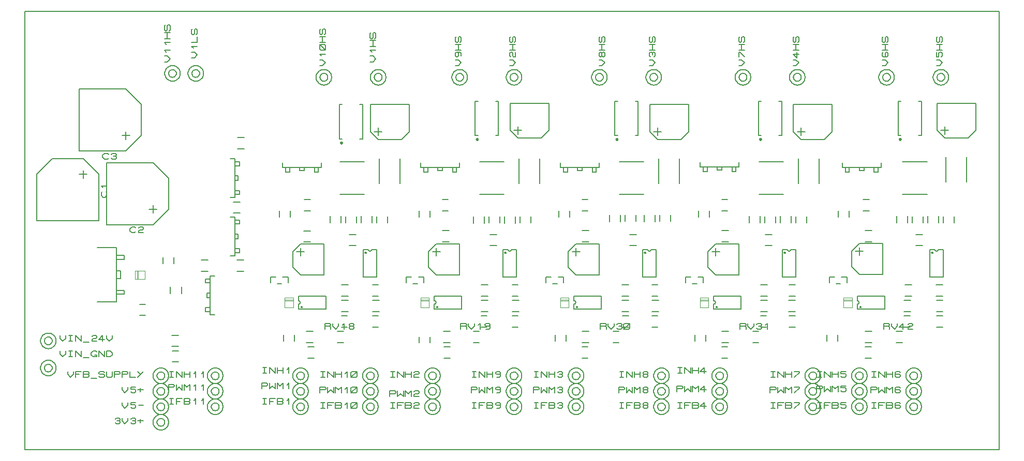
<source format=gbr>
G04 PROTEUS GERBER X2 FILE*
%TF.GenerationSoftware,Labcenter,Proteus,8.7-SP3-Build25561*%
%TF.CreationDate,2021-05-23T19:28:46+00:00*%
%TF.FileFunction,Legend,Top*%
%TF.FilePolarity,Positive*%
%TF.Part,Single*%
%TF.SameCoordinates,{ce74c1e3-353a-4a96-b4f4-cabdf69041bd}*%
%FSLAX45Y45*%
%MOMM*%
G01*
%TA.AperFunction,Profile*%
%ADD38C,0.203200*%
%TA.AperFunction,Material*%
%ADD40C,0.200000*%
%ADD41C,0.203200*%
%ADD42C,0.250000*%
%ADD43C,0.101600*%
%TD.AperFunction*%
D38*
X-7429500Y-4254500D02*
X+8509000Y-4254500D01*
X+8509000Y+2921000D01*
X-7429500Y+2921000D01*
X-7429500Y-4254500D01*
D40*
X-1878000Y+455500D02*
X-2278000Y+455500D01*
X-1878000Y-74500D02*
X-2278000Y-74500D01*
D41*
X-6921500Y-2476500D02*
X-6921927Y-2466091D01*
X-6925399Y-2445272D01*
X-6932655Y-2424453D01*
X-6944483Y-2403634D01*
X-6962580Y-2382976D01*
X-6983399Y-2367455D01*
X-7004218Y-2357470D01*
X-7025037Y-2351686D01*
X-7045856Y-2349528D01*
X-7048500Y-2349500D01*
X-7175500Y-2476500D02*
X-7175073Y-2466091D01*
X-7171601Y-2445272D01*
X-7164345Y-2424453D01*
X-7152517Y-2403634D01*
X-7134420Y-2382976D01*
X-7113601Y-2367455D01*
X-7092782Y-2357470D01*
X-7071963Y-2351686D01*
X-7051144Y-2349528D01*
X-7048500Y-2349500D01*
X-7175500Y-2476500D02*
X-7175073Y-2486909D01*
X-7171601Y-2507728D01*
X-7164345Y-2528547D01*
X-7152517Y-2549366D01*
X-7134420Y-2570024D01*
X-7113601Y-2585545D01*
X-7092782Y-2595530D01*
X-7071963Y-2601314D01*
X-7051144Y-2603472D01*
X-7048500Y-2603500D01*
X-6921500Y-2476500D02*
X-6921927Y-2486909D01*
X-6925399Y-2507728D01*
X-6932655Y-2528547D01*
X-6944483Y-2549366D01*
X-6962580Y-2570024D01*
X-6983399Y-2585545D01*
X-7004218Y-2595530D01*
X-7025037Y-2601314D01*
X-7045856Y-2603472D01*
X-7048500Y-2603500D01*
X-6985000Y-2476500D02*
X-6985217Y-2471253D01*
X-6986982Y-2460758D01*
X-6990674Y-2450263D01*
X-6996702Y-2439768D01*
X-7005924Y-2429388D01*
X-7016419Y-2421700D01*
X-7026914Y-2416782D01*
X-7037409Y-2413976D01*
X-7047904Y-2413003D01*
X-7048500Y-2413000D01*
X-7112000Y-2476500D02*
X-7111783Y-2471253D01*
X-7110018Y-2460758D01*
X-7106326Y-2450263D01*
X-7100298Y-2439768D01*
X-7091076Y-2429388D01*
X-7080581Y-2421700D01*
X-7070086Y-2416782D01*
X-7059591Y-2413976D01*
X-7049096Y-2413003D01*
X-7048500Y-2413000D01*
X-7112000Y-2476500D02*
X-7111783Y-2481747D01*
X-7110018Y-2492242D01*
X-7106326Y-2502737D01*
X-7100298Y-2513232D01*
X-7091076Y-2523612D01*
X-7080581Y-2531300D01*
X-7070086Y-2536218D01*
X-7059591Y-2539024D01*
X-7049096Y-2539997D01*
X-7048500Y-2540000D01*
X-6985000Y-2476500D02*
X-6985217Y-2481747D01*
X-6986982Y-2492242D01*
X-6990674Y-2502737D01*
X-6996702Y-2513232D01*
X-7005924Y-2523612D01*
X-7016419Y-2531300D01*
X-7026914Y-2536218D01*
X-7037409Y-2539024D01*
X-7047904Y-2539997D01*
X-7048500Y-2540000D01*
X-6858000Y-2390140D02*
X-6858000Y-2435860D01*
X-6810375Y-2481580D01*
X-6762750Y-2435860D01*
X-6762750Y-2390140D01*
X-6715125Y-2390140D02*
X-6651625Y-2390140D01*
X-6683375Y-2390140D02*
X-6683375Y-2481580D01*
X-6715125Y-2481580D02*
X-6651625Y-2481580D01*
X-6604000Y-2481580D02*
X-6604000Y-2390140D01*
X-6508750Y-2481580D01*
X-6508750Y-2390140D01*
X-6477000Y-2496820D02*
X-6381750Y-2496820D01*
X-6334125Y-2405380D02*
X-6318250Y-2390140D01*
X-6270625Y-2390140D01*
X-6254750Y-2405380D01*
X-6254750Y-2420620D01*
X-6270625Y-2435860D01*
X-6318250Y-2435860D01*
X-6334125Y-2451100D01*
X-6334125Y-2481580D01*
X-6254750Y-2481580D01*
X-6127750Y-2451100D02*
X-6223000Y-2451100D01*
X-6159500Y-2390140D01*
X-6159500Y-2481580D01*
X-6096000Y-2390140D02*
X-6096000Y-2435860D01*
X-6048375Y-2481580D01*
X-6000750Y-2435860D01*
X-6000750Y-2390140D01*
X-6921500Y-2921000D02*
X-6921927Y-2910591D01*
X-6925399Y-2889772D01*
X-6932655Y-2868953D01*
X-6944483Y-2848134D01*
X-6962580Y-2827476D01*
X-6983399Y-2811955D01*
X-7004218Y-2801970D01*
X-7025037Y-2796186D01*
X-7045856Y-2794028D01*
X-7048500Y-2794000D01*
X-7175500Y-2921000D02*
X-7175073Y-2910591D01*
X-7171601Y-2889772D01*
X-7164345Y-2868953D01*
X-7152517Y-2848134D01*
X-7134420Y-2827476D01*
X-7113601Y-2811955D01*
X-7092782Y-2801970D01*
X-7071963Y-2796186D01*
X-7051144Y-2794028D01*
X-7048500Y-2794000D01*
X-7175500Y-2921000D02*
X-7175073Y-2931409D01*
X-7171601Y-2952228D01*
X-7164345Y-2973047D01*
X-7152517Y-2993866D01*
X-7134420Y-3014524D01*
X-7113601Y-3030045D01*
X-7092782Y-3040030D01*
X-7071963Y-3045814D01*
X-7051144Y-3047972D01*
X-7048500Y-3048000D01*
X-6921500Y-2921000D02*
X-6921927Y-2931409D01*
X-6925399Y-2952228D01*
X-6932655Y-2973047D01*
X-6944483Y-2993866D01*
X-6962580Y-3014524D01*
X-6983399Y-3030045D01*
X-7004218Y-3040030D01*
X-7025037Y-3045814D01*
X-7045856Y-3047972D01*
X-7048500Y-3048000D01*
X-6985000Y-2921000D02*
X-6985217Y-2915753D01*
X-6986982Y-2905258D01*
X-6990674Y-2894763D01*
X-6996702Y-2884268D01*
X-7005924Y-2873888D01*
X-7016419Y-2866200D01*
X-7026914Y-2861282D01*
X-7037409Y-2858476D01*
X-7047904Y-2857503D01*
X-7048500Y-2857500D01*
X-7112000Y-2921000D02*
X-7111783Y-2915753D01*
X-7110018Y-2905258D01*
X-7106326Y-2894763D01*
X-7100298Y-2884268D01*
X-7091076Y-2873888D01*
X-7080581Y-2866200D01*
X-7070086Y-2861282D01*
X-7059591Y-2858476D01*
X-7049096Y-2857503D01*
X-7048500Y-2857500D01*
X-7112000Y-2921000D02*
X-7111783Y-2926247D01*
X-7110018Y-2936742D01*
X-7106326Y-2947237D01*
X-7100298Y-2957732D01*
X-7091076Y-2968112D01*
X-7080581Y-2975800D01*
X-7070086Y-2980718D01*
X-7059591Y-2983524D01*
X-7049096Y-2984497D01*
X-7048500Y-2984500D01*
X-6985000Y-2921000D02*
X-6985217Y-2926247D01*
X-6986982Y-2936742D01*
X-6990674Y-2947237D01*
X-6996702Y-2957732D01*
X-7005924Y-2968112D01*
X-7016419Y-2975800D01*
X-7026914Y-2980718D01*
X-7037409Y-2983524D01*
X-7047904Y-2984497D01*
X-7048500Y-2984500D01*
X-6858000Y-2644140D02*
X-6858000Y-2689860D01*
X-6810375Y-2735580D01*
X-6762750Y-2689860D01*
X-6762750Y-2644140D01*
X-6715125Y-2644140D02*
X-6651625Y-2644140D01*
X-6683375Y-2644140D02*
X-6683375Y-2735580D01*
X-6715125Y-2735580D02*
X-6651625Y-2735580D01*
X-6604000Y-2735580D02*
X-6604000Y-2644140D01*
X-6508750Y-2735580D01*
X-6508750Y-2644140D01*
X-6477000Y-2750820D02*
X-6381750Y-2750820D01*
X-6286500Y-2705100D02*
X-6254750Y-2705100D01*
X-6254750Y-2735580D01*
X-6318250Y-2735580D01*
X-6350000Y-2705100D01*
X-6350000Y-2674620D01*
X-6318250Y-2644140D01*
X-6270625Y-2644140D01*
X-6254750Y-2659380D01*
X-6223000Y-2735580D02*
X-6223000Y-2644140D01*
X-6127750Y-2735580D01*
X-6127750Y-2644140D01*
X-6096000Y-2735580D02*
X-6096000Y-2644140D01*
X-6032500Y-2644140D01*
X-6000750Y-2674620D01*
X-6000750Y-2705100D01*
X-6032500Y-2735580D01*
X-6096000Y-2735580D01*
X-1524000Y+1841500D02*
X-1524427Y+1851909D01*
X-1527899Y+1872728D01*
X-1535155Y+1893547D01*
X-1546983Y+1914366D01*
X-1565080Y+1935024D01*
X-1585899Y+1950545D01*
X-1606718Y+1960530D01*
X-1627537Y+1966314D01*
X-1648356Y+1968472D01*
X-1651000Y+1968500D01*
X-1778000Y+1841500D02*
X-1777573Y+1851909D01*
X-1774101Y+1872728D01*
X-1766845Y+1893547D01*
X-1755017Y+1914366D01*
X-1736920Y+1935024D01*
X-1716101Y+1950545D01*
X-1695282Y+1960530D01*
X-1674463Y+1966314D01*
X-1653644Y+1968472D01*
X-1651000Y+1968500D01*
X-1778000Y+1841500D02*
X-1777573Y+1831091D01*
X-1774101Y+1810272D01*
X-1766845Y+1789453D01*
X-1755017Y+1768634D01*
X-1736920Y+1747976D01*
X-1716101Y+1732455D01*
X-1695282Y+1722470D01*
X-1674463Y+1716686D01*
X-1653644Y+1714528D01*
X-1651000Y+1714500D01*
X-1524000Y+1841500D02*
X-1524427Y+1831091D01*
X-1527899Y+1810272D01*
X-1535155Y+1789453D01*
X-1546983Y+1768634D01*
X-1565080Y+1747976D01*
X-1585899Y+1732455D01*
X-1606718Y+1722470D01*
X-1627537Y+1716686D01*
X-1648356Y+1714528D01*
X-1651000Y+1714500D01*
X-1587500Y+1841500D02*
X-1587717Y+1846747D01*
X-1589482Y+1857242D01*
X-1593174Y+1867737D01*
X-1599202Y+1878232D01*
X-1608424Y+1888612D01*
X-1618919Y+1896300D01*
X-1629414Y+1901218D01*
X-1639909Y+1904024D01*
X-1650404Y+1904997D01*
X-1651000Y+1905000D01*
X-1714500Y+1841500D02*
X-1714283Y+1846747D01*
X-1712518Y+1857242D01*
X-1708826Y+1867737D01*
X-1702798Y+1878232D01*
X-1693576Y+1888612D01*
X-1683081Y+1896300D01*
X-1672586Y+1901218D01*
X-1662091Y+1904024D01*
X-1651596Y+1904997D01*
X-1651000Y+1905000D01*
X-1714500Y+1841500D02*
X-1714283Y+1836253D01*
X-1712518Y+1825758D01*
X-1708826Y+1815263D01*
X-1702798Y+1804768D01*
X-1693576Y+1794388D01*
X-1683081Y+1786700D01*
X-1672586Y+1781782D01*
X-1662091Y+1778976D01*
X-1651596Y+1778003D01*
X-1651000Y+1778000D01*
X-1587500Y+1841500D02*
X-1587717Y+1836253D01*
X-1589482Y+1825758D01*
X-1593174Y+1815263D01*
X-1599202Y+1804768D01*
X-1608424Y+1794388D01*
X-1618919Y+1786700D01*
X-1629414Y+1781782D01*
X-1639909Y+1778976D01*
X-1650404Y+1778003D01*
X-1651000Y+1778000D01*
X-1783080Y+2095500D02*
X-1737360Y+2095500D01*
X-1691640Y+2143125D01*
X-1737360Y+2190750D01*
X-1783080Y+2190750D01*
X-1752600Y+2254250D02*
X-1783080Y+2286000D01*
X-1691640Y+2286000D01*
X-1691640Y+2349500D02*
X-1783080Y+2349500D01*
X-1783080Y+2444750D02*
X-1691640Y+2444750D01*
X-1737360Y+2349500D02*
X-1737360Y+2444750D01*
X-1706880Y+2476500D02*
X-1691640Y+2492375D01*
X-1691640Y+2555875D01*
X-1706880Y+2571750D01*
X-1722120Y+2571750D01*
X-1737360Y+2555875D01*
X-1737360Y+2492375D01*
X-1752600Y+2476500D01*
X-1767840Y+2476500D01*
X-1783080Y+2492375D01*
X-1783080Y+2555875D01*
X-1767840Y+2571750D01*
X-2794000Y-3556000D02*
X-2794427Y-3545591D01*
X-2797899Y-3524772D01*
X-2805155Y-3503953D01*
X-2816983Y-3483134D01*
X-2835080Y-3462476D01*
X-2855899Y-3446955D01*
X-2876718Y-3436970D01*
X-2897537Y-3431186D01*
X-2918356Y-3429028D01*
X-2921000Y-3429000D01*
X-3048000Y-3556000D02*
X-3047573Y-3545591D01*
X-3044101Y-3524772D01*
X-3036845Y-3503953D01*
X-3025017Y-3483134D01*
X-3006920Y-3462476D01*
X-2986101Y-3446955D01*
X-2965282Y-3436970D01*
X-2944463Y-3431186D01*
X-2923644Y-3429028D01*
X-2921000Y-3429000D01*
X-3048000Y-3556000D02*
X-3047573Y-3566409D01*
X-3044101Y-3587228D01*
X-3036845Y-3608047D01*
X-3025017Y-3628866D01*
X-3006920Y-3649524D01*
X-2986101Y-3665045D01*
X-2965282Y-3675030D01*
X-2944463Y-3680814D01*
X-2923644Y-3682972D01*
X-2921000Y-3683000D01*
X-2794000Y-3556000D02*
X-2794427Y-3566409D01*
X-2797899Y-3587228D01*
X-2805155Y-3608047D01*
X-2816983Y-3628866D01*
X-2835080Y-3649524D01*
X-2855899Y-3665045D01*
X-2876718Y-3675030D01*
X-2897537Y-3680814D01*
X-2918356Y-3682972D01*
X-2921000Y-3683000D01*
X-2857500Y-3556000D02*
X-2857717Y-3550753D01*
X-2859482Y-3540258D01*
X-2863174Y-3529763D01*
X-2869202Y-3519268D01*
X-2878424Y-3508888D01*
X-2888919Y-3501200D01*
X-2899414Y-3496282D01*
X-2909909Y-3493476D01*
X-2920404Y-3492503D01*
X-2921000Y-3492500D01*
X-2984500Y-3556000D02*
X-2984283Y-3550753D01*
X-2982518Y-3540258D01*
X-2978826Y-3529763D01*
X-2972798Y-3519268D01*
X-2963576Y-3508888D01*
X-2953081Y-3501200D01*
X-2942586Y-3496282D01*
X-2932091Y-3493476D01*
X-2921596Y-3492503D01*
X-2921000Y-3492500D01*
X-2984500Y-3556000D02*
X-2984283Y-3561247D01*
X-2982518Y-3571742D01*
X-2978826Y-3582237D01*
X-2972798Y-3592732D01*
X-2963576Y-3603112D01*
X-2953081Y-3610800D01*
X-2942586Y-3615718D01*
X-2932091Y-3618524D01*
X-2921596Y-3619497D01*
X-2921000Y-3619500D01*
X-2857500Y-3556000D02*
X-2857717Y-3561247D01*
X-2859482Y-3571742D01*
X-2863174Y-3582237D01*
X-2869202Y-3592732D01*
X-2878424Y-3603112D01*
X-2888919Y-3610800D01*
X-2899414Y-3615718D01*
X-2909909Y-3618524D01*
X-2920404Y-3619497D01*
X-2921000Y-3619500D01*
X-3540125Y-3423920D02*
X-3476625Y-3423920D01*
X-3508375Y-3423920D02*
X-3508375Y-3515360D01*
X-3540125Y-3515360D02*
X-3476625Y-3515360D01*
X-3429000Y-3515360D02*
X-3429000Y-3423920D01*
X-3333750Y-3423920D01*
X-3429000Y-3469640D02*
X-3365500Y-3469640D01*
X-3302000Y-3515360D02*
X-3302000Y-3423920D01*
X-3222625Y-3423920D01*
X-3206750Y-3439160D01*
X-3206750Y-3454400D01*
X-3222625Y-3469640D01*
X-3206750Y-3484880D01*
X-3206750Y-3500120D01*
X-3222625Y-3515360D01*
X-3302000Y-3515360D01*
X-3302000Y-3469640D02*
X-3222625Y-3469640D01*
X-3143250Y-3454400D02*
X-3111500Y-3423920D01*
X-3111500Y-3515360D01*
X-2794000Y-3048000D02*
X-2794427Y-3037591D01*
X-2797899Y-3016772D01*
X-2805155Y-2995953D01*
X-2816983Y-2975134D01*
X-2835080Y-2954476D01*
X-2855899Y-2938955D01*
X-2876718Y-2928970D01*
X-2897537Y-2923186D01*
X-2918356Y-2921028D01*
X-2921000Y-2921000D01*
X-3048000Y-3048000D02*
X-3047573Y-3037591D01*
X-3044101Y-3016772D01*
X-3036845Y-2995953D01*
X-3025017Y-2975134D01*
X-3006920Y-2954476D01*
X-2986101Y-2938955D01*
X-2965282Y-2928970D01*
X-2944463Y-2923186D01*
X-2923644Y-2921028D01*
X-2921000Y-2921000D01*
X-3048000Y-3048000D02*
X-3047573Y-3058409D01*
X-3044101Y-3079228D01*
X-3036845Y-3100047D01*
X-3025017Y-3120866D01*
X-3006920Y-3141524D01*
X-2986101Y-3157045D01*
X-2965282Y-3167030D01*
X-2944463Y-3172814D01*
X-2923644Y-3174972D01*
X-2921000Y-3175000D01*
X-2794000Y-3048000D02*
X-2794427Y-3058409D01*
X-2797899Y-3079228D01*
X-2805155Y-3100047D01*
X-2816983Y-3120866D01*
X-2835080Y-3141524D01*
X-2855899Y-3157045D01*
X-2876718Y-3167030D01*
X-2897537Y-3172814D01*
X-2918356Y-3174972D01*
X-2921000Y-3175000D01*
X-2857500Y-3048000D02*
X-2857717Y-3042753D01*
X-2859482Y-3032258D01*
X-2863174Y-3021763D01*
X-2869202Y-3011268D01*
X-2878424Y-3000888D01*
X-2888919Y-2993200D01*
X-2899414Y-2988282D01*
X-2909909Y-2985476D01*
X-2920404Y-2984503D01*
X-2921000Y-2984500D01*
X-2984500Y-3048000D02*
X-2984283Y-3042753D01*
X-2982518Y-3032258D01*
X-2978826Y-3021763D01*
X-2972798Y-3011268D01*
X-2963576Y-3000888D01*
X-2953081Y-2993200D01*
X-2942586Y-2988282D01*
X-2932091Y-2985476D01*
X-2921596Y-2984503D01*
X-2921000Y-2984500D01*
X-2984500Y-3048000D02*
X-2984283Y-3053247D01*
X-2982518Y-3063742D01*
X-2978826Y-3074237D01*
X-2972798Y-3084732D01*
X-2963576Y-3095112D01*
X-2953081Y-3102800D01*
X-2942586Y-3107718D01*
X-2932091Y-3110524D01*
X-2921596Y-3111497D01*
X-2921000Y-3111500D01*
X-2857500Y-3048000D02*
X-2857717Y-3053247D01*
X-2859482Y-3063742D01*
X-2863174Y-3074237D01*
X-2869202Y-3084732D01*
X-2878424Y-3095112D01*
X-2888919Y-3102800D01*
X-2899414Y-3107718D01*
X-2909909Y-3110524D01*
X-2920404Y-3111497D01*
X-2921000Y-3111500D01*
X-3540125Y-2915920D02*
X-3476625Y-2915920D01*
X-3508375Y-2915920D02*
X-3508375Y-3007360D01*
X-3540125Y-3007360D02*
X-3476625Y-3007360D01*
X-3429000Y-3007360D02*
X-3429000Y-2915920D01*
X-3333750Y-3007360D01*
X-3333750Y-2915920D01*
X-3302000Y-3007360D02*
X-3302000Y-2915920D01*
X-3206750Y-2915920D02*
X-3206750Y-3007360D01*
X-3302000Y-2961640D02*
X-3206750Y-2961640D01*
X-3143250Y-2946400D02*
X-3111500Y-2915920D01*
X-3111500Y-3007360D01*
X-2794000Y-3302000D02*
X-2794427Y-3291591D01*
X-2797899Y-3270772D01*
X-2805155Y-3249953D01*
X-2816983Y-3229134D01*
X-2835080Y-3208476D01*
X-2855899Y-3192955D01*
X-2876718Y-3182970D01*
X-2897537Y-3177186D01*
X-2918356Y-3175028D01*
X-2921000Y-3175000D01*
X-3048000Y-3302000D02*
X-3047573Y-3291591D01*
X-3044101Y-3270772D01*
X-3036845Y-3249953D01*
X-3025017Y-3229134D01*
X-3006920Y-3208476D01*
X-2986101Y-3192955D01*
X-2965282Y-3182970D01*
X-2944463Y-3177186D01*
X-2923644Y-3175028D01*
X-2921000Y-3175000D01*
X-3048000Y-3302000D02*
X-3047573Y-3312409D01*
X-3044101Y-3333228D01*
X-3036845Y-3354047D01*
X-3025017Y-3374866D01*
X-3006920Y-3395524D01*
X-2986101Y-3411045D01*
X-2965282Y-3421030D01*
X-2944463Y-3426814D01*
X-2923644Y-3428972D01*
X-2921000Y-3429000D01*
X-2794000Y-3302000D02*
X-2794427Y-3312409D01*
X-2797899Y-3333228D01*
X-2805155Y-3354047D01*
X-2816983Y-3374866D01*
X-2835080Y-3395524D01*
X-2855899Y-3411045D01*
X-2876718Y-3421030D01*
X-2897537Y-3426814D01*
X-2918356Y-3428972D01*
X-2921000Y-3429000D01*
X-2857500Y-3302000D02*
X-2857717Y-3296753D01*
X-2859482Y-3286258D01*
X-2863174Y-3275763D01*
X-2869202Y-3265268D01*
X-2878424Y-3254888D01*
X-2888919Y-3247200D01*
X-2899414Y-3242282D01*
X-2909909Y-3239476D01*
X-2920404Y-3238503D01*
X-2921000Y-3238500D01*
X-2984500Y-3302000D02*
X-2984283Y-3296753D01*
X-2982518Y-3286258D01*
X-2978826Y-3275763D01*
X-2972798Y-3265268D01*
X-2963576Y-3254888D01*
X-2953081Y-3247200D01*
X-2942586Y-3242282D01*
X-2932091Y-3239476D01*
X-2921596Y-3238503D01*
X-2921000Y-3238500D01*
X-2984500Y-3302000D02*
X-2984283Y-3307247D01*
X-2982518Y-3317742D01*
X-2978826Y-3328237D01*
X-2972798Y-3338732D01*
X-2963576Y-3349112D01*
X-2953081Y-3356800D01*
X-2942586Y-3361718D01*
X-2932091Y-3364524D01*
X-2921596Y-3365497D01*
X-2921000Y-3365500D01*
X-2857500Y-3302000D02*
X-2857717Y-3307247D01*
X-2859482Y-3317742D01*
X-2863174Y-3328237D01*
X-2869202Y-3338732D01*
X-2878424Y-3349112D01*
X-2888919Y-3356800D01*
X-2899414Y-3361718D01*
X-2909909Y-3364524D01*
X-2920404Y-3365497D01*
X-2921000Y-3365500D01*
X-3556000Y-3261360D02*
X-3556000Y-3169920D01*
X-3476625Y-3169920D01*
X-3460750Y-3185160D01*
X-3460750Y-3200400D01*
X-3476625Y-3215640D01*
X-3556000Y-3215640D01*
X-3429000Y-3169920D02*
X-3429000Y-3261360D01*
X-3381375Y-3215640D01*
X-3333750Y-3261360D01*
X-3333750Y-3169920D01*
X-3302000Y-3261360D02*
X-3302000Y-3169920D01*
X-3254375Y-3215640D01*
X-3206750Y-3169920D01*
X-3206750Y-3261360D01*
X-3143250Y-3200400D02*
X-3111500Y-3169920D01*
X-3111500Y-3261360D01*
D40*
X-4022620Y-382100D02*
X-3912620Y-382100D01*
X-4022620Y-202100D02*
X-3912620Y-202100D01*
X-5050620Y-1593600D02*
X-5050620Y-1703600D01*
X-4870620Y-1593600D02*
X-4870620Y-1703600D01*
D42*
X-2243000Y+769000D02*
X-2243043Y+770039D01*
X-2243395Y+772118D01*
X-2244132Y+774197D01*
X-2245336Y+776276D01*
X-2247177Y+778326D01*
X-2249256Y+779829D01*
X-2251335Y+780786D01*
X-2253414Y+781325D01*
X-2255493Y+781500D01*
X-2255500Y+781500D01*
X-2268000Y+769000D02*
X-2267957Y+770039D01*
X-2267605Y+772118D01*
X-2266868Y+774197D01*
X-2265664Y+776276D01*
X-2263823Y+778326D01*
X-2261744Y+779829D01*
X-2259665Y+780786D01*
X-2257586Y+781325D01*
X-2255507Y+781500D01*
X-2255500Y+781500D01*
X-2268000Y+769000D02*
X-2267957Y+767961D01*
X-2267605Y+765882D01*
X-2266868Y+763803D01*
X-2265664Y+761724D01*
X-2263823Y+759674D01*
X-2261744Y+758171D01*
X-2259665Y+757214D01*
X-2257586Y+756675D01*
X-2255507Y+756500D01*
X-2255500Y+756500D01*
X-2243000Y+769000D02*
X-2243043Y+767961D01*
X-2243395Y+765882D01*
X-2244132Y+763803D01*
X-2245336Y+761724D01*
X-2247177Y+759674D01*
X-2249256Y+758171D01*
X-2251335Y+757214D01*
X-2253414Y+756675D01*
X-2255493Y+756500D01*
X-2255500Y+756500D01*
D40*
X-2240500Y+834000D02*
X-2285500Y+834000D01*
X-2285500Y+1394000D01*
X-2240500Y+1394000D01*
X-1950500Y+834000D02*
X-1905500Y+834000D01*
X-1905500Y+1394000D01*
X-1950500Y+1394000D01*
D41*
X-1778000Y+952500D02*
X-1651000Y+825500D01*
X-1270000Y+825500D01*
X-1143000Y+952500D01*
X-1143000Y+1397000D01*
X-1778000Y+1397000D01*
X-1778000Y+952500D01*
X-1651000Y+889000D02*
X-1651000Y+1016000D01*
X-1714500Y+952500D02*
X-1587500Y+952500D01*
D40*
X-1630500Y+510000D02*
X-1630500Y+100000D01*
X-1290500Y+510000D02*
X-1290500Y+100000D01*
D41*
X-3213100Y+444500D02*
X-3213100Y+368300D01*
X-2578100Y+368300D01*
X-2578100Y+444500D01*
X-2933700Y+368300D02*
X-2933700Y+317500D01*
X-2857500Y+317500D01*
X-2857500Y+368300D01*
X-3162300Y+368300D02*
X-3162300Y+292100D01*
X-3098800Y+292100D01*
X-3098800Y+368300D01*
X-2628900Y+368300D02*
X-2628900Y+292100D01*
X-2692400Y+292100D01*
X-2692400Y+368300D02*
X-2692400Y+292100D01*
X-2954020Y-1955800D02*
X-2954020Y-1874838D01*
X-2943399Y-1872756D01*
X-2934833Y-1867036D01*
X-2929114Y-1858471D01*
X-2927032Y-1847850D01*
X-2954020Y-1820862D02*
X-2943399Y-1822944D01*
X-2934833Y-1828664D01*
X-2929114Y-1837229D01*
X-2927032Y-1847850D01*
X-2954020Y-1820862D02*
X-2954020Y-1739900D01*
X-2506980Y-1879600D02*
X-2506980Y-1816100D01*
X-2921000Y-1955800D02*
X-2540000Y-1955800D01*
X-2921000Y-1739900D02*
X-2540000Y-1739900D01*
X-2921000Y-1955800D02*
X-2954020Y-1955800D01*
X-2954020Y-1739900D02*
X-2921000Y-1739900D01*
X-2506980Y-1816100D02*
X-2506980Y-1739900D01*
X-2540000Y-1739900D01*
X-2540000Y-1955800D02*
X-2506980Y-1955800D01*
X-2506980Y-1879600D01*
X-2894584Y-1920240D02*
X-2894619Y-1919395D01*
X-2894906Y-1917704D01*
X-2895505Y-1916013D01*
X-2896485Y-1914322D01*
X-2897985Y-1912654D01*
X-2899676Y-1911434D01*
X-2901367Y-1910658D01*
X-2903058Y-1910221D01*
X-2904744Y-1910080D01*
X-2914904Y-1920240D02*
X-2914869Y-1919395D01*
X-2914582Y-1917704D01*
X-2913983Y-1916013D01*
X-2913003Y-1914322D01*
X-2911503Y-1912654D01*
X-2909812Y-1911434D01*
X-2908121Y-1910658D01*
X-2906430Y-1910221D01*
X-2904744Y-1910080D01*
X-2914904Y-1920240D02*
X-2914869Y-1921085D01*
X-2914582Y-1922776D01*
X-2913983Y-1924467D01*
X-2913003Y-1926158D01*
X-2911503Y-1927826D01*
X-2909812Y-1929046D01*
X-2908121Y-1929822D01*
X-2906430Y-1930259D01*
X-2904744Y-1930400D01*
X-2894584Y-1920240D02*
X-2894619Y-1921085D01*
X-2894906Y-1922776D01*
X-2895505Y-1924467D01*
X-2896485Y-1926158D01*
X-2897985Y-1927826D01*
X-2899676Y-1929046D01*
X-2901367Y-1929822D01*
X-2903058Y-1930259D01*
X-2904744Y-1930400D01*
D40*
X-2762000Y-164000D02*
X-2862000Y-164000D01*
X-2762000Y-344000D02*
X-2862000Y-344000D01*
X-3265000Y-349000D02*
X-3265000Y-449000D01*
X-3085000Y-349000D02*
X-3085000Y-449000D01*
X-2872000Y-858350D02*
X-2762000Y-858350D01*
X-2872000Y-678350D02*
X-2762000Y-678350D01*
D41*
X-2921000Y-889000D02*
X-3048000Y-1016000D01*
X-3048000Y-1270000D01*
X-2921000Y-1397000D01*
X-2540000Y-1397000D01*
X-2540000Y-889000D01*
X-2921000Y-889000D01*
X-2984500Y-1016000D02*
X-2857500Y-1016000D01*
X-2921000Y-952500D02*
X-2921000Y-1079500D01*
D43*
X-3041500Y-1800960D02*
X-3181500Y-1800960D01*
X-3041500Y-1820960D02*
X-3181500Y-1820960D01*
X-3181500Y-1930960D02*
X-3041500Y-1930960D01*
X-3041500Y-1770960D01*
X-3181500Y-1770960D01*
X-3181500Y-1930960D01*
D40*
X-2826000Y-2503000D02*
X-2716000Y-2503000D01*
X-2826000Y-2323000D02*
X-2716000Y-2323000D01*
X-2798500Y-2757000D02*
X-2698500Y-2757000D01*
X-2798500Y-2577000D02*
X-2698500Y-2577000D01*
D41*
X-3124200Y-1432560D02*
X-3213100Y-1432560D01*
X-3230880Y-1544320D02*
X-3302000Y-1544320D01*
X-3124200Y-1432560D02*
X-3124200Y-1524000D01*
X-3413760Y-1526540D02*
X-3413760Y-1432560D01*
X-3327400Y-1432560D01*
D40*
X-3201500Y-2381000D02*
X-3201500Y-2481000D01*
X-3021500Y-2381000D02*
X-3021500Y-2481000D01*
X-1497500Y-540000D02*
X-1497500Y-440000D01*
X-1677500Y-540000D02*
X-1677500Y-440000D01*
X-2005500Y-540000D02*
X-2005500Y-440000D01*
X-2185500Y-540000D02*
X-2185500Y-440000D01*
X-1931500Y-430000D02*
X-1931500Y-540000D01*
X-1751500Y-430000D02*
X-1751500Y-540000D01*
D41*
X-1892300Y-982980D02*
X-1811338Y-982980D01*
X-1809256Y-993601D01*
X-1803536Y-1002167D01*
X-1794971Y-1007886D01*
X-1784350Y-1009968D01*
X-1757362Y-982980D02*
X-1759444Y-993601D01*
X-1765164Y-1002167D01*
X-1773729Y-1007886D01*
X-1784350Y-1009968D01*
X-1757362Y-982980D02*
X-1676400Y-982980D01*
X-1816100Y-1430020D02*
X-1752600Y-1430020D01*
X-1892300Y-1016000D02*
X-1892300Y-1397000D01*
X-1676400Y-1016000D02*
X-1676400Y-1397000D01*
X-1892300Y-1016000D02*
X-1892300Y-982980D01*
X-1676400Y-982980D02*
X-1676400Y-1016000D01*
X-1752600Y-1430020D02*
X-1676400Y-1430020D01*
X-1676400Y-1397000D01*
X-1892300Y-1397000D02*
X-1892300Y-1430020D01*
X-1816100Y-1430020D01*
X-1846580Y-1032256D02*
X-1846615Y-1031411D01*
X-1846902Y-1029720D01*
X-1847501Y-1028029D01*
X-1848481Y-1026338D01*
X-1849981Y-1024670D01*
X-1851672Y-1023450D01*
X-1853363Y-1022674D01*
X-1855054Y-1022237D01*
X-1856740Y-1022096D01*
X-1866900Y-1032256D02*
X-1866865Y-1031411D01*
X-1866578Y-1029720D01*
X-1865979Y-1028029D01*
X-1864999Y-1026338D01*
X-1863499Y-1024670D01*
X-1861808Y-1023450D01*
X-1860117Y-1022674D01*
X-1858426Y-1022237D01*
X-1856740Y-1022096D01*
X-1866900Y-1032256D02*
X-1866865Y-1033101D01*
X-1866578Y-1034792D01*
X-1865979Y-1036483D01*
X-1864999Y-1038174D01*
X-1863499Y-1039842D01*
X-1861808Y-1041062D01*
X-1860117Y-1041838D01*
X-1858426Y-1042275D01*
X-1856740Y-1042416D01*
X-1846580Y-1032256D02*
X-1846615Y-1033101D01*
X-1846902Y-1034792D01*
X-1847501Y-1036483D01*
X-1848481Y-1038174D01*
X-1849981Y-1039842D01*
X-1851672Y-1041062D01*
X-1853363Y-1041838D01*
X-1855054Y-1042275D01*
X-1856740Y-1042416D01*
D40*
X-2127500Y-915500D02*
X-2017500Y-915500D01*
X-2127500Y-735500D02*
X-2017500Y-735500D01*
X-1746500Y-2249000D02*
X-1646500Y-2249000D01*
X-1746500Y-2069000D02*
X-1646500Y-2069000D01*
X-1746500Y-1741000D02*
X-1646500Y-1741000D01*
X-1746500Y-1561000D02*
X-1646500Y-1561000D01*
X-2254500Y-2249000D02*
X-2154500Y-2249000D01*
X-2254500Y-2069000D02*
X-2154500Y-2069000D01*
X-2254500Y-1741000D02*
X-2144500Y-1741000D01*
X-2254500Y-1561000D02*
X-2144500Y-1561000D01*
X-2254500Y-1995000D02*
X-2144500Y-1995000D01*
X-2254500Y-1815000D02*
X-2144500Y-1815000D01*
X-1746500Y-1995000D02*
X-1636500Y-1995000D01*
X-1746500Y-1815000D02*
X-1636500Y-1815000D01*
X-2439500Y-430000D02*
X-2439500Y-540000D01*
X-2259500Y-430000D02*
X-2259500Y-540000D01*
D41*
X-952500Y+444500D02*
X-952500Y+368300D01*
X-317500Y+368300D01*
X-317500Y+444500D01*
X-673100Y+368300D02*
X-673100Y+317500D01*
X-596900Y+317500D01*
X-596900Y+368300D01*
X-901700Y+368300D02*
X-901700Y+292100D01*
X-838200Y+292100D01*
X-838200Y+368300D01*
X-368300Y+368300D02*
X-368300Y+292100D01*
X-431800Y+292100D01*
X-431800Y+368300D02*
X-431800Y+292100D01*
D40*
X+408000Y+455500D02*
X+8000Y+455500D01*
X+408000Y-74500D02*
X+8000Y-74500D01*
D42*
X-20500Y+827000D02*
X-20543Y+828039D01*
X-20895Y+830118D01*
X-21632Y+832197D01*
X-22836Y+834276D01*
X-24677Y+836326D01*
X-26756Y+837829D01*
X-28835Y+838786D01*
X-30914Y+839325D01*
X-32993Y+839500D01*
X-33000Y+839500D01*
X-45500Y+827000D02*
X-45457Y+828039D01*
X-45105Y+830118D01*
X-44368Y+832197D01*
X-43164Y+834276D01*
X-41323Y+836326D01*
X-39244Y+837829D01*
X-37165Y+838786D01*
X-35086Y+839325D01*
X-33007Y+839500D01*
X-33000Y+839500D01*
X-45500Y+827000D02*
X-45457Y+825961D01*
X-45105Y+823882D01*
X-44368Y+821803D01*
X-43164Y+819724D01*
X-41323Y+817674D01*
X-39244Y+816171D01*
X-37165Y+815214D01*
X-35086Y+814675D01*
X-33007Y+814500D01*
X-33000Y+814500D01*
X-20500Y+827000D02*
X-20543Y+825961D01*
X-20895Y+823882D01*
X-21632Y+821803D01*
X-22836Y+819724D01*
X-24677Y+817674D01*
X-26756Y+816171D01*
X-28835Y+815214D01*
X-30914Y+814675D01*
X-32993Y+814500D01*
X-33000Y+814500D01*
D40*
X-18000Y+892000D02*
X-63000Y+892000D01*
X-63000Y+1452000D01*
X-18000Y+1452000D01*
X+272000Y+892000D02*
X+317000Y+892000D01*
X+317000Y+1452000D01*
X+272000Y+1452000D01*
D41*
X+508000Y+970500D02*
X+635000Y+843500D01*
X+1016000Y+843500D01*
X+1143000Y+970500D01*
X+1143000Y+1415000D01*
X+508000Y+1415000D01*
X+508000Y+970500D01*
X+635000Y+907000D02*
X+635000Y+1034000D01*
X+571500Y+970500D02*
X+698500Y+970500D01*
D40*
X+655500Y+510000D02*
X+655500Y+100000D01*
X+995500Y+510000D02*
X+995500Y+100000D01*
D41*
X+393700Y-982980D02*
X+474662Y-982980D01*
X+476744Y-993601D01*
X+482464Y-1002167D01*
X+491029Y-1007886D01*
X+501650Y-1009968D01*
X+528638Y-982980D02*
X+526556Y-993601D01*
X+520836Y-1002167D01*
X+512271Y-1007886D01*
X+501650Y-1009968D01*
X+528638Y-982980D02*
X+609600Y-982980D01*
X+469900Y-1430020D02*
X+533400Y-1430020D01*
X+393700Y-1016000D02*
X+393700Y-1397000D01*
X+609600Y-1016000D02*
X+609600Y-1397000D01*
X+393700Y-1016000D02*
X+393700Y-982980D01*
X+609600Y-982980D02*
X+609600Y-1016000D01*
X+533400Y-1430020D02*
X+609600Y-1430020D01*
X+609600Y-1397000D01*
X+393700Y-1397000D02*
X+393700Y-1430020D01*
X+469900Y-1430020D01*
X+439420Y-1032256D02*
X+439385Y-1031411D01*
X+439098Y-1029720D01*
X+438499Y-1028029D01*
X+437519Y-1026338D01*
X+436019Y-1024670D01*
X+434328Y-1023450D01*
X+432637Y-1022674D01*
X+430946Y-1022237D01*
X+429260Y-1022096D01*
X+419100Y-1032256D02*
X+419135Y-1031411D01*
X+419422Y-1029720D01*
X+420021Y-1028029D01*
X+421001Y-1026338D01*
X+422501Y-1024670D01*
X+424192Y-1023450D01*
X+425883Y-1022674D01*
X+427574Y-1022237D01*
X+429260Y-1022096D01*
X+419100Y-1032256D02*
X+419135Y-1033101D01*
X+419422Y-1034792D01*
X+420021Y-1036483D01*
X+421001Y-1038174D01*
X+422501Y-1039842D01*
X+424192Y-1041062D01*
X+425883Y-1041838D01*
X+427574Y-1042275D01*
X+429260Y-1042416D01*
X+439420Y-1032256D02*
X+439385Y-1033101D01*
X+439098Y-1034792D01*
X+438499Y-1036483D01*
X+437519Y-1038174D01*
X+436019Y-1039842D01*
X+434328Y-1041062D01*
X+432637Y-1041838D01*
X+430946Y-1042275D01*
X+429260Y-1042416D01*
D40*
X-979000Y-349000D02*
X-979000Y-449000D01*
X-799000Y-349000D02*
X-799000Y-449000D01*
X-503500Y-164000D02*
X-603500Y-164000D01*
X-503500Y-344000D02*
X-603500Y-344000D01*
X-603500Y-852000D02*
X-493500Y-852000D01*
X-603500Y-672000D02*
X-493500Y-672000D01*
D41*
X-698500Y-889000D02*
X-825500Y-1016000D01*
X-825500Y-1270000D01*
X-698500Y-1397000D01*
X-317500Y-1397000D01*
X-317500Y-889000D01*
X-698500Y-889000D01*
X-762000Y-1016000D02*
X-635000Y-1016000D01*
X-698500Y-952500D02*
X-698500Y-1079500D01*
X-901700Y-1432560D02*
X-990600Y-1432560D01*
X-1008380Y-1544320D02*
X-1079500Y-1544320D01*
X-901700Y-1432560D02*
X-901700Y-1524000D01*
X-1191260Y-1526540D02*
X-1191260Y-1432560D01*
X-1104900Y-1432560D01*
D43*
X-819000Y-1800960D02*
X-959000Y-1800960D01*
X-819000Y-1820960D02*
X-959000Y-1820960D01*
X-959000Y-1930960D02*
X-819000Y-1930960D01*
X-819000Y-1770960D01*
X-959000Y-1770960D01*
X-959000Y-1930960D01*
D41*
X-731520Y-1955800D02*
X-731520Y-1874838D01*
X-720899Y-1872756D01*
X-712333Y-1867036D01*
X-706614Y-1858471D01*
X-704532Y-1847850D01*
X-731520Y-1820862D02*
X-720899Y-1822944D01*
X-712333Y-1828664D01*
X-706614Y-1837229D01*
X-704532Y-1847850D01*
X-731520Y-1820862D02*
X-731520Y-1739900D01*
X-284480Y-1879600D02*
X-284480Y-1816100D01*
X-698500Y-1955800D02*
X-317500Y-1955800D01*
X-698500Y-1739900D02*
X-317500Y-1739900D01*
X-698500Y-1955800D02*
X-731520Y-1955800D01*
X-731520Y-1739900D02*
X-698500Y-1739900D01*
X-284480Y-1816100D02*
X-284480Y-1739900D01*
X-317500Y-1739900D01*
X-317500Y-1955800D02*
X-284480Y-1955800D01*
X-284480Y-1879600D01*
X-672084Y-1920240D02*
X-672119Y-1919395D01*
X-672406Y-1917704D01*
X-673005Y-1916013D01*
X-673985Y-1914322D01*
X-675485Y-1912654D01*
X-677176Y-1911434D01*
X-678867Y-1910658D01*
X-680558Y-1910221D01*
X-682244Y-1910080D01*
X-692404Y-1920240D02*
X-692369Y-1919395D01*
X-692082Y-1917704D01*
X-691483Y-1916013D01*
X-690503Y-1914322D01*
X-689003Y-1912654D01*
X-687312Y-1911434D01*
X-685621Y-1910658D01*
X-683930Y-1910221D01*
X-682244Y-1910080D01*
X-692404Y-1920240D02*
X-692369Y-1921085D01*
X-692082Y-1922776D01*
X-691483Y-1924467D01*
X-690503Y-1926158D01*
X-689003Y-1927826D01*
X-687312Y-1929046D01*
X-685621Y-1929822D01*
X-683930Y-1930259D01*
X-682244Y-1930400D01*
X-672084Y-1920240D02*
X-672119Y-1921085D01*
X-672406Y-1922776D01*
X-673005Y-1924467D01*
X-673985Y-1926158D01*
X-675485Y-1927826D01*
X-677176Y-1929046D01*
X-678867Y-1929822D01*
X-680558Y-1930259D01*
X-682244Y-1930400D01*
D40*
X-979000Y-2408500D02*
X-979000Y-2508500D01*
X-799000Y-2408500D02*
X-799000Y-2508500D01*
X-576000Y-2757000D02*
X-476000Y-2757000D01*
X-576000Y-2577000D02*
X-476000Y-2577000D01*
X-586000Y-2503000D02*
X-476000Y-2503000D01*
X-586000Y-2323000D02*
X-476000Y-2323000D01*
X-90000Y-440000D02*
X-90000Y-550000D01*
X+90000Y-440000D02*
X+90000Y-550000D01*
X+418000Y-440000D02*
X+418000Y-550000D01*
X+598000Y-440000D02*
X+598000Y-550000D01*
X+852000Y-540000D02*
X+852000Y-440000D01*
X+672000Y-540000D02*
X+672000Y-440000D01*
X+344000Y-540000D02*
X+344000Y-440000D01*
X+164000Y-540000D02*
X+164000Y-440000D01*
X+176000Y-915500D02*
X+286000Y-915500D01*
X+176000Y-735500D02*
X+286000Y-735500D01*
X+31500Y-1741000D02*
X+141500Y-1741000D01*
X+31500Y-1561000D02*
X+141500Y-1561000D01*
X+31500Y-1995000D02*
X+141500Y-1995000D01*
X+31500Y-1815000D02*
X+141500Y-1815000D01*
X+31500Y-2249000D02*
X+131500Y-2249000D01*
X+31500Y-2069000D02*
X+131500Y-2069000D01*
X+539500Y-1741000D02*
X+639500Y-1741000D01*
X+539500Y-1561000D02*
X+639500Y-1561000D01*
X+539500Y-2249000D02*
X+639500Y-2249000D01*
X+539500Y-2069000D02*
X+639500Y-2069000D01*
X+539500Y-1995000D02*
X+649500Y-1995000D01*
X+539500Y-1815000D02*
X+649500Y-1815000D01*
D41*
X+698500Y+1841500D02*
X+698073Y+1851909D01*
X+694601Y+1872728D01*
X+687345Y+1893547D01*
X+675517Y+1914366D01*
X+657420Y+1935024D01*
X+636601Y+1950545D01*
X+615782Y+1960530D01*
X+594963Y+1966314D01*
X+574144Y+1968472D01*
X+571500Y+1968500D01*
X+444500Y+1841500D02*
X+444927Y+1851909D01*
X+448399Y+1872728D01*
X+455655Y+1893547D01*
X+467483Y+1914366D01*
X+485580Y+1935024D01*
X+506399Y+1950545D01*
X+527218Y+1960530D01*
X+548037Y+1966314D01*
X+568856Y+1968472D01*
X+571500Y+1968500D01*
X+444500Y+1841500D02*
X+444927Y+1831091D01*
X+448399Y+1810272D01*
X+455655Y+1789453D01*
X+467483Y+1768634D01*
X+485580Y+1747976D01*
X+506399Y+1732455D01*
X+527218Y+1722470D01*
X+548037Y+1716686D01*
X+568856Y+1714528D01*
X+571500Y+1714500D01*
X+698500Y+1841500D02*
X+698073Y+1831091D01*
X+694601Y+1810272D01*
X+687345Y+1789453D01*
X+675517Y+1768634D01*
X+657420Y+1747976D01*
X+636601Y+1732455D01*
X+615782Y+1722470D01*
X+594963Y+1716686D01*
X+574144Y+1714528D01*
X+571500Y+1714500D01*
X+635000Y+1841500D02*
X+634783Y+1846747D01*
X+633018Y+1857242D01*
X+629326Y+1867737D01*
X+623298Y+1878232D01*
X+614076Y+1888612D01*
X+603581Y+1896300D01*
X+593086Y+1901218D01*
X+582591Y+1904024D01*
X+572096Y+1904997D01*
X+571500Y+1905000D01*
X+508000Y+1841500D02*
X+508217Y+1846747D01*
X+509982Y+1857242D01*
X+513674Y+1867737D01*
X+519702Y+1878232D01*
X+528924Y+1888612D01*
X+539419Y+1896300D01*
X+549914Y+1901218D01*
X+560409Y+1904024D01*
X+570904Y+1904997D01*
X+571500Y+1905000D01*
X+508000Y+1841500D02*
X+508217Y+1836253D01*
X+509982Y+1825758D01*
X+513674Y+1815263D01*
X+519702Y+1804768D01*
X+528924Y+1794388D01*
X+539419Y+1786700D01*
X+549914Y+1781782D01*
X+560409Y+1778976D01*
X+570904Y+1778003D01*
X+571500Y+1778000D01*
X+635000Y+1841500D02*
X+634783Y+1836253D01*
X+633018Y+1825758D01*
X+629326Y+1815263D01*
X+623298Y+1804768D01*
X+614076Y+1794388D01*
X+603581Y+1786700D01*
X+593086Y+1781782D01*
X+582591Y+1778976D01*
X+572096Y+1778003D01*
X+571500Y+1778000D01*
X+502920Y+2032000D02*
X+548640Y+2032000D01*
X+594360Y+2079625D01*
X+548640Y+2127250D01*
X+502920Y+2127250D01*
X+518160Y+2174875D02*
X+502920Y+2190750D01*
X+502920Y+2238375D01*
X+518160Y+2254250D01*
X+533400Y+2254250D01*
X+548640Y+2238375D01*
X+548640Y+2190750D01*
X+563880Y+2174875D01*
X+594360Y+2174875D01*
X+594360Y+2254250D01*
X+594360Y+2286000D02*
X+502920Y+2286000D01*
X+502920Y+2381250D02*
X+594360Y+2381250D01*
X+548640Y+2286000D02*
X+548640Y+2381250D01*
X+579120Y+2413000D02*
X+594360Y+2428875D01*
X+594360Y+2492375D01*
X+579120Y+2508250D01*
X+563880Y+2508250D01*
X+548640Y+2492375D01*
X+548640Y+2428875D01*
X+533400Y+2413000D01*
X+518160Y+2413000D01*
X+502920Y+2428875D01*
X+502920Y+2492375D01*
X+518160Y+2508250D01*
X-635000Y-3556000D02*
X-635427Y-3545591D01*
X-638899Y-3524772D01*
X-646155Y-3503953D01*
X-657983Y-3483134D01*
X-676080Y-3462476D01*
X-696899Y-3446955D01*
X-717718Y-3436970D01*
X-738537Y-3431186D01*
X-759356Y-3429028D01*
X-762000Y-3429000D01*
X-889000Y-3556000D02*
X-888573Y-3545591D01*
X-885101Y-3524772D01*
X-877845Y-3503953D01*
X-866017Y-3483134D01*
X-847920Y-3462476D01*
X-827101Y-3446955D01*
X-806282Y-3436970D01*
X-785463Y-3431186D01*
X-764644Y-3429028D01*
X-762000Y-3429000D01*
X-889000Y-3556000D02*
X-888573Y-3566409D01*
X-885101Y-3587228D01*
X-877845Y-3608047D01*
X-866017Y-3628866D01*
X-847920Y-3649524D01*
X-827101Y-3665045D01*
X-806282Y-3675030D01*
X-785463Y-3680814D01*
X-764644Y-3682972D01*
X-762000Y-3683000D01*
X-635000Y-3556000D02*
X-635427Y-3566409D01*
X-638899Y-3587228D01*
X-646155Y-3608047D01*
X-657983Y-3628866D01*
X-676080Y-3649524D01*
X-696899Y-3665045D01*
X-717718Y-3675030D01*
X-738537Y-3680814D01*
X-759356Y-3682972D01*
X-762000Y-3683000D01*
X-698500Y-3556000D02*
X-698717Y-3550753D01*
X-700482Y-3540258D01*
X-704174Y-3529763D01*
X-710202Y-3519268D01*
X-719424Y-3508888D01*
X-729919Y-3501200D01*
X-740414Y-3496282D01*
X-750909Y-3493476D01*
X-761404Y-3492503D01*
X-762000Y-3492500D01*
X-825500Y-3556000D02*
X-825283Y-3550753D01*
X-823518Y-3540258D01*
X-819826Y-3529763D01*
X-813798Y-3519268D01*
X-804576Y-3508888D01*
X-794081Y-3501200D01*
X-783586Y-3496282D01*
X-773091Y-3493476D01*
X-762596Y-3492503D01*
X-762000Y-3492500D01*
X-825500Y-3556000D02*
X-825283Y-3561247D01*
X-823518Y-3571742D01*
X-819826Y-3582237D01*
X-813798Y-3592732D01*
X-804576Y-3603112D01*
X-794081Y-3610800D01*
X-783586Y-3615718D01*
X-773091Y-3618524D01*
X-762596Y-3619497D01*
X-762000Y-3619500D01*
X-698500Y-3556000D02*
X-698717Y-3561247D01*
X-700482Y-3571742D01*
X-704174Y-3582237D01*
X-710202Y-3592732D01*
X-719424Y-3603112D01*
X-729919Y-3610800D01*
X-740414Y-3615718D01*
X-750909Y-3618524D01*
X-761404Y-3619497D01*
X-762000Y-3619500D01*
X-1444625Y-3487420D02*
X-1381125Y-3487420D01*
X-1412875Y-3487420D02*
X-1412875Y-3578860D01*
X-1444625Y-3578860D02*
X-1381125Y-3578860D01*
X-1333500Y-3578860D02*
X-1333500Y-3487420D01*
X-1238250Y-3487420D01*
X-1333500Y-3533140D02*
X-1270000Y-3533140D01*
X-1206500Y-3578860D02*
X-1206500Y-3487420D01*
X-1127125Y-3487420D01*
X-1111250Y-3502660D01*
X-1111250Y-3517900D01*
X-1127125Y-3533140D01*
X-1111250Y-3548380D01*
X-1111250Y-3563620D01*
X-1127125Y-3578860D01*
X-1206500Y-3578860D01*
X-1206500Y-3533140D02*
X-1127125Y-3533140D01*
X-1063625Y-3502660D02*
X-1047750Y-3487420D01*
X-1000125Y-3487420D01*
X-984250Y-3502660D01*
X-984250Y-3517900D01*
X-1000125Y-3533140D01*
X-1047750Y-3533140D01*
X-1063625Y-3548380D01*
X-1063625Y-3578860D01*
X-984250Y-3578860D01*
X-635000Y-3302000D02*
X-635427Y-3291591D01*
X-638899Y-3270772D01*
X-646155Y-3249953D01*
X-657983Y-3229134D01*
X-676080Y-3208476D01*
X-696899Y-3192955D01*
X-717718Y-3182970D01*
X-738537Y-3177186D01*
X-759356Y-3175028D01*
X-762000Y-3175000D01*
X-889000Y-3302000D02*
X-888573Y-3291591D01*
X-885101Y-3270772D01*
X-877845Y-3249953D01*
X-866017Y-3229134D01*
X-847920Y-3208476D01*
X-827101Y-3192955D01*
X-806282Y-3182970D01*
X-785463Y-3177186D01*
X-764644Y-3175028D01*
X-762000Y-3175000D01*
X-889000Y-3302000D02*
X-888573Y-3312409D01*
X-885101Y-3333228D01*
X-877845Y-3354047D01*
X-866017Y-3374866D01*
X-847920Y-3395524D01*
X-827101Y-3411045D01*
X-806282Y-3421030D01*
X-785463Y-3426814D01*
X-764644Y-3428972D01*
X-762000Y-3429000D01*
X-635000Y-3302000D02*
X-635427Y-3312409D01*
X-638899Y-3333228D01*
X-646155Y-3354047D01*
X-657983Y-3374866D01*
X-676080Y-3395524D01*
X-696899Y-3411045D01*
X-717718Y-3421030D01*
X-738537Y-3426814D01*
X-759356Y-3428972D01*
X-762000Y-3429000D01*
X-698500Y-3302000D02*
X-698717Y-3296753D01*
X-700482Y-3286258D01*
X-704174Y-3275763D01*
X-710202Y-3265268D01*
X-719424Y-3254888D01*
X-729919Y-3247200D01*
X-740414Y-3242282D01*
X-750909Y-3239476D01*
X-761404Y-3238503D01*
X-762000Y-3238500D01*
X-825500Y-3302000D02*
X-825283Y-3296753D01*
X-823518Y-3286258D01*
X-819826Y-3275763D01*
X-813798Y-3265268D01*
X-804576Y-3254888D01*
X-794081Y-3247200D01*
X-783586Y-3242282D01*
X-773091Y-3239476D01*
X-762596Y-3238503D01*
X-762000Y-3238500D01*
X-825500Y-3302000D02*
X-825283Y-3307247D01*
X-823518Y-3317742D01*
X-819826Y-3328237D01*
X-813798Y-3338732D01*
X-804576Y-3349112D01*
X-794081Y-3356800D01*
X-783586Y-3361718D01*
X-773091Y-3364524D01*
X-762596Y-3365497D01*
X-762000Y-3365500D01*
X-698500Y-3302000D02*
X-698717Y-3307247D01*
X-700482Y-3317742D01*
X-704174Y-3328237D01*
X-710202Y-3338732D01*
X-719424Y-3349112D01*
X-729919Y-3356800D01*
X-740414Y-3361718D01*
X-750909Y-3364524D01*
X-761404Y-3365497D01*
X-762000Y-3365500D01*
X-1460500Y-3388360D02*
X-1460500Y-3296920D01*
X-1381125Y-3296920D01*
X-1365250Y-3312160D01*
X-1365250Y-3327400D01*
X-1381125Y-3342640D01*
X-1460500Y-3342640D01*
X-1333500Y-3296920D02*
X-1333500Y-3388360D01*
X-1285875Y-3342640D01*
X-1238250Y-3388360D01*
X-1238250Y-3296920D01*
X-1206500Y-3388360D02*
X-1206500Y-3296920D01*
X-1158875Y-3342640D01*
X-1111250Y-3296920D01*
X-1111250Y-3388360D01*
X-1063625Y-3312160D02*
X-1047750Y-3296920D01*
X-1000125Y-3296920D01*
X-984250Y-3312160D01*
X-984250Y-3327400D01*
X-1000125Y-3342640D01*
X-1047750Y-3342640D01*
X-1063625Y-3357880D01*
X-1063625Y-3388360D01*
X-984250Y-3388360D01*
X-635000Y-3048000D02*
X-635427Y-3037591D01*
X-638899Y-3016772D01*
X-646155Y-2995953D01*
X-657983Y-2975134D01*
X-676080Y-2954476D01*
X-696899Y-2938955D01*
X-717718Y-2928970D01*
X-738537Y-2923186D01*
X-759356Y-2921028D01*
X-762000Y-2921000D01*
X-889000Y-3048000D02*
X-888573Y-3037591D01*
X-885101Y-3016772D01*
X-877845Y-2995953D01*
X-866017Y-2975134D01*
X-847920Y-2954476D01*
X-827101Y-2938955D01*
X-806282Y-2928970D01*
X-785463Y-2923186D01*
X-764644Y-2921028D01*
X-762000Y-2921000D01*
X-889000Y-3048000D02*
X-888573Y-3058409D01*
X-885101Y-3079228D01*
X-877845Y-3100047D01*
X-866017Y-3120866D01*
X-847920Y-3141524D01*
X-827101Y-3157045D01*
X-806282Y-3167030D01*
X-785463Y-3172814D01*
X-764644Y-3174972D01*
X-762000Y-3175000D01*
X-635000Y-3048000D02*
X-635427Y-3058409D01*
X-638899Y-3079228D01*
X-646155Y-3100047D01*
X-657983Y-3120866D01*
X-676080Y-3141524D01*
X-696899Y-3157045D01*
X-717718Y-3167030D01*
X-738537Y-3172814D01*
X-759356Y-3174972D01*
X-762000Y-3175000D01*
X-698500Y-3048000D02*
X-698717Y-3042753D01*
X-700482Y-3032258D01*
X-704174Y-3021763D01*
X-710202Y-3011268D01*
X-719424Y-3000888D01*
X-729919Y-2993200D01*
X-740414Y-2988282D01*
X-750909Y-2985476D01*
X-761404Y-2984503D01*
X-762000Y-2984500D01*
X-825500Y-3048000D02*
X-825283Y-3042753D01*
X-823518Y-3032258D01*
X-819826Y-3021763D01*
X-813798Y-3011268D01*
X-804576Y-3000888D01*
X-794081Y-2993200D01*
X-783586Y-2988282D01*
X-773091Y-2985476D01*
X-762596Y-2984503D01*
X-762000Y-2984500D01*
X-825500Y-3048000D02*
X-825283Y-3053247D01*
X-823518Y-3063742D01*
X-819826Y-3074237D01*
X-813798Y-3084732D01*
X-804576Y-3095112D01*
X-794081Y-3102800D01*
X-783586Y-3107718D01*
X-773091Y-3110524D01*
X-762596Y-3111497D01*
X-762000Y-3111500D01*
X-698500Y-3048000D02*
X-698717Y-3053247D01*
X-700482Y-3063742D01*
X-704174Y-3074237D01*
X-710202Y-3084732D01*
X-719424Y-3095112D01*
X-729919Y-3102800D01*
X-740414Y-3107718D01*
X-750909Y-3110524D01*
X-761404Y-3111497D01*
X-762000Y-3111500D01*
X-1444625Y-2979420D02*
X-1381125Y-2979420D01*
X-1412875Y-2979420D02*
X-1412875Y-3070860D01*
X-1444625Y-3070860D02*
X-1381125Y-3070860D01*
X-1333500Y-3070860D02*
X-1333500Y-2979420D01*
X-1238250Y-3070860D01*
X-1238250Y-2979420D01*
X-1206500Y-3070860D02*
X-1206500Y-2979420D01*
X-1111250Y-2979420D02*
X-1111250Y-3070860D01*
X-1206500Y-3025140D02*
X-1111250Y-3025140D01*
X-1063625Y-2994660D02*
X-1047750Y-2979420D01*
X-1000125Y-2979420D01*
X-984250Y-2994660D01*
X-984250Y-3009900D01*
X-1000125Y-3025140D01*
X-1047750Y-3025140D01*
X-1063625Y-3040380D01*
X-1063625Y-3070860D01*
X-984250Y-3070860D01*
X+2794000Y+952500D02*
X+2921000Y+825500D01*
X+3302000Y+825500D01*
X+3429000Y+952500D01*
X+3429000Y+1397000D01*
X+2794000Y+1397000D01*
X+2794000Y+952500D01*
X+2921000Y+889000D02*
X+2921000Y+1016000D01*
X+2857500Y+952500D02*
X+2984500Y+952500D01*
D42*
X+2265500Y+827000D02*
X+2265457Y+828039D01*
X+2265105Y+830118D01*
X+2264368Y+832197D01*
X+2263164Y+834276D01*
X+2261323Y+836326D01*
X+2259244Y+837829D01*
X+2257165Y+838786D01*
X+2255086Y+839325D01*
X+2253007Y+839500D01*
X+2253000Y+839500D01*
X+2240500Y+827000D02*
X+2240543Y+828039D01*
X+2240895Y+830118D01*
X+2241632Y+832197D01*
X+2242836Y+834276D01*
X+2244677Y+836326D01*
X+2246756Y+837829D01*
X+2248835Y+838786D01*
X+2250914Y+839325D01*
X+2252993Y+839500D01*
X+2253000Y+839500D01*
X+2240500Y+827000D02*
X+2240543Y+825961D01*
X+2240895Y+823882D01*
X+2241632Y+821803D01*
X+2242836Y+819724D01*
X+2244677Y+817674D01*
X+2246756Y+816171D01*
X+2248835Y+815214D01*
X+2250914Y+814675D01*
X+2252993Y+814500D01*
X+2253000Y+814500D01*
X+2265500Y+827000D02*
X+2265457Y+825961D01*
X+2265105Y+823882D01*
X+2264368Y+821803D01*
X+2263164Y+819724D01*
X+2261323Y+817674D01*
X+2259244Y+816171D01*
X+2257165Y+815214D01*
X+2255086Y+814675D01*
X+2253007Y+814500D01*
X+2253000Y+814500D01*
D40*
X+2268000Y+892000D02*
X+2223000Y+892000D01*
X+2223000Y+1452000D01*
X+2268000Y+1452000D01*
X+2558000Y+892000D02*
X+2603000Y+892000D01*
X+2603000Y+1452000D01*
X+2558000Y+1452000D01*
D43*
X+1467000Y-1800960D02*
X+1327000Y-1800960D01*
X+1467000Y-1820960D02*
X+1327000Y-1820960D01*
X+1327000Y-1930960D02*
X+1467000Y-1930960D01*
X+1467000Y-1770960D01*
X+1327000Y-1770960D01*
X+1327000Y-1930960D01*
D40*
X+2694000Y+455500D02*
X+2294000Y+455500D01*
X+2694000Y-74500D02*
X+2294000Y-74500D01*
D41*
X+1384300Y-1432560D02*
X+1295400Y-1432560D01*
X+1277620Y-1544320D02*
X+1206500Y-1544320D01*
X+1384300Y-1432560D02*
X+1384300Y-1524000D01*
X+1094740Y-1526540D02*
X+1094740Y-1432560D01*
X+1181100Y-1432560D01*
X+1333500Y+444500D02*
X+1333500Y+368300D01*
X+1968500Y+368300D01*
X+1968500Y+444500D01*
X+1612900Y+368300D02*
X+1612900Y+317500D01*
X+1689100Y+317500D01*
X+1689100Y+368300D01*
X+1384300Y+368300D02*
X+1384300Y+292100D01*
X+1447800Y+292100D01*
X+1447800Y+368300D01*
X+1917700Y+368300D02*
X+1917700Y+292100D01*
X+1854200Y+292100D01*
X+1854200Y+368300D02*
X+1854200Y+292100D01*
X+1714500Y-3302000D02*
X+1714073Y-3291591D01*
X+1710601Y-3270772D01*
X+1703345Y-3249953D01*
X+1691517Y-3229134D01*
X+1673420Y-3208476D01*
X+1652601Y-3192955D01*
X+1631782Y-3182970D01*
X+1610963Y-3177186D01*
X+1590144Y-3175028D01*
X+1587500Y-3175000D01*
X+1460500Y-3302000D02*
X+1460927Y-3291591D01*
X+1464399Y-3270772D01*
X+1471655Y-3249953D01*
X+1483483Y-3229134D01*
X+1501580Y-3208476D01*
X+1522399Y-3192955D01*
X+1543218Y-3182970D01*
X+1564037Y-3177186D01*
X+1584856Y-3175028D01*
X+1587500Y-3175000D01*
X+1460500Y-3302000D02*
X+1460927Y-3312409D01*
X+1464399Y-3333228D01*
X+1471655Y-3354047D01*
X+1483483Y-3374866D01*
X+1501580Y-3395524D01*
X+1522399Y-3411045D01*
X+1543218Y-3421030D01*
X+1564037Y-3426814D01*
X+1584856Y-3428972D01*
X+1587500Y-3429000D01*
X+1714500Y-3302000D02*
X+1714073Y-3312409D01*
X+1710601Y-3333228D01*
X+1703345Y-3354047D01*
X+1691517Y-3374866D01*
X+1673420Y-3395524D01*
X+1652601Y-3411045D01*
X+1631782Y-3421030D01*
X+1610963Y-3426814D01*
X+1590144Y-3428972D01*
X+1587500Y-3429000D01*
X+1651000Y-3302000D02*
X+1650783Y-3296753D01*
X+1649018Y-3286258D01*
X+1645326Y-3275763D01*
X+1639298Y-3265268D01*
X+1630076Y-3254888D01*
X+1619581Y-3247200D01*
X+1609086Y-3242282D01*
X+1598591Y-3239476D01*
X+1588096Y-3238503D01*
X+1587500Y-3238500D01*
X+1524000Y-3302000D02*
X+1524217Y-3296753D01*
X+1525982Y-3286258D01*
X+1529674Y-3275763D01*
X+1535702Y-3265268D01*
X+1544924Y-3254888D01*
X+1555419Y-3247200D01*
X+1565914Y-3242282D01*
X+1576409Y-3239476D01*
X+1586904Y-3238503D01*
X+1587500Y-3238500D01*
X+1524000Y-3302000D02*
X+1524217Y-3307247D01*
X+1525982Y-3317742D01*
X+1529674Y-3328237D01*
X+1535702Y-3338732D01*
X+1544924Y-3349112D01*
X+1555419Y-3356800D01*
X+1565914Y-3361718D01*
X+1576409Y-3364524D01*
X+1586904Y-3365497D01*
X+1587500Y-3365500D01*
X+1651000Y-3302000D02*
X+1650783Y-3307247D01*
X+1649018Y-3317742D01*
X+1645326Y-3328237D01*
X+1639298Y-3338732D01*
X+1630076Y-3349112D01*
X+1619581Y-3356800D01*
X+1609086Y-3361718D01*
X+1598591Y-3364524D01*
X+1588096Y-3365497D01*
X+1587500Y-3365500D01*
X+889000Y-3324860D02*
X+889000Y-3233420D01*
X+968375Y-3233420D01*
X+984250Y-3248660D01*
X+984250Y-3263900D01*
X+968375Y-3279140D01*
X+889000Y-3279140D01*
X+1016000Y-3233420D02*
X+1016000Y-3324860D01*
X+1063625Y-3279140D01*
X+1111250Y-3324860D01*
X+1111250Y-3233420D01*
X+1143000Y-3324860D02*
X+1143000Y-3233420D01*
X+1190625Y-3279140D01*
X+1238250Y-3233420D01*
X+1238250Y-3324860D01*
X+1285875Y-3248660D02*
X+1301750Y-3233420D01*
X+1349375Y-3233420D01*
X+1365250Y-3248660D01*
X+1365250Y-3263900D01*
X+1349375Y-3279140D01*
X+1365250Y-3294380D01*
X+1365250Y-3309620D01*
X+1349375Y-3324860D01*
X+1301750Y-3324860D01*
X+1285875Y-3309620D01*
X+1317625Y-3279140D02*
X+1349375Y-3279140D01*
X+1714500Y-3556000D02*
X+1714073Y-3545591D01*
X+1710601Y-3524772D01*
X+1703345Y-3503953D01*
X+1691517Y-3483134D01*
X+1673420Y-3462476D01*
X+1652601Y-3446955D01*
X+1631782Y-3436970D01*
X+1610963Y-3431186D01*
X+1590144Y-3429028D01*
X+1587500Y-3429000D01*
X+1460500Y-3556000D02*
X+1460927Y-3545591D01*
X+1464399Y-3524772D01*
X+1471655Y-3503953D01*
X+1483483Y-3483134D01*
X+1501580Y-3462476D01*
X+1522399Y-3446955D01*
X+1543218Y-3436970D01*
X+1564037Y-3431186D01*
X+1584856Y-3429028D01*
X+1587500Y-3429000D01*
X+1460500Y-3556000D02*
X+1460927Y-3566409D01*
X+1464399Y-3587228D01*
X+1471655Y-3608047D01*
X+1483483Y-3628866D01*
X+1501580Y-3649524D01*
X+1522399Y-3665045D01*
X+1543218Y-3675030D01*
X+1564037Y-3680814D01*
X+1584856Y-3682972D01*
X+1587500Y-3683000D01*
X+1714500Y-3556000D02*
X+1714073Y-3566409D01*
X+1710601Y-3587228D01*
X+1703345Y-3608047D01*
X+1691517Y-3628866D01*
X+1673420Y-3649524D01*
X+1652601Y-3665045D01*
X+1631782Y-3675030D01*
X+1610963Y-3680814D01*
X+1590144Y-3682972D01*
X+1587500Y-3683000D01*
X+1651000Y-3556000D02*
X+1650783Y-3550753D01*
X+1649018Y-3540258D01*
X+1645326Y-3529763D01*
X+1639298Y-3519268D01*
X+1630076Y-3508888D01*
X+1619581Y-3501200D01*
X+1609086Y-3496282D01*
X+1598591Y-3493476D01*
X+1588096Y-3492503D01*
X+1587500Y-3492500D01*
X+1524000Y-3556000D02*
X+1524217Y-3550753D01*
X+1525982Y-3540258D01*
X+1529674Y-3529763D01*
X+1535702Y-3519268D01*
X+1544924Y-3508888D01*
X+1555419Y-3501200D01*
X+1565914Y-3496282D01*
X+1576409Y-3493476D01*
X+1586904Y-3492503D01*
X+1587500Y-3492500D01*
X+1524000Y-3556000D02*
X+1524217Y-3561247D01*
X+1525982Y-3571742D01*
X+1529674Y-3582237D01*
X+1535702Y-3592732D01*
X+1544924Y-3603112D01*
X+1555419Y-3610800D01*
X+1565914Y-3615718D01*
X+1576409Y-3618524D01*
X+1586904Y-3619497D01*
X+1587500Y-3619500D01*
X+1651000Y-3556000D02*
X+1650783Y-3561247D01*
X+1649018Y-3571742D01*
X+1645326Y-3582237D01*
X+1639298Y-3592732D01*
X+1630076Y-3603112D01*
X+1619581Y-3610800D01*
X+1609086Y-3615718D01*
X+1598591Y-3618524D01*
X+1588096Y-3619497D01*
X+1587500Y-3619500D01*
X+904875Y-3487420D02*
X+968375Y-3487420D01*
X+936625Y-3487420D02*
X+936625Y-3578860D01*
X+904875Y-3578860D02*
X+968375Y-3578860D01*
X+1016000Y-3578860D02*
X+1016000Y-3487420D01*
X+1111250Y-3487420D01*
X+1016000Y-3533140D02*
X+1079500Y-3533140D01*
X+1143000Y-3578860D02*
X+1143000Y-3487420D01*
X+1222375Y-3487420D01*
X+1238250Y-3502660D01*
X+1238250Y-3517900D01*
X+1222375Y-3533140D01*
X+1238250Y-3548380D01*
X+1238250Y-3563620D01*
X+1222375Y-3578860D01*
X+1143000Y-3578860D01*
X+1143000Y-3533140D02*
X+1222375Y-3533140D01*
X+1285875Y-3502660D02*
X+1301750Y-3487420D01*
X+1349375Y-3487420D01*
X+1365250Y-3502660D01*
X+1365250Y-3517900D01*
X+1349375Y-3533140D01*
X+1365250Y-3548380D01*
X+1365250Y-3563620D01*
X+1349375Y-3578860D01*
X+1301750Y-3578860D01*
X+1285875Y-3563620D01*
X+1317625Y-3533140D02*
X+1349375Y-3533140D01*
X+1714500Y-3048000D02*
X+1714073Y-3037591D01*
X+1710601Y-3016772D01*
X+1703345Y-2995953D01*
X+1691517Y-2975134D01*
X+1673420Y-2954476D01*
X+1652601Y-2938955D01*
X+1631782Y-2928970D01*
X+1610963Y-2923186D01*
X+1590144Y-2921028D01*
X+1587500Y-2921000D01*
X+1460500Y-3048000D02*
X+1460927Y-3037591D01*
X+1464399Y-3016772D01*
X+1471655Y-2995953D01*
X+1483483Y-2975134D01*
X+1501580Y-2954476D01*
X+1522399Y-2938955D01*
X+1543218Y-2928970D01*
X+1564037Y-2923186D01*
X+1584856Y-2921028D01*
X+1587500Y-2921000D01*
X+1460500Y-3048000D02*
X+1460927Y-3058409D01*
X+1464399Y-3079228D01*
X+1471655Y-3100047D01*
X+1483483Y-3120866D01*
X+1501580Y-3141524D01*
X+1522399Y-3157045D01*
X+1543218Y-3167030D01*
X+1564037Y-3172814D01*
X+1584856Y-3174972D01*
X+1587500Y-3175000D01*
X+1714500Y-3048000D02*
X+1714073Y-3058409D01*
X+1710601Y-3079228D01*
X+1703345Y-3100047D01*
X+1691517Y-3120866D01*
X+1673420Y-3141524D01*
X+1652601Y-3157045D01*
X+1631782Y-3167030D01*
X+1610963Y-3172814D01*
X+1590144Y-3174972D01*
X+1587500Y-3175000D01*
X+1651000Y-3048000D02*
X+1650783Y-3042753D01*
X+1649018Y-3032258D01*
X+1645326Y-3021763D01*
X+1639298Y-3011268D01*
X+1630076Y-3000888D01*
X+1619581Y-2993200D01*
X+1609086Y-2988282D01*
X+1598591Y-2985476D01*
X+1588096Y-2984503D01*
X+1587500Y-2984500D01*
X+1524000Y-3048000D02*
X+1524217Y-3042753D01*
X+1525982Y-3032258D01*
X+1529674Y-3021763D01*
X+1535702Y-3011268D01*
X+1544924Y-3000888D01*
X+1555419Y-2993200D01*
X+1565914Y-2988282D01*
X+1576409Y-2985476D01*
X+1586904Y-2984503D01*
X+1587500Y-2984500D01*
X+1524000Y-3048000D02*
X+1524217Y-3053247D01*
X+1525982Y-3063742D01*
X+1529674Y-3074237D01*
X+1535702Y-3084732D01*
X+1544924Y-3095112D01*
X+1555419Y-3102800D01*
X+1565914Y-3107718D01*
X+1576409Y-3110524D01*
X+1586904Y-3111497D01*
X+1587500Y-3111500D01*
X+1651000Y-3048000D02*
X+1650783Y-3053247D01*
X+1649018Y-3063742D01*
X+1645326Y-3074237D01*
X+1639298Y-3084732D01*
X+1630076Y-3095112D01*
X+1619581Y-3102800D01*
X+1609086Y-3107718D01*
X+1598591Y-3110524D01*
X+1588096Y-3111497D01*
X+1587500Y-3111500D01*
X+904875Y-2979420D02*
X+968375Y-2979420D01*
X+936625Y-2979420D02*
X+936625Y-3070860D01*
X+904875Y-3070860D02*
X+968375Y-3070860D01*
X+1016000Y-3070860D02*
X+1016000Y-2979420D01*
X+1111250Y-3070860D01*
X+1111250Y-2979420D01*
X+1143000Y-3070860D02*
X+1143000Y-2979420D01*
X+1238250Y-2979420D02*
X+1238250Y-3070860D01*
X+1143000Y-3025140D02*
X+1238250Y-3025140D01*
X+1285875Y-2994660D02*
X+1301750Y-2979420D01*
X+1349375Y-2979420D01*
X+1365250Y-2994660D01*
X+1365250Y-3009900D01*
X+1349375Y-3025140D01*
X+1365250Y-3040380D01*
X+1365250Y-3055620D01*
X+1349375Y-3070860D01*
X+1301750Y-3070860D01*
X+1285875Y-3055620D01*
X+1317625Y-3025140D02*
X+1349375Y-3025140D01*
X+2679700Y-982980D02*
X+2760662Y-982980D01*
X+2762744Y-993601D01*
X+2768464Y-1002167D01*
X+2777029Y-1007886D01*
X+2787650Y-1009968D01*
X+2814638Y-982980D02*
X+2812556Y-993601D01*
X+2806836Y-1002167D01*
X+2798271Y-1007886D01*
X+2787650Y-1009968D01*
X+2814638Y-982980D02*
X+2895600Y-982980D01*
X+2755900Y-1430020D02*
X+2819400Y-1430020D01*
X+2679700Y-1016000D02*
X+2679700Y-1397000D01*
X+2895600Y-1016000D02*
X+2895600Y-1397000D01*
X+2679700Y-1016000D02*
X+2679700Y-982980D01*
X+2895600Y-982980D02*
X+2895600Y-1016000D01*
X+2819400Y-1430020D02*
X+2895600Y-1430020D01*
X+2895600Y-1397000D01*
X+2679700Y-1397000D02*
X+2679700Y-1430020D01*
X+2755900Y-1430020D01*
X+2725420Y-1032256D02*
X+2725385Y-1031411D01*
X+2725098Y-1029720D01*
X+2724499Y-1028029D01*
X+2723519Y-1026338D01*
X+2722019Y-1024670D01*
X+2720328Y-1023450D01*
X+2718637Y-1022674D01*
X+2716946Y-1022237D01*
X+2715260Y-1022096D01*
X+2705100Y-1032256D02*
X+2705135Y-1031411D01*
X+2705422Y-1029720D01*
X+2706021Y-1028029D01*
X+2707001Y-1026338D01*
X+2708501Y-1024670D01*
X+2710192Y-1023450D01*
X+2711883Y-1022674D01*
X+2713574Y-1022237D01*
X+2715260Y-1022096D01*
X+2705100Y-1032256D02*
X+2705135Y-1033101D01*
X+2705422Y-1034792D01*
X+2706021Y-1036483D01*
X+2707001Y-1038174D01*
X+2708501Y-1039842D01*
X+2710192Y-1041062D01*
X+2711883Y-1041838D01*
X+2713574Y-1042275D01*
X+2715260Y-1042416D01*
X+2725420Y-1032256D02*
X+2725385Y-1033101D01*
X+2725098Y-1034792D01*
X+2724499Y-1036483D01*
X+2723519Y-1038174D01*
X+2722019Y-1039842D01*
X+2720328Y-1041062D01*
X+2718637Y-1041838D01*
X+2716946Y-1042275D01*
X+2715260Y-1042416D01*
X+1554480Y-1955800D02*
X+1554480Y-1874838D01*
X+1565101Y-1872756D01*
X+1573667Y-1867036D01*
X+1579386Y-1858471D01*
X+1581468Y-1847850D01*
X+1554480Y-1820862D02*
X+1565101Y-1822944D01*
X+1573667Y-1828664D01*
X+1579386Y-1837229D01*
X+1581468Y-1847850D01*
X+1554480Y-1820862D02*
X+1554480Y-1739900D01*
X+2001520Y-1879600D02*
X+2001520Y-1816100D01*
X+1587500Y-1955800D02*
X+1968500Y-1955800D01*
X+1587500Y-1739900D02*
X+1968500Y-1739900D01*
X+1587500Y-1955800D02*
X+1554480Y-1955800D01*
X+1554480Y-1739900D02*
X+1587500Y-1739900D01*
X+2001520Y-1816100D02*
X+2001520Y-1739900D01*
X+1968500Y-1739900D01*
X+1968500Y-1955800D02*
X+2001520Y-1955800D01*
X+2001520Y-1879600D01*
X+1613916Y-1920240D02*
X+1613881Y-1919395D01*
X+1613594Y-1917704D01*
X+1612995Y-1916013D01*
X+1612015Y-1914322D01*
X+1610515Y-1912654D01*
X+1608824Y-1911434D01*
X+1607133Y-1910658D01*
X+1605442Y-1910221D01*
X+1603756Y-1910080D01*
X+1593596Y-1920240D02*
X+1593631Y-1919395D01*
X+1593918Y-1917704D01*
X+1594517Y-1916013D01*
X+1595497Y-1914322D01*
X+1596997Y-1912654D01*
X+1598688Y-1911434D01*
X+1600379Y-1910658D01*
X+1602070Y-1910221D01*
X+1603756Y-1910080D01*
X+1593596Y-1920240D02*
X+1593631Y-1921085D01*
X+1593918Y-1922776D01*
X+1594517Y-1924467D01*
X+1595497Y-1926158D01*
X+1596997Y-1927826D01*
X+1598688Y-1929046D01*
X+1600379Y-1929822D01*
X+1602070Y-1930259D01*
X+1603756Y-1930400D01*
X+1613916Y-1920240D02*
X+1613881Y-1921085D01*
X+1613594Y-1922776D01*
X+1612995Y-1924467D01*
X+1612015Y-1926158D01*
X+1610515Y-1927826D01*
X+1608824Y-1929046D01*
X+1607133Y-1929822D01*
X+1605442Y-1930259D01*
X+1603756Y-1930400D01*
D40*
X+2941500Y+510000D02*
X+2941500Y+100000D01*
X+3281500Y+510000D02*
X+3281500Y+100000D01*
D41*
X+2984500Y+1841500D02*
X+2984073Y+1851909D01*
X+2980601Y+1872728D01*
X+2973345Y+1893547D01*
X+2961517Y+1914366D01*
X+2943420Y+1935024D01*
X+2922601Y+1950545D01*
X+2901782Y+1960530D01*
X+2880963Y+1966314D01*
X+2860144Y+1968472D01*
X+2857500Y+1968500D01*
X+2730500Y+1841500D02*
X+2730927Y+1851909D01*
X+2734399Y+1872728D01*
X+2741655Y+1893547D01*
X+2753483Y+1914366D01*
X+2771580Y+1935024D01*
X+2792399Y+1950545D01*
X+2813218Y+1960530D01*
X+2834037Y+1966314D01*
X+2854856Y+1968472D01*
X+2857500Y+1968500D01*
X+2730500Y+1841500D02*
X+2730927Y+1831091D01*
X+2734399Y+1810272D01*
X+2741655Y+1789453D01*
X+2753483Y+1768634D01*
X+2771580Y+1747976D01*
X+2792399Y+1732455D01*
X+2813218Y+1722470D01*
X+2834037Y+1716686D01*
X+2854856Y+1714528D01*
X+2857500Y+1714500D01*
X+2984500Y+1841500D02*
X+2984073Y+1831091D01*
X+2980601Y+1810272D01*
X+2973345Y+1789453D01*
X+2961517Y+1768634D01*
X+2943420Y+1747976D01*
X+2922601Y+1732455D01*
X+2901782Y+1722470D01*
X+2880963Y+1716686D01*
X+2860144Y+1714528D01*
X+2857500Y+1714500D01*
X+2921000Y+1841500D02*
X+2920783Y+1846747D01*
X+2919018Y+1857242D01*
X+2915326Y+1867737D01*
X+2909298Y+1878232D01*
X+2900076Y+1888612D01*
X+2889581Y+1896300D01*
X+2879086Y+1901218D01*
X+2868591Y+1904024D01*
X+2858096Y+1904997D01*
X+2857500Y+1905000D01*
X+2794000Y+1841500D02*
X+2794217Y+1846747D01*
X+2795982Y+1857242D01*
X+2799674Y+1867737D01*
X+2805702Y+1878232D01*
X+2814924Y+1888612D01*
X+2825419Y+1896300D01*
X+2835914Y+1901218D01*
X+2846409Y+1904024D01*
X+2856904Y+1904997D01*
X+2857500Y+1905000D01*
X+2794000Y+1841500D02*
X+2794217Y+1836253D01*
X+2795982Y+1825758D01*
X+2799674Y+1815263D01*
X+2805702Y+1804768D01*
X+2814924Y+1794388D01*
X+2825419Y+1786700D01*
X+2835914Y+1781782D01*
X+2846409Y+1778976D01*
X+2856904Y+1778003D01*
X+2857500Y+1778000D01*
X+2921000Y+1841500D02*
X+2920783Y+1836253D01*
X+2919018Y+1825758D01*
X+2915326Y+1815263D01*
X+2909298Y+1804768D01*
X+2900076Y+1794388D01*
X+2889581Y+1786700D01*
X+2879086Y+1781782D01*
X+2868591Y+1778976D01*
X+2858096Y+1778003D01*
X+2857500Y+1778000D01*
X+2788920Y+2032000D02*
X+2834640Y+2032000D01*
X+2880360Y+2079625D01*
X+2834640Y+2127250D01*
X+2788920Y+2127250D01*
X+2804160Y+2174875D02*
X+2788920Y+2190750D01*
X+2788920Y+2238375D01*
X+2804160Y+2254250D01*
X+2819400Y+2254250D01*
X+2834640Y+2238375D01*
X+2849880Y+2254250D01*
X+2865120Y+2254250D01*
X+2880360Y+2238375D01*
X+2880360Y+2190750D01*
X+2865120Y+2174875D01*
X+2834640Y+2206625D02*
X+2834640Y+2238375D01*
X+2880360Y+2286000D02*
X+2788920Y+2286000D01*
X+2788920Y+2381250D02*
X+2880360Y+2381250D01*
X+2834640Y+2286000D02*
X+2834640Y+2381250D01*
X+2865120Y+2413000D02*
X+2880360Y+2428875D01*
X+2880360Y+2492375D01*
X+2865120Y+2508250D01*
X+2849880Y+2508250D01*
X+2834640Y+2492375D01*
X+2834640Y+2428875D01*
X+2819400Y+2413000D01*
X+2804160Y+2413000D01*
X+2788920Y+2428875D01*
X+2788920Y+2492375D01*
X+2804160Y+2508250D01*
D40*
X+1682500Y-852000D02*
X+1792500Y-852000D01*
X+1682500Y-672000D02*
X+1792500Y-672000D01*
D41*
X+1587500Y-889000D02*
X+1460500Y-1016000D01*
X+1460500Y-1270000D01*
X+1587500Y-1397000D01*
X+1968500Y-1397000D01*
X+1968500Y-889000D01*
X+1587500Y-889000D01*
X+1524000Y-1016000D02*
X+1651000Y-1016000D01*
X+1587500Y-952500D02*
X+1587500Y-1079500D01*
D40*
X+1307000Y-349000D02*
X+1307000Y-449000D01*
X+1487000Y-349000D02*
X+1487000Y-449000D01*
X+1782500Y-164000D02*
X+1682500Y-164000D01*
X+1782500Y-344000D02*
X+1682500Y-344000D01*
X+1682500Y-2757000D02*
X+1782500Y-2757000D01*
X+1682500Y-2577000D02*
X+1782500Y-2577000D01*
X+1243500Y-2381000D02*
X+1243500Y-2481000D01*
X+1423500Y-2381000D02*
X+1423500Y-2481000D01*
X+1682500Y-2503000D02*
X+1792500Y-2503000D01*
X+1682500Y-2323000D02*
X+1792500Y-2323000D01*
X+2132500Y-412500D02*
X+2132500Y-522500D01*
X+2312500Y-412500D02*
X+2312500Y-522500D01*
X+2566500Y-512500D02*
X+2566500Y-412500D01*
X+2386500Y-512500D02*
X+2386500Y-412500D01*
X+3138000Y-512500D02*
X+3138000Y-412500D01*
X+2958000Y-512500D02*
X+2958000Y-412500D01*
X+2884000Y-522500D02*
X+2884000Y-412500D01*
X+2704000Y-522500D02*
X+2704000Y-412500D01*
X+2462000Y-915500D02*
X+2572000Y-915500D01*
X+2462000Y-735500D02*
X+2572000Y-735500D01*
X+2825500Y-2249000D02*
X+2925500Y-2249000D01*
X+2825500Y-2069000D02*
X+2925500Y-2069000D01*
X+2825500Y-1741000D02*
X+2925500Y-1741000D01*
X+2825500Y-1561000D02*
X+2925500Y-1561000D01*
X+2345000Y-2249000D02*
X+2445000Y-2249000D01*
X+2345000Y-2069000D02*
X+2445000Y-2069000D01*
X+2335000Y-1995000D02*
X+2445000Y-1995000D01*
X+2335000Y-1815000D02*
X+2445000Y-1815000D01*
X+2825500Y-1995000D02*
X+2935500Y-1995000D01*
X+2825500Y-1815000D02*
X+2935500Y-1815000D01*
X+2335000Y-1741000D02*
X+2445000Y-1741000D01*
X+2335000Y-1561000D02*
X+2445000Y-1561000D01*
D41*
X+5143500Y+952500D02*
X+5270500Y+825500D01*
X+5651500Y+825500D01*
X+5778500Y+952500D01*
X+5778500Y+1397000D01*
X+5143500Y+1397000D01*
X+5143500Y+952500D01*
X+5270500Y+889000D02*
X+5270500Y+1016000D01*
X+5207000Y+952500D02*
X+5334000Y+952500D01*
D42*
X+4615000Y+827000D02*
X+4614957Y+828039D01*
X+4614605Y+830118D01*
X+4613868Y+832197D01*
X+4612664Y+834276D01*
X+4610823Y+836326D01*
X+4608744Y+837829D01*
X+4606665Y+838786D01*
X+4604586Y+839325D01*
X+4602507Y+839500D01*
X+4602500Y+839500D01*
X+4590000Y+827000D02*
X+4590043Y+828039D01*
X+4590395Y+830118D01*
X+4591132Y+832197D01*
X+4592336Y+834276D01*
X+4594177Y+836326D01*
X+4596256Y+837829D01*
X+4598335Y+838786D01*
X+4600414Y+839325D01*
X+4602493Y+839500D01*
X+4602500Y+839500D01*
X+4590000Y+827000D02*
X+4590043Y+825961D01*
X+4590395Y+823882D01*
X+4591132Y+821803D01*
X+4592336Y+819724D01*
X+4594177Y+817674D01*
X+4596256Y+816171D01*
X+4598335Y+815214D01*
X+4600414Y+814675D01*
X+4602493Y+814500D01*
X+4602500Y+814500D01*
X+4615000Y+827000D02*
X+4614957Y+825961D01*
X+4614605Y+823882D01*
X+4613868Y+821803D01*
X+4612664Y+819724D01*
X+4610823Y+817674D01*
X+4608744Y+816171D01*
X+4606665Y+815214D01*
X+4604586Y+814675D01*
X+4602507Y+814500D01*
X+4602500Y+814500D01*
D40*
X+4617500Y+892000D02*
X+4572500Y+892000D01*
X+4572500Y+1452000D01*
X+4617500Y+1452000D01*
X+4907500Y+892000D02*
X+4952500Y+892000D01*
X+4952500Y+1452000D01*
X+4907500Y+1452000D01*
D43*
X+3753000Y-1800960D02*
X+3613000Y-1800960D01*
X+3753000Y-1820960D02*
X+3613000Y-1820960D01*
X+3613000Y-1930960D02*
X+3753000Y-1930960D01*
X+3753000Y-1770960D01*
X+3613000Y-1770960D01*
X+3613000Y-1930960D01*
D41*
X+4064000Y-3556000D02*
X+4063573Y-3545591D01*
X+4060101Y-3524772D01*
X+4052845Y-3503953D01*
X+4041017Y-3483134D01*
X+4022920Y-3462476D01*
X+4002101Y-3446955D01*
X+3981282Y-3436970D01*
X+3960463Y-3431186D01*
X+3939644Y-3429028D01*
X+3937000Y-3429000D01*
X+3810000Y-3556000D02*
X+3810427Y-3545591D01*
X+3813899Y-3524772D01*
X+3821155Y-3503953D01*
X+3832983Y-3483134D01*
X+3851080Y-3462476D01*
X+3871899Y-3446955D01*
X+3892718Y-3436970D01*
X+3913537Y-3431186D01*
X+3934356Y-3429028D01*
X+3937000Y-3429000D01*
X+3810000Y-3556000D02*
X+3810427Y-3566409D01*
X+3813899Y-3587228D01*
X+3821155Y-3608047D01*
X+3832983Y-3628866D01*
X+3851080Y-3649524D01*
X+3871899Y-3665045D01*
X+3892718Y-3675030D01*
X+3913537Y-3680814D01*
X+3934356Y-3682972D01*
X+3937000Y-3683000D01*
X+4064000Y-3556000D02*
X+4063573Y-3566409D01*
X+4060101Y-3587228D01*
X+4052845Y-3608047D01*
X+4041017Y-3628866D01*
X+4022920Y-3649524D01*
X+4002101Y-3665045D01*
X+3981282Y-3675030D01*
X+3960463Y-3680814D01*
X+3939644Y-3682972D01*
X+3937000Y-3683000D01*
X+4000500Y-3556000D02*
X+4000283Y-3550753D01*
X+3998518Y-3540258D01*
X+3994826Y-3529763D01*
X+3988798Y-3519268D01*
X+3979576Y-3508888D01*
X+3969081Y-3501200D01*
X+3958586Y-3496282D01*
X+3948091Y-3493476D01*
X+3937596Y-3492503D01*
X+3937000Y-3492500D01*
X+3873500Y-3556000D02*
X+3873717Y-3550753D01*
X+3875482Y-3540258D01*
X+3879174Y-3529763D01*
X+3885202Y-3519268D01*
X+3894424Y-3508888D01*
X+3904919Y-3501200D01*
X+3915414Y-3496282D01*
X+3925909Y-3493476D01*
X+3936404Y-3492503D01*
X+3937000Y-3492500D01*
X+3873500Y-3556000D02*
X+3873717Y-3561247D01*
X+3875482Y-3571742D01*
X+3879174Y-3582237D01*
X+3885202Y-3592732D01*
X+3894424Y-3603112D01*
X+3904919Y-3610800D01*
X+3915414Y-3615718D01*
X+3925909Y-3618524D01*
X+3936404Y-3619497D01*
X+3937000Y-3619500D01*
X+4000500Y-3556000D02*
X+4000283Y-3561247D01*
X+3998518Y-3571742D01*
X+3994826Y-3582237D01*
X+3988798Y-3592732D01*
X+3979576Y-3603112D01*
X+3969081Y-3610800D01*
X+3958586Y-3615718D01*
X+3948091Y-3618524D01*
X+3937596Y-3619497D01*
X+3937000Y-3619500D01*
X+3254375Y-3487420D02*
X+3317875Y-3487420D01*
X+3286125Y-3487420D02*
X+3286125Y-3578860D01*
X+3254375Y-3578860D02*
X+3317875Y-3578860D01*
X+3365500Y-3578860D02*
X+3365500Y-3487420D01*
X+3460750Y-3487420D01*
X+3365500Y-3533140D02*
X+3429000Y-3533140D01*
X+3492500Y-3578860D02*
X+3492500Y-3487420D01*
X+3571875Y-3487420D01*
X+3587750Y-3502660D01*
X+3587750Y-3517900D01*
X+3571875Y-3533140D01*
X+3587750Y-3548380D01*
X+3587750Y-3563620D01*
X+3571875Y-3578860D01*
X+3492500Y-3578860D01*
X+3492500Y-3533140D02*
X+3571875Y-3533140D01*
X+3714750Y-3548380D02*
X+3619500Y-3548380D01*
X+3683000Y-3487420D01*
X+3683000Y-3578860D01*
X+6350000Y-3556000D02*
X+6349573Y-3545591D01*
X+6346101Y-3524772D01*
X+6338845Y-3503953D01*
X+6327017Y-3483134D01*
X+6308920Y-3462476D01*
X+6288101Y-3446955D01*
X+6267282Y-3436970D01*
X+6246463Y-3431186D01*
X+6225644Y-3429028D01*
X+6223000Y-3429000D01*
X+6096000Y-3556000D02*
X+6096427Y-3545591D01*
X+6099899Y-3524772D01*
X+6107155Y-3503953D01*
X+6118983Y-3483134D01*
X+6137080Y-3462476D01*
X+6157899Y-3446955D01*
X+6178718Y-3436970D01*
X+6199537Y-3431186D01*
X+6220356Y-3429028D01*
X+6223000Y-3429000D01*
X+6096000Y-3556000D02*
X+6096427Y-3566409D01*
X+6099899Y-3587228D01*
X+6107155Y-3608047D01*
X+6118983Y-3628866D01*
X+6137080Y-3649524D01*
X+6157899Y-3665045D01*
X+6178718Y-3675030D01*
X+6199537Y-3680814D01*
X+6220356Y-3682972D01*
X+6223000Y-3683000D01*
X+6350000Y-3556000D02*
X+6349573Y-3566409D01*
X+6346101Y-3587228D01*
X+6338845Y-3608047D01*
X+6327017Y-3628866D01*
X+6308920Y-3649524D01*
X+6288101Y-3665045D01*
X+6267282Y-3675030D01*
X+6246463Y-3680814D01*
X+6225644Y-3682972D01*
X+6223000Y-3683000D01*
X+6286500Y-3556000D02*
X+6286283Y-3550753D01*
X+6284518Y-3540258D01*
X+6280826Y-3529763D01*
X+6274798Y-3519268D01*
X+6265576Y-3508888D01*
X+6255081Y-3501200D01*
X+6244586Y-3496282D01*
X+6234091Y-3493476D01*
X+6223596Y-3492503D01*
X+6223000Y-3492500D01*
X+6159500Y-3556000D02*
X+6159717Y-3550753D01*
X+6161482Y-3540258D01*
X+6165174Y-3529763D01*
X+6171202Y-3519268D01*
X+6180424Y-3508888D01*
X+6190919Y-3501200D01*
X+6201414Y-3496282D01*
X+6211909Y-3493476D01*
X+6222404Y-3492503D01*
X+6223000Y-3492500D01*
X+6159500Y-3556000D02*
X+6159717Y-3561247D01*
X+6161482Y-3571742D01*
X+6165174Y-3582237D01*
X+6171202Y-3592732D01*
X+6180424Y-3603112D01*
X+6190919Y-3610800D01*
X+6201414Y-3615718D01*
X+6211909Y-3618524D01*
X+6222404Y-3619497D01*
X+6223000Y-3619500D01*
X+6286500Y-3556000D02*
X+6286283Y-3561247D01*
X+6284518Y-3571742D01*
X+6280826Y-3582237D01*
X+6274798Y-3592732D01*
X+6265576Y-3603112D01*
X+6255081Y-3610800D01*
X+6244586Y-3615718D01*
X+6234091Y-3618524D01*
X+6223596Y-3619497D01*
X+6223000Y-3619500D01*
X+5540375Y-3487420D02*
X+5603875Y-3487420D01*
X+5572125Y-3487420D02*
X+5572125Y-3578860D01*
X+5540375Y-3578860D02*
X+5603875Y-3578860D01*
X+5651500Y-3578860D02*
X+5651500Y-3487420D01*
X+5746750Y-3487420D01*
X+5651500Y-3533140D02*
X+5715000Y-3533140D01*
X+5778500Y-3578860D02*
X+5778500Y-3487420D01*
X+5857875Y-3487420D01*
X+5873750Y-3502660D01*
X+5873750Y-3517900D01*
X+5857875Y-3533140D01*
X+5873750Y-3548380D01*
X+5873750Y-3563620D01*
X+5857875Y-3578860D01*
X+5778500Y-3578860D01*
X+5778500Y-3533140D02*
X+5857875Y-3533140D01*
X+6000750Y-3487420D02*
X+5921375Y-3487420D01*
X+5921375Y-3517900D01*
X+5984875Y-3517900D01*
X+6000750Y-3533140D01*
X+6000750Y-3563620D01*
X+5984875Y-3578860D01*
X+5937250Y-3578860D01*
X+5921375Y-3563620D01*
X+4064000Y-3048000D02*
X+4063573Y-3037591D01*
X+4060101Y-3016772D01*
X+4052845Y-2995953D01*
X+4041017Y-2975134D01*
X+4022920Y-2954476D01*
X+4002101Y-2938955D01*
X+3981282Y-2928970D01*
X+3960463Y-2923186D01*
X+3939644Y-2921028D01*
X+3937000Y-2921000D01*
X+3810000Y-3048000D02*
X+3810427Y-3037591D01*
X+3813899Y-3016772D01*
X+3821155Y-2995953D01*
X+3832983Y-2975134D01*
X+3851080Y-2954476D01*
X+3871899Y-2938955D01*
X+3892718Y-2928970D01*
X+3913537Y-2923186D01*
X+3934356Y-2921028D01*
X+3937000Y-2921000D01*
X+3810000Y-3048000D02*
X+3810427Y-3058409D01*
X+3813899Y-3079228D01*
X+3821155Y-3100047D01*
X+3832983Y-3120866D01*
X+3851080Y-3141524D01*
X+3871899Y-3157045D01*
X+3892718Y-3167030D01*
X+3913537Y-3172814D01*
X+3934356Y-3174972D01*
X+3937000Y-3175000D01*
X+4064000Y-3048000D02*
X+4063573Y-3058409D01*
X+4060101Y-3079228D01*
X+4052845Y-3100047D01*
X+4041017Y-3120866D01*
X+4022920Y-3141524D01*
X+4002101Y-3157045D01*
X+3981282Y-3167030D01*
X+3960463Y-3172814D01*
X+3939644Y-3174972D01*
X+3937000Y-3175000D01*
X+4000500Y-3048000D02*
X+4000283Y-3042753D01*
X+3998518Y-3032258D01*
X+3994826Y-3021763D01*
X+3988798Y-3011268D01*
X+3979576Y-3000888D01*
X+3969081Y-2993200D01*
X+3958586Y-2988282D01*
X+3948091Y-2985476D01*
X+3937596Y-2984503D01*
X+3937000Y-2984500D01*
X+3873500Y-3048000D02*
X+3873717Y-3042753D01*
X+3875482Y-3032258D01*
X+3879174Y-3021763D01*
X+3885202Y-3011268D01*
X+3894424Y-3000888D01*
X+3904919Y-2993200D01*
X+3915414Y-2988282D01*
X+3925909Y-2985476D01*
X+3936404Y-2984503D01*
X+3937000Y-2984500D01*
X+3873500Y-3048000D02*
X+3873717Y-3053247D01*
X+3875482Y-3063742D01*
X+3879174Y-3074237D01*
X+3885202Y-3084732D01*
X+3894424Y-3095112D01*
X+3904919Y-3102800D01*
X+3915414Y-3107718D01*
X+3925909Y-3110524D01*
X+3936404Y-3111497D01*
X+3937000Y-3111500D01*
X+4000500Y-3048000D02*
X+4000283Y-3053247D01*
X+3998518Y-3063742D01*
X+3994826Y-3074237D01*
X+3988798Y-3084732D01*
X+3979576Y-3095112D01*
X+3969081Y-3102800D01*
X+3958586Y-3107718D01*
X+3948091Y-3110524D01*
X+3937596Y-3111497D01*
X+3937000Y-3111500D01*
X+3254375Y-2915920D02*
X+3317875Y-2915920D01*
X+3286125Y-2915920D02*
X+3286125Y-3007360D01*
X+3254375Y-3007360D02*
X+3317875Y-3007360D01*
X+3365500Y-3007360D02*
X+3365500Y-2915920D01*
X+3460750Y-3007360D01*
X+3460750Y-2915920D01*
X+3492500Y-3007360D02*
X+3492500Y-2915920D01*
X+3587750Y-2915920D02*
X+3587750Y-3007360D01*
X+3492500Y-2961640D02*
X+3587750Y-2961640D01*
X+3714750Y-2976880D02*
X+3619500Y-2976880D01*
X+3683000Y-2915920D01*
X+3683000Y-3007360D01*
X+6350000Y-3048000D02*
X+6349573Y-3037591D01*
X+6346101Y-3016772D01*
X+6338845Y-2995953D01*
X+6327017Y-2975134D01*
X+6308920Y-2954476D01*
X+6288101Y-2938955D01*
X+6267282Y-2928970D01*
X+6246463Y-2923186D01*
X+6225644Y-2921028D01*
X+6223000Y-2921000D01*
X+6096000Y-3048000D02*
X+6096427Y-3037591D01*
X+6099899Y-3016772D01*
X+6107155Y-2995953D01*
X+6118983Y-2975134D01*
X+6137080Y-2954476D01*
X+6157899Y-2938955D01*
X+6178718Y-2928970D01*
X+6199537Y-2923186D01*
X+6220356Y-2921028D01*
X+6223000Y-2921000D01*
X+6096000Y-3048000D02*
X+6096427Y-3058409D01*
X+6099899Y-3079228D01*
X+6107155Y-3100047D01*
X+6118983Y-3120866D01*
X+6137080Y-3141524D01*
X+6157899Y-3157045D01*
X+6178718Y-3167030D01*
X+6199537Y-3172814D01*
X+6220356Y-3174972D01*
X+6223000Y-3175000D01*
X+6350000Y-3048000D02*
X+6349573Y-3058409D01*
X+6346101Y-3079228D01*
X+6338845Y-3100047D01*
X+6327017Y-3120866D01*
X+6308920Y-3141524D01*
X+6288101Y-3157045D01*
X+6267282Y-3167030D01*
X+6246463Y-3172814D01*
X+6225644Y-3174972D01*
X+6223000Y-3175000D01*
X+6286500Y-3048000D02*
X+6286283Y-3042753D01*
X+6284518Y-3032258D01*
X+6280826Y-3021763D01*
X+6274798Y-3011268D01*
X+6265576Y-3000888D01*
X+6255081Y-2993200D01*
X+6244586Y-2988282D01*
X+6234091Y-2985476D01*
X+6223596Y-2984503D01*
X+6223000Y-2984500D01*
X+6159500Y-3048000D02*
X+6159717Y-3042753D01*
X+6161482Y-3032258D01*
X+6165174Y-3021763D01*
X+6171202Y-3011268D01*
X+6180424Y-3000888D01*
X+6190919Y-2993200D01*
X+6201414Y-2988282D01*
X+6211909Y-2985476D01*
X+6222404Y-2984503D01*
X+6223000Y-2984500D01*
X+6159500Y-3048000D02*
X+6159717Y-3053247D01*
X+6161482Y-3063742D01*
X+6165174Y-3074237D01*
X+6171202Y-3084732D01*
X+6180424Y-3095112D01*
X+6190919Y-3102800D01*
X+6201414Y-3107718D01*
X+6211909Y-3110524D01*
X+6222404Y-3111497D01*
X+6223000Y-3111500D01*
X+6286500Y-3048000D02*
X+6286283Y-3053247D01*
X+6284518Y-3063742D01*
X+6280826Y-3074237D01*
X+6274798Y-3084732D01*
X+6265576Y-3095112D01*
X+6255081Y-3102800D01*
X+6244586Y-3107718D01*
X+6234091Y-3110524D01*
X+6223596Y-3111497D01*
X+6223000Y-3111500D01*
X+5540375Y-2979420D02*
X+5603875Y-2979420D01*
X+5572125Y-2979420D02*
X+5572125Y-3070860D01*
X+5540375Y-3070860D02*
X+5603875Y-3070860D01*
X+5651500Y-3070860D02*
X+5651500Y-2979420D01*
X+5746750Y-3070860D01*
X+5746750Y-2979420D01*
X+5778500Y-3070860D02*
X+5778500Y-2979420D01*
X+5873750Y-2979420D02*
X+5873750Y-3070860D01*
X+5778500Y-3025140D02*
X+5873750Y-3025140D01*
X+6000750Y-2979420D02*
X+5921375Y-2979420D01*
X+5921375Y-3009900D01*
X+5984875Y-3009900D01*
X+6000750Y-3025140D01*
X+6000750Y-3055620D01*
X+5984875Y-3070860D01*
X+5937250Y-3070860D01*
X+5921375Y-3055620D01*
D40*
X+4980000Y+455500D02*
X+4580000Y+455500D01*
X+4980000Y-74500D02*
X+4580000Y-74500D01*
D41*
X+4064000Y-3302000D02*
X+4063573Y-3291591D01*
X+4060101Y-3270772D01*
X+4052845Y-3249953D01*
X+4041017Y-3229134D01*
X+4022920Y-3208476D01*
X+4002101Y-3192955D01*
X+3981282Y-3182970D01*
X+3960463Y-3177186D01*
X+3939644Y-3175028D01*
X+3937000Y-3175000D01*
X+3810000Y-3302000D02*
X+3810427Y-3291591D01*
X+3813899Y-3270772D01*
X+3821155Y-3249953D01*
X+3832983Y-3229134D01*
X+3851080Y-3208476D01*
X+3871899Y-3192955D01*
X+3892718Y-3182970D01*
X+3913537Y-3177186D01*
X+3934356Y-3175028D01*
X+3937000Y-3175000D01*
X+3810000Y-3302000D02*
X+3810427Y-3312409D01*
X+3813899Y-3333228D01*
X+3821155Y-3354047D01*
X+3832983Y-3374866D01*
X+3851080Y-3395524D01*
X+3871899Y-3411045D01*
X+3892718Y-3421030D01*
X+3913537Y-3426814D01*
X+3934356Y-3428972D01*
X+3937000Y-3429000D01*
X+4064000Y-3302000D02*
X+4063573Y-3312409D01*
X+4060101Y-3333228D01*
X+4052845Y-3354047D01*
X+4041017Y-3374866D01*
X+4022920Y-3395524D01*
X+4002101Y-3411045D01*
X+3981282Y-3421030D01*
X+3960463Y-3426814D01*
X+3939644Y-3428972D01*
X+3937000Y-3429000D01*
X+4000500Y-3302000D02*
X+4000283Y-3296753D01*
X+3998518Y-3286258D01*
X+3994826Y-3275763D01*
X+3988798Y-3265268D01*
X+3979576Y-3254888D01*
X+3969081Y-3247200D01*
X+3958586Y-3242282D01*
X+3948091Y-3239476D01*
X+3937596Y-3238503D01*
X+3937000Y-3238500D01*
X+3873500Y-3302000D02*
X+3873717Y-3296753D01*
X+3875482Y-3286258D01*
X+3879174Y-3275763D01*
X+3885202Y-3265268D01*
X+3894424Y-3254888D01*
X+3904919Y-3247200D01*
X+3915414Y-3242282D01*
X+3925909Y-3239476D01*
X+3936404Y-3238503D01*
X+3937000Y-3238500D01*
X+3873500Y-3302000D02*
X+3873717Y-3307247D01*
X+3875482Y-3317742D01*
X+3879174Y-3328237D01*
X+3885202Y-3338732D01*
X+3894424Y-3349112D01*
X+3904919Y-3356800D01*
X+3915414Y-3361718D01*
X+3925909Y-3364524D01*
X+3936404Y-3365497D01*
X+3937000Y-3365500D01*
X+4000500Y-3302000D02*
X+4000283Y-3307247D01*
X+3998518Y-3317742D01*
X+3994826Y-3328237D01*
X+3988798Y-3338732D01*
X+3979576Y-3349112D01*
X+3969081Y-3356800D01*
X+3958586Y-3361718D01*
X+3948091Y-3364524D01*
X+3937596Y-3365497D01*
X+3937000Y-3365500D01*
X+3238500Y-3307080D02*
X+3238500Y-3215640D01*
X+3317875Y-3215640D01*
X+3333750Y-3230880D01*
X+3333750Y-3246120D01*
X+3317875Y-3261360D01*
X+3238500Y-3261360D01*
X+3365500Y-3215640D02*
X+3365500Y-3307080D01*
X+3413125Y-3261360D01*
X+3460750Y-3307080D01*
X+3460750Y-3215640D01*
X+3492500Y-3307080D02*
X+3492500Y-3215640D01*
X+3540125Y-3261360D01*
X+3587750Y-3215640D01*
X+3587750Y-3307080D01*
X+3714750Y-3276600D02*
X+3619500Y-3276600D01*
X+3683000Y-3215640D01*
X+3683000Y-3307080D01*
X+6350000Y-3302000D02*
X+6349573Y-3291591D01*
X+6346101Y-3270772D01*
X+6338845Y-3249953D01*
X+6327017Y-3229134D01*
X+6308920Y-3208476D01*
X+6288101Y-3192955D01*
X+6267282Y-3182970D01*
X+6246463Y-3177186D01*
X+6225644Y-3175028D01*
X+6223000Y-3175000D01*
X+6096000Y-3302000D02*
X+6096427Y-3291591D01*
X+6099899Y-3270772D01*
X+6107155Y-3249953D01*
X+6118983Y-3229134D01*
X+6137080Y-3208476D01*
X+6157899Y-3192955D01*
X+6178718Y-3182970D01*
X+6199537Y-3177186D01*
X+6220356Y-3175028D01*
X+6223000Y-3175000D01*
X+6096000Y-3302000D02*
X+6096427Y-3312409D01*
X+6099899Y-3333228D01*
X+6107155Y-3354047D01*
X+6118983Y-3374866D01*
X+6137080Y-3395524D01*
X+6157899Y-3411045D01*
X+6178718Y-3421030D01*
X+6199537Y-3426814D01*
X+6220356Y-3428972D01*
X+6223000Y-3429000D01*
X+6350000Y-3302000D02*
X+6349573Y-3312409D01*
X+6346101Y-3333228D01*
X+6338845Y-3354047D01*
X+6327017Y-3374866D01*
X+6308920Y-3395524D01*
X+6288101Y-3411045D01*
X+6267282Y-3421030D01*
X+6246463Y-3426814D01*
X+6225644Y-3428972D01*
X+6223000Y-3429000D01*
X+6286500Y-3302000D02*
X+6286283Y-3296753D01*
X+6284518Y-3286258D01*
X+6280826Y-3275763D01*
X+6274798Y-3265268D01*
X+6265576Y-3254888D01*
X+6255081Y-3247200D01*
X+6244586Y-3242282D01*
X+6234091Y-3239476D01*
X+6223596Y-3238503D01*
X+6223000Y-3238500D01*
X+6159500Y-3302000D02*
X+6159717Y-3296753D01*
X+6161482Y-3286258D01*
X+6165174Y-3275763D01*
X+6171202Y-3265268D01*
X+6180424Y-3254888D01*
X+6190919Y-3247200D01*
X+6201414Y-3242282D01*
X+6211909Y-3239476D01*
X+6222404Y-3238503D01*
X+6223000Y-3238500D01*
X+6159500Y-3302000D02*
X+6159717Y-3307247D01*
X+6161482Y-3317742D01*
X+6165174Y-3328237D01*
X+6171202Y-3338732D01*
X+6180424Y-3349112D01*
X+6190919Y-3356800D01*
X+6201414Y-3361718D01*
X+6211909Y-3364524D01*
X+6222404Y-3365497D01*
X+6223000Y-3365500D01*
X+6286500Y-3302000D02*
X+6286283Y-3307247D01*
X+6284518Y-3317742D01*
X+6280826Y-3328237D01*
X+6274798Y-3338732D01*
X+6265576Y-3349112D01*
X+6255081Y-3356800D01*
X+6244586Y-3361718D01*
X+6234091Y-3364524D01*
X+6223596Y-3365497D01*
X+6223000Y-3365500D01*
X+5524500Y-3307080D02*
X+5524500Y-3215640D01*
X+5603875Y-3215640D01*
X+5619750Y-3230880D01*
X+5619750Y-3246120D01*
X+5603875Y-3261360D01*
X+5524500Y-3261360D01*
X+5651500Y-3215640D02*
X+5651500Y-3307080D01*
X+5699125Y-3261360D01*
X+5746750Y-3307080D01*
X+5746750Y-3215640D01*
X+5778500Y-3307080D02*
X+5778500Y-3215640D01*
X+5826125Y-3261360D01*
X+5873750Y-3215640D01*
X+5873750Y-3307080D01*
X+6000750Y-3215640D02*
X+5921375Y-3215640D01*
X+5921375Y-3246120D01*
X+5984875Y-3246120D01*
X+6000750Y-3261360D01*
X+6000750Y-3291840D01*
X+5984875Y-3307080D01*
X+5937250Y-3307080D01*
X+5921375Y-3291840D01*
X+3670300Y-1432560D02*
X+3581400Y-1432560D01*
X+3563620Y-1544320D02*
X+3492500Y-1544320D01*
X+3670300Y-1432560D02*
X+3670300Y-1524000D01*
X+3380740Y-1526540D02*
X+3380740Y-1432560D01*
X+3467100Y-1432560D01*
X+3619500Y+452120D02*
X+3619500Y+375920D01*
X+4254500Y+375920D01*
X+4254500Y+452120D01*
X+3898900Y+375920D02*
X+3898900Y+325120D01*
X+3975100Y+325120D01*
X+3975100Y+375920D01*
X+3670300Y+375920D02*
X+3670300Y+299720D01*
X+3733800Y+299720D01*
X+3733800Y+375920D01*
X+4203700Y+375920D02*
X+4203700Y+299720D01*
X+4140200Y+299720D01*
X+4140200Y+375920D02*
X+4140200Y+299720D01*
X+6019800Y-1432560D02*
X+5930900Y-1432560D01*
X+5913120Y-1544320D02*
X+5842000Y-1544320D01*
X+6019800Y-1432560D02*
X+6019800Y-1524000D01*
X+5730240Y-1526540D02*
X+5730240Y-1432560D01*
X+5816600Y-1432560D01*
X+5943600Y+444500D02*
X+5943600Y+368300D01*
X+6578600Y+368300D01*
X+6578600Y+444500D01*
X+6223000Y+368300D02*
X+6223000Y+317500D01*
X+6299200Y+317500D01*
X+6299200Y+368300D01*
X+5994400Y+368300D02*
X+5994400Y+292100D01*
X+6057900Y+292100D01*
X+6057900Y+368300D01*
X+6527800Y+368300D02*
X+6527800Y+292100D01*
X+6464300Y+292100D01*
X+6464300Y+368300D02*
X+6464300Y+292100D01*
X+5334000Y+1841500D02*
X+5333573Y+1851909D01*
X+5330101Y+1872728D01*
X+5322845Y+1893547D01*
X+5311017Y+1914366D01*
X+5292920Y+1935024D01*
X+5272101Y+1950545D01*
X+5251282Y+1960530D01*
X+5230463Y+1966314D01*
X+5209644Y+1968472D01*
X+5207000Y+1968500D01*
X+5080000Y+1841500D02*
X+5080427Y+1851909D01*
X+5083899Y+1872728D01*
X+5091155Y+1893547D01*
X+5102983Y+1914366D01*
X+5121080Y+1935024D01*
X+5141899Y+1950545D01*
X+5162718Y+1960530D01*
X+5183537Y+1966314D01*
X+5204356Y+1968472D01*
X+5207000Y+1968500D01*
X+5080000Y+1841500D02*
X+5080427Y+1831091D01*
X+5083899Y+1810272D01*
X+5091155Y+1789453D01*
X+5102983Y+1768634D01*
X+5121080Y+1747976D01*
X+5141899Y+1732455D01*
X+5162718Y+1722470D01*
X+5183537Y+1716686D01*
X+5204356Y+1714528D01*
X+5207000Y+1714500D01*
X+5334000Y+1841500D02*
X+5333573Y+1831091D01*
X+5330101Y+1810272D01*
X+5322845Y+1789453D01*
X+5311017Y+1768634D01*
X+5292920Y+1747976D01*
X+5272101Y+1732455D01*
X+5251282Y+1722470D01*
X+5230463Y+1716686D01*
X+5209644Y+1714528D01*
X+5207000Y+1714500D01*
X+5270500Y+1841500D02*
X+5270283Y+1846747D01*
X+5268518Y+1857242D01*
X+5264826Y+1867737D01*
X+5258798Y+1878232D01*
X+5249576Y+1888612D01*
X+5239081Y+1896300D01*
X+5228586Y+1901218D01*
X+5218091Y+1904024D01*
X+5207596Y+1904997D01*
X+5207000Y+1905000D01*
X+5143500Y+1841500D02*
X+5143717Y+1846747D01*
X+5145482Y+1857242D01*
X+5149174Y+1867737D01*
X+5155202Y+1878232D01*
X+5164424Y+1888612D01*
X+5174919Y+1896300D01*
X+5185414Y+1901218D01*
X+5195909Y+1904024D01*
X+5206404Y+1904997D01*
X+5207000Y+1905000D01*
X+5143500Y+1841500D02*
X+5143717Y+1836253D01*
X+5145482Y+1825758D01*
X+5149174Y+1815263D01*
X+5155202Y+1804768D01*
X+5164424Y+1794388D01*
X+5174919Y+1786700D01*
X+5185414Y+1781782D01*
X+5195909Y+1778976D01*
X+5206404Y+1778003D01*
X+5207000Y+1778000D01*
X+5270500Y+1841500D02*
X+5270283Y+1836253D01*
X+5268518Y+1825758D01*
X+5264826Y+1815263D01*
X+5258798Y+1804768D01*
X+5249576Y+1794388D01*
X+5239081Y+1786700D01*
X+5228586Y+1781782D01*
X+5218091Y+1778976D01*
X+5207596Y+1778003D01*
X+5207000Y+1778000D01*
X+5138420Y+2032000D02*
X+5184140Y+2032000D01*
X+5229860Y+2079625D01*
X+5184140Y+2127250D01*
X+5138420Y+2127250D01*
X+5199380Y+2254250D02*
X+5199380Y+2159000D01*
X+5138420Y+2222500D01*
X+5229860Y+2222500D01*
X+5229860Y+2286000D02*
X+5138420Y+2286000D01*
X+5138420Y+2381250D02*
X+5229860Y+2381250D01*
X+5184140Y+2286000D02*
X+5184140Y+2381250D01*
X+5214620Y+2413000D02*
X+5229860Y+2428875D01*
X+5229860Y+2492375D01*
X+5214620Y+2508250D01*
X+5199380Y+2508250D01*
X+5184140Y+2492375D01*
X+5184140Y+2428875D01*
X+5168900Y+2413000D01*
X+5153660Y+2413000D01*
X+5138420Y+2428875D01*
X+5138420Y+2492375D01*
X+5153660Y+2508250D01*
X+7683500Y+1841500D02*
X+7683073Y+1851909D01*
X+7679601Y+1872728D01*
X+7672345Y+1893547D01*
X+7660517Y+1914366D01*
X+7642420Y+1935024D01*
X+7621601Y+1950545D01*
X+7600782Y+1960530D01*
X+7579963Y+1966314D01*
X+7559144Y+1968472D01*
X+7556500Y+1968500D01*
X+7429500Y+1841500D02*
X+7429927Y+1851909D01*
X+7433399Y+1872728D01*
X+7440655Y+1893547D01*
X+7452483Y+1914366D01*
X+7470580Y+1935024D01*
X+7491399Y+1950545D01*
X+7512218Y+1960530D01*
X+7533037Y+1966314D01*
X+7553856Y+1968472D01*
X+7556500Y+1968500D01*
X+7429500Y+1841500D02*
X+7429927Y+1831091D01*
X+7433399Y+1810272D01*
X+7440655Y+1789453D01*
X+7452483Y+1768634D01*
X+7470580Y+1747976D01*
X+7491399Y+1732455D01*
X+7512218Y+1722470D01*
X+7533037Y+1716686D01*
X+7553856Y+1714528D01*
X+7556500Y+1714500D01*
X+7683500Y+1841500D02*
X+7683073Y+1831091D01*
X+7679601Y+1810272D01*
X+7672345Y+1789453D01*
X+7660517Y+1768634D01*
X+7642420Y+1747976D01*
X+7621601Y+1732455D01*
X+7600782Y+1722470D01*
X+7579963Y+1716686D01*
X+7559144Y+1714528D01*
X+7556500Y+1714500D01*
X+7620000Y+1841500D02*
X+7619783Y+1846747D01*
X+7618018Y+1857242D01*
X+7614326Y+1867737D01*
X+7608298Y+1878232D01*
X+7599076Y+1888612D01*
X+7588581Y+1896300D01*
X+7578086Y+1901218D01*
X+7567591Y+1904024D01*
X+7557096Y+1904997D01*
X+7556500Y+1905000D01*
X+7493000Y+1841500D02*
X+7493217Y+1846747D01*
X+7494982Y+1857242D01*
X+7498674Y+1867737D01*
X+7504702Y+1878232D01*
X+7513924Y+1888612D01*
X+7524419Y+1896300D01*
X+7534914Y+1901218D01*
X+7545409Y+1904024D01*
X+7555904Y+1904997D01*
X+7556500Y+1905000D01*
X+7493000Y+1841500D02*
X+7493217Y+1836253D01*
X+7494982Y+1825758D01*
X+7498674Y+1815263D01*
X+7504702Y+1804768D01*
X+7513924Y+1794388D01*
X+7524419Y+1786700D01*
X+7534914Y+1781782D01*
X+7545409Y+1778976D01*
X+7555904Y+1778003D01*
X+7556500Y+1778000D01*
X+7620000Y+1841500D02*
X+7619783Y+1836253D01*
X+7618018Y+1825758D01*
X+7614326Y+1815263D01*
X+7608298Y+1804768D01*
X+7599076Y+1794388D01*
X+7588581Y+1786700D01*
X+7578086Y+1781782D01*
X+7567591Y+1778976D01*
X+7557096Y+1778003D01*
X+7556500Y+1778000D01*
X+7487920Y+2032000D02*
X+7533640Y+2032000D01*
X+7579360Y+2079625D01*
X+7533640Y+2127250D01*
X+7487920Y+2127250D01*
X+7487920Y+2254250D02*
X+7487920Y+2174875D01*
X+7518400Y+2174875D01*
X+7518400Y+2238375D01*
X+7533640Y+2254250D01*
X+7564120Y+2254250D01*
X+7579360Y+2238375D01*
X+7579360Y+2190750D01*
X+7564120Y+2174875D01*
X+7579360Y+2286000D02*
X+7487920Y+2286000D01*
X+7487920Y+2381250D02*
X+7579360Y+2381250D01*
X+7533640Y+2286000D02*
X+7533640Y+2381250D01*
X+7564120Y+2413000D02*
X+7579360Y+2428875D01*
X+7579360Y+2492375D01*
X+7564120Y+2508250D01*
X+7548880Y+2508250D01*
X+7533640Y+2492375D01*
X+7533640Y+2428875D01*
X+7518400Y+2413000D01*
X+7503160Y+2413000D01*
X+7487920Y+2428875D01*
X+7487920Y+2492375D01*
X+7503160Y+2508250D01*
D40*
X+5227500Y+510000D02*
X+5227500Y+100000D01*
X+5567500Y+510000D02*
X+5567500Y+100000D01*
X+7640500Y+535000D02*
X+7640500Y+125000D01*
X+7980500Y+535000D02*
X+7980500Y+125000D01*
D41*
X+4965700Y-982980D02*
X+5046662Y-982980D01*
X+5048744Y-993601D01*
X+5054464Y-1002167D01*
X+5063029Y-1007886D01*
X+5073650Y-1009968D01*
X+5100638Y-982980D02*
X+5098556Y-993601D01*
X+5092836Y-1002167D01*
X+5084271Y-1007886D01*
X+5073650Y-1009968D01*
X+5100638Y-982980D02*
X+5181600Y-982980D01*
X+5041900Y-1430020D02*
X+5105400Y-1430020D01*
X+4965700Y-1016000D02*
X+4965700Y-1397000D01*
X+5181600Y-1016000D02*
X+5181600Y-1397000D01*
X+4965700Y-1016000D02*
X+4965700Y-982980D01*
X+5181600Y-982980D02*
X+5181600Y-1016000D01*
X+5105400Y-1430020D02*
X+5181600Y-1430020D01*
X+5181600Y-1397000D01*
X+4965700Y-1397000D02*
X+4965700Y-1430020D01*
X+5041900Y-1430020D01*
X+5011420Y-1032256D02*
X+5011385Y-1031411D01*
X+5011098Y-1029720D01*
X+5010499Y-1028029D01*
X+5009519Y-1026338D01*
X+5008019Y-1024670D01*
X+5006328Y-1023450D01*
X+5004637Y-1022674D01*
X+5002946Y-1022237D01*
X+5001260Y-1022096D01*
X+4991100Y-1032256D02*
X+4991135Y-1031411D01*
X+4991422Y-1029720D01*
X+4992021Y-1028029D01*
X+4993001Y-1026338D01*
X+4994501Y-1024670D01*
X+4996192Y-1023450D01*
X+4997883Y-1022674D01*
X+4999574Y-1022237D01*
X+5001260Y-1022096D01*
X+4991100Y-1032256D02*
X+4991135Y-1033101D01*
X+4991422Y-1034792D01*
X+4992021Y-1036483D01*
X+4993001Y-1038174D01*
X+4994501Y-1039842D01*
X+4996192Y-1041062D01*
X+4997883Y-1041838D01*
X+4999574Y-1042275D01*
X+5001260Y-1042416D01*
X+5011420Y-1032256D02*
X+5011385Y-1033101D01*
X+5011098Y-1034792D01*
X+5010499Y-1036483D01*
X+5009519Y-1038174D01*
X+5008019Y-1039842D01*
X+5006328Y-1041062D01*
X+5004637Y-1041838D01*
X+5002946Y-1042275D01*
X+5001260Y-1042416D01*
X+3840480Y-1955800D02*
X+3840480Y-1874838D01*
X+3851101Y-1872756D01*
X+3859667Y-1867036D01*
X+3865386Y-1858471D01*
X+3867468Y-1847850D01*
X+3840480Y-1820862D02*
X+3851101Y-1822944D01*
X+3859667Y-1828664D01*
X+3865386Y-1837229D01*
X+3867468Y-1847850D01*
X+3840480Y-1820862D02*
X+3840480Y-1739900D01*
X+4287520Y-1879600D02*
X+4287520Y-1816100D01*
X+3873500Y-1955800D02*
X+4254500Y-1955800D01*
X+3873500Y-1739900D02*
X+4254500Y-1739900D01*
X+3873500Y-1955800D02*
X+3840480Y-1955800D01*
X+3840480Y-1739900D02*
X+3873500Y-1739900D01*
X+4287520Y-1816100D02*
X+4287520Y-1739900D01*
X+4254500Y-1739900D01*
X+4254500Y-1955800D02*
X+4287520Y-1955800D01*
X+4287520Y-1879600D01*
X+3899916Y-1920240D02*
X+3899881Y-1919395D01*
X+3899594Y-1917704D01*
X+3898995Y-1916013D01*
X+3898015Y-1914322D01*
X+3896515Y-1912654D01*
X+3894824Y-1911434D01*
X+3893133Y-1910658D01*
X+3891442Y-1910221D01*
X+3889756Y-1910080D01*
X+3879596Y-1920240D02*
X+3879631Y-1919395D01*
X+3879918Y-1917704D01*
X+3880517Y-1916013D01*
X+3881497Y-1914322D01*
X+3882997Y-1912654D01*
X+3884688Y-1911434D01*
X+3886379Y-1910658D01*
X+3888070Y-1910221D01*
X+3889756Y-1910080D01*
X+3879596Y-1920240D02*
X+3879631Y-1921085D01*
X+3879918Y-1922776D01*
X+3880517Y-1924467D01*
X+3881497Y-1926158D01*
X+3882997Y-1927826D01*
X+3884688Y-1929046D01*
X+3886379Y-1929822D01*
X+3888070Y-1930259D01*
X+3889756Y-1930400D01*
X+3899916Y-1920240D02*
X+3899881Y-1921085D01*
X+3899594Y-1922776D01*
X+3898995Y-1924467D01*
X+3898015Y-1926158D01*
X+3896515Y-1927826D01*
X+3894824Y-1929046D01*
X+3893133Y-1929822D01*
X+3891442Y-1930259D01*
X+3889756Y-1930400D01*
X+7378700Y-982980D02*
X+7459662Y-982980D01*
X+7461744Y-993601D01*
X+7467464Y-1002167D01*
X+7476029Y-1007886D01*
X+7486650Y-1009968D01*
X+7513638Y-982980D02*
X+7511556Y-993601D01*
X+7505836Y-1002167D01*
X+7497271Y-1007886D01*
X+7486650Y-1009968D01*
X+7513638Y-982980D02*
X+7594600Y-982980D01*
X+7454900Y-1430020D02*
X+7518400Y-1430020D01*
X+7378700Y-1016000D02*
X+7378700Y-1397000D01*
X+7594600Y-1016000D02*
X+7594600Y-1397000D01*
X+7378700Y-1016000D02*
X+7378700Y-982980D01*
X+7594600Y-982980D02*
X+7594600Y-1016000D01*
X+7518400Y-1430020D02*
X+7594600Y-1430020D01*
X+7594600Y-1397000D01*
X+7378700Y-1397000D02*
X+7378700Y-1430020D01*
X+7454900Y-1430020D01*
X+7424420Y-1032256D02*
X+7424385Y-1031411D01*
X+7424098Y-1029720D01*
X+7423499Y-1028029D01*
X+7422519Y-1026338D01*
X+7421019Y-1024670D01*
X+7419328Y-1023450D01*
X+7417637Y-1022674D01*
X+7415946Y-1022237D01*
X+7414260Y-1022096D01*
X+7404100Y-1032256D02*
X+7404135Y-1031411D01*
X+7404422Y-1029720D01*
X+7405021Y-1028029D01*
X+7406001Y-1026338D01*
X+7407501Y-1024670D01*
X+7409192Y-1023450D01*
X+7410883Y-1022674D01*
X+7412574Y-1022237D01*
X+7414260Y-1022096D01*
X+7404100Y-1032256D02*
X+7404135Y-1033101D01*
X+7404422Y-1034792D01*
X+7405021Y-1036483D01*
X+7406001Y-1038174D01*
X+7407501Y-1039842D01*
X+7409192Y-1041062D01*
X+7410883Y-1041838D01*
X+7412574Y-1042275D01*
X+7414260Y-1042416D01*
X+7424420Y-1032256D02*
X+7424385Y-1033101D01*
X+7424098Y-1034792D01*
X+7423499Y-1036483D01*
X+7422519Y-1038174D01*
X+7421019Y-1039842D01*
X+7419328Y-1041062D01*
X+7417637Y-1041838D01*
X+7415946Y-1042275D01*
X+7414260Y-1042416D01*
X+6189980Y-1955800D02*
X+6189980Y-1874838D01*
X+6200601Y-1872756D01*
X+6209167Y-1867036D01*
X+6214886Y-1858471D01*
X+6216968Y-1847850D01*
X+6189980Y-1820862D02*
X+6200601Y-1822944D01*
X+6209167Y-1828664D01*
X+6214886Y-1837229D01*
X+6216968Y-1847850D01*
X+6189980Y-1820862D02*
X+6189980Y-1739900D01*
X+6637020Y-1879600D02*
X+6637020Y-1816100D01*
X+6223000Y-1955800D02*
X+6604000Y-1955800D01*
X+6223000Y-1739900D02*
X+6604000Y-1739900D01*
X+6223000Y-1955800D02*
X+6189980Y-1955800D01*
X+6189980Y-1739900D02*
X+6223000Y-1739900D01*
X+6637020Y-1816100D02*
X+6637020Y-1739900D01*
X+6604000Y-1739900D01*
X+6604000Y-1955800D02*
X+6637020Y-1955800D01*
X+6637020Y-1879600D01*
X+6249416Y-1920240D02*
X+6249381Y-1919395D01*
X+6249094Y-1917704D01*
X+6248495Y-1916013D01*
X+6247515Y-1914322D01*
X+6246015Y-1912654D01*
X+6244324Y-1911434D01*
X+6242633Y-1910658D01*
X+6240942Y-1910221D01*
X+6239256Y-1910080D01*
X+6229096Y-1920240D02*
X+6229131Y-1919395D01*
X+6229418Y-1917704D01*
X+6230017Y-1916013D01*
X+6230997Y-1914322D01*
X+6232497Y-1912654D01*
X+6234188Y-1911434D01*
X+6235879Y-1910658D01*
X+6237570Y-1910221D01*
X+6239256Y-1910080D01*
X+6229096Y-1920240D02*
X+6229131Y-1921085D01*
X+6229418Y-1922776D01*
X+6230017Y-1924467D01*
X+6230997Y-1926158D01*
X+6232497Y-1927826D01*
X+6234188Y-1929046D01*
X+6235879Y-1929822D01*
X+6237570Y-1930259D01*
X+6239256Y-1930400D01*
X+6249416Y-1920240D02*
X+6249381Y-1921085D01*
X+6249094Y-1922776D01*
X+6248495Y-1924467D01*
X+6247515Y-1926158D01*
X+6246015Y-1927826D01*
X+6244324Y-1929046D01*
X+6242633Y-1929822D01*
X+6240942Y-1930259D01*
X+6239256Y-1930400D01*
D40*
X+3968500Y-2503000D02*
X+4078500Y-2503000D01*
X+3968500Y-2323000D02*
X+4078500Y-2323000D01*
X+3968500Y-852000D02*
X+4078500Y-852000D01*
X+3968500Y-672000D02*
X+4078500Y-672000D01*
D41*
X+3873500Y-889000D02*
X+3746500Y-1016000D01*
X+3746500Y-1270000D01*
X+3873500Y-1397000D01*
X+4254500Y-1397000D01*
X+4254500Y-889000D01*
X+3873500Y-889000D01*
X+3810000Y-1016000D02*
X+3937000Y-1016000D01*
X+3873500Y-952500D02*
X+3873500Y-1079500D01*
D40*
X+3529500Y-2381000D02*
X+3529500Y-2481000D01*
X+3709500Y-2381000D02*
X+3709500Y-2481000D01*
X+3593000Y-349000D02*
X+3593000Y-449000D01*
X+3773000Y-349000D02*
X+3773000Y-449000D01*
X+4068500Y-164000D02*
X+3968500Y-164000D01*
X+4068500Y-344000D02*
X+3968500Y-344000D01*
X+3968500Y-2757000D02*
X+4068500Y-2757000D01*
X+3968500Y-2577000D02*
X+4068500Y-2577000D01*
X+5360500Y-540000D02*
X+5360500Y-440000D01*
X+5180500Y-540000D02*
X+5180500Y-440000D01*
X+4852500Y-540000D02*
X+4852500Y-440000D01*
X+4672500Y-540000D02*
X+4672500Y-440000D01*
X+4603500Y-2249000D02*
X+4703500Y-2249000D01*
X+4603500Y-2069000D02*
X+4703500Y-2069000D01*
X+4684500Y-915500D02*
X+4794500Y-915500D01*
X+4684500Y-735500D02*
X+4794500Y-735500D01*
X+4926500Y-430000D02*
X+4926500Y-540000D01*
X+5106500Y-430000D02*
X+5106500Y-540000D01*
X+4418500Y-430000D02*
X+4418500Y-540000D01*
X+4598500Y-430000D02*
X+4598500Y-540000D01*
X+5075500Y-2249000D02*
X+5175500Y-2249000D01*
X+5075500Y-2069000D02*
X+5175500Y-2069000D01*
X+5075500Y-1741000D02*
X+5175500Y-1741000D01*
X+5075500Y-1561000D02*
X+5175500Y-1561000D01*
X+7488500Y-2249000D02*
X+7588500Y-2249000D01*
X+7488500Y-2069000D02*
X+7588500Y-2069000D01*
X+4603500Y-1995000D02*
X+4713500Y-1995000D01*
X+4603500Y-1815000D02*
X+4713500Y-1815000D01*
X+5065500Y-1995000D02*
X+5175500Y-1995000D01*
X+5065500Y-1815000D02*
X+5175500Y-1815000D01*
X+4603500Y-1741000D02*
X+4713500Y-1741000D01*
X+4603500Y-1561000D02*
X+4713500Y-1561000D01*
D41*
X+7493000Y+970500D02*
X+7620000Y+843500D01*
X+8001000Y+843500D01*
X+8128000Y+970500D01*
X+8128000Y+1415000D01*
X+7493000Y+1415000D01*
X+7493000Y+970500D01*
X+7620000Y+907000D02*
X+7620000Y+1034000D01*
X+7556500Y+970500D02*
X+7683500Y+970500D01*
D42*
X+6901000Y+827000D02*
X+6900957Y+828039D01*
X+6900605Y+830118D01*
X+6899868Y+832197D01*
X+6898664Y+834276D01*
X+6896823Y+836326D01*
X+6894744Y+837829D01*
X+6892665Y+838786D01*
X+6890586Y+839325D01*
X+6888507Y+839500D01*
X+6888500Y+839500D01*
X+6876000Y+827000D02*
X+6876043Y+828039D01*
X+6876395Y+830118D01*
X+6877132Y+832197D01*
X+6878336Y+834276D01*
X+6880177Y+836326D01*
X+6882256Y+837829D01*
X+6884335Y+838786D01*
X+6886414Y+839325D01*
X+6888493Y+839500D01*
X+6888500Y+839500D01*
X+6876000Y+827000D02*
X+6876043Y+825961D01*
X+6876395Y+823882D01*
X+6877132Y+821803D01*
X+6878336Y+819724D01*
X+6880177Y+817674D01*
X+6882256Y+816171D01*
X+6884335Y+815214D01*
X+6886414Y+814675D01*
X+6888493Y+814500D01*
X+6888500Y+814500D01*
X+6901000Y+827000D02*
X+6900957Y+825961D01*
X+6900605Y+823882D01*
X+6899868Y+821803D01*
X+6898664Y+819724D01*
X+6896823Y+817674D01*
X+6894744Y+816171D01*
X+6892665Y+815214D01*
X+6890586Y+814675D01*
X+6888507Y+814500D01*
X+6888500Y+814500D01*
D40*
X+6903500Y+892000D02*
X+6858500Y+892000D01*
X+6858500Y+1452000D01*
X+6903500Y+1452000D01*
X+7193500Y+892000D02*
X+7238500Y+892000D01*
X+7238500Y+1452000D01*
X+7193500Y+1452000D01*
D43*
X+6102500Y-1800960D02*
X+5962500Y-1800960D01*
X+6102500Y-1820960D02*
X+5962500Y-1820960D01*
X+5962500Y-1930960D02*
X+6102500Y-1930960D01*
X+6102500Y-1770960D01*
X+5962500Y-1770960D01*
X+5962500Y-1930960D01*
D40*
X+7329500Y+455500D02*
X+6929500Y+455500D01*
X+7329500Y-74500D02*
X+6929500Y-74500D01*
X+6953000Y-1995000D02*
X+7063000Y-1995000D01*
X+6953000Y-1815000D02*
X+7063000Y-1815000D01*
X+6318000Y-852000D02*
X+6428000Y-852000D01*
X+6318000Y-672000D02*
X+6428000Y-672000D01*
D41*
X+6223000Y-881380D02*
X+6096000Y-1008380D01*
X+6096000Y-1262380D01*
X+6223000Y-1389380D01*
X+6604000Y-1389380D01*
X+6604000Y-881380D01*
X+6223000Y-881380D01*
X+6159500Y-1008380D02*
X+6286500Y-1008380D01*
X+6223000Y-944880D02*
X+6223000Y-1071880D01*
D40*
X+5879000Y-349000D02*
X+5879000Y-449000D01*
X+6059000Y-349000D02*
X+6059000Y-449000D01*
X+6382000Y-164000D02*
X+6282000Y-164000D01*
X+6382000Y-344000D02*
X+6282000Y-344000D01*
X+5688500Y-2381000D02*
X+5688500Y-2481000D01*
X+5868500Y-2381000D02*
X+5868500Y-2481000D01*
X+6318000Y-2757000D02*
X+6418000Y-2757000D01*
X+6318000Y-2577000D02*
X+6418000Y-2577000D01*
X+6318000Y-2503000D02*
X+6428000Y-2503000D01*
X+6318000Y-2323000D02*
X+6428000Y-2323000D01*
X+7143500Y-915500D02*
X+7253500Y-915500D01*
X+7143500Y-735500D02*
X+7253500Y-735500D01*
X+7478500Y-1741000D02*
X+7588500Y-1741000D01*
X+7478500Y-1561000D02*
X+7588500Y-1561000D01*
X+7339500Y-430000D02*
X+7339500Y-540000D01*
X+7519500Y-430000D02*
X+7519500Y-540000D01*
X+6970500Y-1741000D02*
X+7080500Y-1741000D01*
X+6970500Y-1561000D02*
X+7080500Y-1561000D01*
X+6831500Y-430000D02*
X+6831500Y-540000D01*
X+7011500Y-430000D02*
X+7011500Y-540000D01*
X+7488500Y-1995000D02*
X+7588500Y-1995000D01*
X+7488500Y-1815000D02*
X+7588500Y-1815000D01*
X+7773500Y-540000D02*
X+7773500Y-440000D01*
X+7593500Y-540000D02*
X+7593500Y-440000D01*
X+7265500Y-540000D02*
X+7265500Y-440000D01*
X+7085500Y-540000D02*
X+7085500Y-440000D01*
X+6953000Y-2249000D02*
X+7053000Y-2249000D01*
X+6953000Y-2069000D02*
X+7053000Y-2069000D01*
D41*
X+7239000Y-3302000D02*
X+7238573Y-3291591D01*
X+7235101Y-3270772D01*
X+7227845Y-3249953D01*
X+7216017Y-3229134D01*
X+7197920Y-3208476D01*
X+7177101Y-3192955D01*
X+7156282Y-3182970D01*
X+7135463Y-3177186D01*
X+7114644Y-3175028D01*
X+7112000Y-3175000D01*
X+6985000Y-3302000D02*
X+6985427Y-3291591D01*
X+6988899Y-3270772D01*
X+6996155Y-3249953D01*
X+7007983Y-3229134D01*
X+7026080Y-3208476D01*
X+7046899Y-3192955D01*
X+7067718Y-3182970D01*
X+7088537Y-3177186D01*
X+7109356Y-3175028D01*
X+7112000Y-3175000D01*
X+6985000Y-3302000D02*
X+6985427Y-3312409D01*
X+6988899Y-3333228D01*
X+6996155Y-3354047D01*
X+7007983Y-3374866D01*
X+7026080Y-3395524D01*
X+7046899Y-3411045D01*
X+7067718Y-3421030D01*
X+7088537Y-3426814D01*
X+7109356Y-3428972D01*
X+7112000Y-3429000D01*
X+7239000Y-3302000D02*
X+7238573Y-3312409D01*
X+7235101Y-3333228D01*
X+7227845Y-3354047D01*
X+7216017Y-3374866D01*
X+7197920Y-3395524D01*
X+7177101Y-3411045D01*
X+7156282Y-3421030D01*
X+7135463Y-3426814D01*
X+7114644Y-3428972D01*
X+7112000Y-3429000D01*
X+7175500Y-3302000D02*
X+7175283Y-3296753D01*
X+7173518Y-3286258D01*
X+7169826Y-3275763D01*
X+7163798Y-3265268D01*
X+7154576Y-3254888D01*
X+7144081Y-3247200D01*
X+7133586Y-3242282D01*
X+7123091Y-3239476D01*
X+7112596Y-3238503D01*
X+7112000Y-3238500D01*
X+7048500Y-3302000D02*
X+7048717Y-3296753D01*
X+7050482Y-3286258D01*
X+7054174Y-3275763D01*
X+7060202Y-3265268D01*
X+7069424Y-3254888D01*
X+7079919Y-3247200D01*
X+7090414Y-3242282D01*
X+7100909Y-3239476D01*
X+7111404Y-3238503D01*
X+7112000Y-3238500D01*
X+7048500Y-3302000D02*
X+7048717Y-3307247D01*
X+7050482Y-3317742D01*
X+7054174Y-3328237D01*
X+7060202Y-3338732D01*
X+7069424Y-3349112D01*
X+7079919Y-3356800D01*
X+7090414Y-3361718D01*
X+7100909Y-3364524D01*
X+7111404Y-3365497D01*
X+7112000Y-3365500D01*
X+7175500Y-3302000D02*
X+7175283Y-3307247D01*
X+7173518Y-3317742D01*
X+7169826Y-3328237D01*
X+7163798Y-3338732D01*
X+7154576Y-3349112D01*
X+7144081Y-3356800D01*
X+7133586Y-3361718D01*
X+7123091Y-3364524D01*
X+7112596Y-3365497D01*
X+7112000Y-3365500D01*
X+6413500Y-3324860D02*
X+6413500Y-3233420D01*
X+6492875Y-3233420D01*
X+6508750Y-3248660D01*
X+6508750Y-3263900D01*
X+6492875Y-3279140D01*
X+6413500Y-3279140D01*
X+6540500Y-3233420D02*
X+6540500Y-3324860D01*
X+6588125Y-3279140D01*
X+6635750Y-3324860D01*
X+6635750Y-3233420D01*
X+6667500Y-3324860D02*
X+6667500Y-3233420D01*
X+6715125Y-3279140D01*
X+6762750Y-3233420D01*
X+6762750Y-3324860D01*
X+6889750Y-3248660D02*
X+6873875Y-3233420D01*
X+6826250Y-3233420D01*
X+6810375Y-3248660D01*
X+6810375Y-3309620D01*
X+6826250Y-3324860D01*
X+6873875Y-3324860D01*
X+6889750Y-3309620D01*
X+6889750Y-3294380D01*
X+6873875Y-3279140D01*
X+6810375Y-3279140D01*
X+5588000Y-3302000D02*
X+5587573Y-3291591D01*
X+5584101Y-3270772D01*
X+5576845Y-3249953D01*
X+5565017Y-3229134D01*
X+5546920Y-3208476D01*
X+5526101Y-3192955D01*
X+5505282Y-3182970D01*
X+5484463Y-3177186D01*
X+5463644Y-3175028D01*
X+5461000Y-3175000D01*
X+5334000Y-3302000D02*
X+5334427Y-3291591D01*
X+5337899Y-3270772D01*
X+5345155Y-3249953D01*
X+5356983Y-3229134D01*
X+5375080Y-3208476D01*
X+5395899Y-3192955D01*
X+5416718Y-3182970D01*
X+5437537Y-3177186D01*
X+5458356Y-3175028D01*
X+5461000Y-3175000D01*
X+5334000Y-3302000D02*
X+5334427Y-3312409D01*
X+5337899Y-3333228D01*
X+5345155Y-3354047D01*
X+5356983Y-3374866D01*
X+5375080Y-3395524D01*
X+5395899Y-3411045D01*
X+5416718Y-3421030D01*
X+5437537Y-3426814D01*
X+5458356Y-3428972D01*
X+5461000Y-3429000D01*
X+5588000Y-3302000D02*
X+5587573Y-3312409D01*
X+5584101Y-3333228D01*
X+5576845Y-3354047D01*
X+5565017Y-3374866D01*
X+5546920Y-3395524D01*
X+5526101Y-3411045D01*
X+5505282Y-3421030D01*
X+5484463Y-3426814D01*
X+5463644Y-3428972D01*
X+5461000Y-3429000D01*
X+5524500Y-3302000D02*
X+5524283Y-3296753D01*
X+5522518Y-3286258D01*
X+5518826Y-3275763D01*
X+5512798Y-3265268D01*
X+5503576Y-3254888D01*
X+5493081Y-3247200D01*
X+5482586Y-3242282D01*
X+5472091Y-3239476D01*
X+5461596Y-3238503D01*
X+5461000Y-3238500D01*
X+5397500Y-3302000D02*
X+5397717Y-3296753D01*
X+5399482Y-3286258D01*
X+5403174Y-3275763D01*
X+5409202Y-3265268D01*
X+5418424Y-3254888D01*
X+5428919Y-3247200D01*
X+5439414Y-3242282D01*
X+5449909Y-3239476D01*
X+5460404Y-3238503D01*
X+5461000Y-3238500D01*
X+5397500Y-3302000D02*
X+5397717Y-3307247D01*
X+5399482Y-3317742D01*
X+5403174Y-3328237D01*
X+5409202Y-3338732D01*
X+5418424Y-3349112D01*
X+5428919Y-3356800D01*
X+5439414Y-3361718D01*
X+5449909Y-3364524D01*
X+5460404Y-3365497D01*
X+5461000Y-3365500D01*
X+5524500Y-3302000D02*
X+5524283Y-3307247D01*
X+5522518Y-3317742D01*
X+5518826Y-3328237D01*
X+5512798Y-3338732D01*
X+5503576Y-3349112D01*
X+5493081Y-3356800D01*
X+5482586Y-3361718D01*
X+5472091Y-3364524D01*
X+5461596Y-3365497D01*
X+5461000Y-3365500D01*
X+4762500Y-3324860D02*
X+4762500Y-3233420D01*
X+4841875Y-3233420D01*
X+4857750Y-3248660D01*
X+4857750Y-3263900D01*
X+4841875Y-3279140D01*
X+4762500Y-3279140D01*
X+4889500Y-3233420D02*
X+4889500Y-3324860D01*
X+4937125Y-3279140D01*
X+4984750Y-3324860D01*
X+4984750Y-3233420D01*
X+5016500Y-3324860D02*
X+5016500Y-3233420D01*
X+5064125Y-3279140D01*
X+5111750Y-3233420D01*
X+5111750Y-3324860D01*
X+5159375Y-3233420D02*
X+5238750Y-3233420D01*
X+5238750Y-3248660D01*
X+5159375Y-3324860D01*
X+3111500Y-3302000D02*
X+3111073Y-3291591D01*
X+3107601Y-3270772D01*
X+3100345Y-3249953D01*
X+3088517Y-3229134D01*
X+3070420Y-3208476D01*
X+3049601Y-3192955D01*
X+3028782Y-3182970D01*
X+3007963Y-3177186D01*
X+2987144Y-3175028D01*
X+2984500Y-3175000D01*
X+2857500Y-3302000D02*
X+2857927Y-3291591D01*
X+2861399Y-3270772D01*
X+2868655Y-3249953D01*
X+2880483Y-3229134D01*
X+2898580Y-3208476D01*
X+2919399Y-3192955D01*
X+2940218Y-3182970D01*
X+2961037Y-3177186D01*
X+2981856Y-3175028D01*
X+2984500Y-3175000D01*
X+2857500Y-3302000D02*
X+2857927Y-3312409D01*
X+2861399Y-3333228D01*
X+2868655Y-3354047D01*
X+2880483Y-3374866D01*
X+2898580Y-3395524D01*
X+2919399Y-3411045D01*
X+2940218Y-3421030D01*
X+2961037Y-3426814D01*
X+2981856Y-3428972D01*
X+2984500Y-3429000D01*
X+3111500Y-3302000D02*
X+3111073Y-3312409D01*
X+3107601Y-3333228D01*
X+3100345Y-3354047D01*
X+3088517Y-3374866D01*
X+3070420Y-3395524D01*
X+3049601Y-3411045D01*
X+3028782Y-3421030D01*
X+3007963Y-3426814D01*
X+2987144Y-3428972D01*
X+2984500Y-3429000D01*
X+3048000Y-3302000D02*
X+3047783Y-3296753D01*
X+3046018Y-3286258D01*
X+3042326Y-3275763D01*
X+3036298Y-3265268D01*
X+3027076Y-3254888D01*
X+3016581Y-3247200D01*
X+3006086Y-3242282D01*
X+2995591Y-3239476D01*
X+2985096Y-3238503D01*
X+2984500Y-3238500D01*
X+2921000Y-3302000D02*
X+2921217Y-3296753D01*
X+2922982Y-3286258D01*
X+2926674Y-3275763D01*
X+2932702Y-3265268D01*
X+2941924Y-3254888D01*
X+2952419Y-3247200D01*
X+2962914Y-3242282D01*
X+2973409Y-3239476D01*
X+2983904Y-3238503D01*
X+2984500Y-3238500D01*
X+2921000Y-3302000D02*
X+2921217Y-3307247D01*
X+2922982Y-3317742D01*
X+2926674Y-3328237D01*
X+2932702Y-3338732D01*
X+2941924Y-3349112D01*
X+2952419Y-3356800D01*
X+2962914Y-3361718D01*
X+2973409Y-3364524D01*
X+2983904Y-3365497D01*
X+2984500Y-3365500D01*
X+3048000Y-3302000D02*
X+3047783Y-3307247D01*
X+3046018Y-3317742D01*
X+3042326Y-3328237D01*
X+3036298Y-3338732D01*
X+3027076Y-3349112D01*
X+3016581Y-3356800D01*
X+3006086Y-3361718D01*
X+2995591Y-3364524D01*
X+2985096Y-3365497D01*
X+2984500Y-3365500D01*
X+2286000Y-3324860D02*
X+2286000Y-3233420D01*
X+2365375Y-3233420D01*
X+2381250Y-3248660D01*
X+2381250Y-3263900D01*
X+2365375Y-3279140D01*
X+2286000Y-3279140D01*
X+2413000Y-3233420D02*
X+2413000Y-3324860D01*
X+2460625Y-3279140D01*
X+2508250Y-3324860D01*
X+2508250Y-3233420D01*
X+2540000Y-3324860D02*
X+2540000Y-3233420D01*
X+2587625Y-3279140D01*
X+2635250Y-3233420D01*
X+2635250Y-3324860D01*
X+2698750Y-3279140D02*
X+2682875Y-3263900D01*
X+2682875Y-3248660D01*
X+2698750Y-3233420D01*
X+2746375Y-3233420D01*
X+2762250Y-3248660D01*
X+2762250Y-3263900D01*
X+2746375Y-3279140D01*
X+2698750Y-3279140D01*
X+2682875Y-3294380D01*
X+2682875Y-3309620D01*
X+2698750Y-3324860D01*
X+2746375Y-3324860D01*
X+2762250Y-3309620D01*
X+2762250Y-3294380D01*
X+2746375Y-3279140D01*
X+698500Y-3302000D02*
X+698073Y-3291591D01*
X+694601Y-3270772D01*
X+687345Y-3249953D01*
X+675517Y-3229134D01*
X+657420Y-3208476D01*
X+636601Y-3192955D01*
X+615782Y-3182970D01*
X+594963Y-3177186D01*
X+574144Y-3175028D01*
X+571500Y-3175000D01*
X+444500Y-3302000D02*
X+444927Y-3291591D01*
X+448399Y-3270772D01*
X+455655Y-3249953D01*
X+467483Y-3229134D01*
X+485580Y-3208476D01*
X+506399Y-3192955D01*
X+527218Y-3182970D01*
X+548037Y-3177186D01*
X+568856Y-3175028D01*
X+571500Y-3175000D01*
X+444500Y-3302000D02*
X+444927Y-3312409D01*
X+448399Y-3333228D01*
X+455655Y-3354047D01*
X+467483Y-3374866D01*
X+485580Y-3395524D01*
X+506399Y-3411045D01*
X+527218Y-3421030D01*
X+548037Y-3426814D01*
X+568856Y-3428972D01*
X+571500Y-3429000D01*
X+698500Y-3302000D02*
X+698073Y-3312409D01*
X+694601Y-3333228D01*
X+687345Y-3354047D01*
X+675517Y-3374866D01*
X+657420Y-3395524D01*
X+636601Y-3411045D01*
X+615782Y-3421030D01*
X+594963Y-3426814D01*
X+574144Y-3428972D01*
X+571500Y-3429000D01*
X+635000Y-3302000D02*
X+634783Y-3296753D01*
X+633018Y-3286258D01*
X+629326Y-3275763D01*
X+623298Y-3265268D01*
X+614076Y-3254888D01*
X+603581Y-3247200D01*
X+593086Y-3242282D01*
X+582591Y-3239476D01*
X+572096Y-3238503D01*
X+571500Y-3238500D01*
X+508000Y-3302000D02*
X+508217Y-3296753D01*
X+509982Y-3286258D01*
X+513674Y-3275763D01*
X+519702Y-3265268D01*
X+528924Y-3254888D01*
X+539419Y-3247200D01*
X+549914Y-3242282D01*
X+560409Y-3239476D01*
X+570904Y-3238503D01*
X+571500Y-3238500D01*
X+508000Y-3302000D02*
X+508217Y-3307247D01*
X+509982Y-3317742D01*
X+513674Y-3328237D01*
X+519702Y-3338732D01*
X+528924Y-3349112D01*
X+539419Y-3356800D01*
X+549914Y-3361718D01*
X+560409Y-3364524D01*
X+570904Y-3365497D01*
X+571500Y-3365500D01*
X+635000Y-3302000D02*
X+634783Y-3307247D01*
X+633018Y-3317742D01*
X+629326Y-3328237D01*
X+623298Y-3338732D01*
X+614076Y-3349112D01*
X+603581Y-3356800D01*
X+593086Y-3361718D01*
X+582591Y-3364524D01*
X+572096Y-3365497D01*
X+571500Y-3365500D01*
X-127000Y-3324860D02*
X-127000Y-3233420D01*
X-47625Y-3233420D01*
X-31750Y-3248660D01*
X-31750Y-3263900D01*
X-47625Y-3279140D01*
X-127000Y-3279140D01*
X+0Y-3233420D02*
X+0Y-3324860D01*
X+47625Y-3279140D01*
X+95250Y-3324860D01*
X+95250Y-3233420D01*
X+127000Y-3324860D02*
X+127000Y-3233420D01*
X+174625Y-3279140D01*
X+222250Y-3233420D01*
X+222250Y-3324860D01*
X+349250Y-3263900D02*
X+333375Y-3279140D01*
X+285750Y-3279140D01*
X+269875Y-3263900D01*
X+269875Y-3248660D01*
X+285750Y-3233420D01*
X+333375Y-3233420D01*
X+349250Y-3248660D01*
X+349250Y-3309620D01*
X+333375Y-3324860D01*
X+285750Y-3324860D01*
X-1651000Y-3302000D02*
X-1651427Y-3291591D01*
X-1654899Y-3270772D01*
X-1662155Y-3249953D01*
X-1673983Y-3229134D01*
X-1692080Y-3208476D01*
X-1712899Y-3192955D01*
X-1733718Y-3182970D01*
X-1754537Y-3177186D01*
X-1775356Y-3175028D01*
X-1778000Y-3175000D01*
X-1905000Y-3302000D02*
X-1904573Y-3291591D01*
X-1901101Y-3270772D01*
X-1893845Y-3249953D01*
X-1882017Y-3229134D01*
X-1863920Y-3208476D01*
X-1843101Y-3192955D01*
X-1822282Y-3182970D01*
X-1801463Y-3177186D01*
X-1780644Y-3175028D01*
X-1778000Y-3175000D01*
X-1905000Y-3302000D02*
X-1904573Y-3312409D01*
X-1901101Y-3333228D01*
X-1893845Y-3354047D01*
X-1882017Y-3374866D01*
X-1863920Y-3395524D01*
X-1843101Y-3411045D01*
X-1822282Y-3421030D01*
X-1801463Y-3426814D01*
X-1780644Y-3428972D01*
X-1778000Y-3429000D01*
X-1651000Y-3302000D02*
X-1651427Y-3312409D01*
X-1654899Y-3333228D01*
X-1662155Y-3354047D01*
X-1673983Y-3374866D01*
X-1692080Y-3395524D01*
X-1712899Y-3411045D01*
X-1733718Y-3421030D01*
X-1754537Y-3426814D01*
X-1775356Y-3428972D01*
X-1778000Y-3429000D01*
X-1714500Y-3302000D02*
X-1714717Y-3296753D01*
X-1716482Y-3286258D01*
X-1720174Y-3275763D01*
X-1726202Y-3265268D01*
X-1735424Y-3254888D01*
X-1745919Y-3247200D01*
X-1756414Y-3242282D01*
X-1766909Y-3239476D01*
X-1777404Y-3238503D01*
X-1778000Y-3238500D01*
X-1841500Y-3302000D02*
X-1841283Y-3296753D01*
X-1839518Y-3286258D01*
X-1835826Y-3275763D01*
X-1829798Y-3265268D01*
X-1820576Y-3254888D01*
X-1810081Y-3247200D01*
X-1799586Y-3242282D01*
X-1789091Y-3239476D01*
X-1778596Y-3238503D01*
X-1778000Y-3238500D01*
X-1841500Y-3302000D02*
X-1841283Y-3307247D01*
X-1839518Y-3317742D01*
X-1835826Y-3328237D01*
X-1829798Y-3338732D01*
X-1820576Y-3349112D01*
X-1810081Y-3356800D01*
X-1799586Y-3361718D01*
X-1789091Y-3364524D01*
X-1778596Y-3365497D01*
X-1778000Y-3365500D01*
X-1714500Y-3302000D02*
X-1714717Y-3307247D01*
X-1716482Y-3317742D01*
X-1720174Y-3328237D01*
X-1726202Y-3338732D01*
X-1735424Y-3349112D01*
X-1745919Y-3356800D01*
X-1756414Y-3361718D01*
X-1766909Y-3364524D01*
X-1777404Y-3365497D01*
X-1778000Y-3365500D01*
X-2603500Y-3324860D02*
X-2603500Y-3233420D01*
X-2524125Y-3233420D01*
X-2508250Y-3248660D01*
X-2508250Y-3263900D01*
X-2524125Y-3279140D01*
X-2603500Y-3279140D01*
X-2476500Y-3233420D02*
X-2476500Y-3324860D01*
X-2428875Y-3279140D01*
X-2381250Y-3324860D01*
X-2381250Y-3233420D01*
X-2349500Y-3324860D02*
X-2349500Y-3233420D01*
X-2301875Y-3279140D01*
X-2254250Y-3233420D01*
X-2254250Y-3324860D01*
X-2190750Y-3263900D02*
X-2159000Y-3233420D01*
X-2159000Y-3324860D01*
X-2095500Y-3309620D02*
X-2095500Y-3248660D01*
X-2079625Y-3233420D01*
X-2016125Y-3233420D01*
X-2000250Y-3248660D01*
X-2000250Y-3309620D01*
X-2016125Y-3324860D01*
X-2079625Y-3324860D01*
X-2095500Y-3309620D01*
X-2095500Y-3324860D02*
X-2000250Y-3233420D01*
X+7239000Y-3556000D02*
X+7238573Y-3545591D01*
X+7235101Y-3524772D01*
X+7227845Y-3503953D01*
X+7216017Y-3483134D01*
X+7197920Y-3462476D01*
X+7177101Y-3446955D01*
X+7156282Y-3436970D01*
X+7135463Y-3431186D01*
X+7114644Y-3429028D01*
X+7112000Y-3429000D01*
X+6985000Y-3556000D02*
X+6985427Y-3545591D01*
X+6988899Y-3524772D01*
X+6996155Y-3503953D01*
X+7007983Y-3483134D01*
X+7026080Y-3462476D01*
X+7046899Y-3446955D01*
X+7067718Y-3436970D01*
X+7088537Y-3431186D01*
X+7109356Y-3429028D01*
X+7112000Y-3429000D01*
X+6985000Y-3556000D02*
X+6985427Y-3566409D01*
X+6988899Y-3587228D01*
X+6996155Y-3608047D01*
X+7007983Y-3628866D01*
X+7026080Y-3649524D01*
X+7046899Y-3665045D01*
X+7067718Y-3675030D01*
X+7088537Y-3680814D01*
X+7109356Y-3682972D01*
X+7112000Y-3683000D01*
X+7239000Y-3556000D02*
X+7238573Y-3566409D01*
X+7235101Y-3587228D01*
X+7227845Y-3608047D01*
X+7216017Y-3628866D01*
X+7197920Y-3649524D01*
X+7177101Y-3665045D01*
X+7156282Y-3675030D01*
X+7135463Y-3680814D01*
X+7114644Y-3682972D01*
X+7112000Y-3683000D01*
X+7175500Y-3556000D02*
X+7175283Y-3550753D01*
X+7173518Y-3540258D01*
X+7169826Y-3529763D01*
X+7163798Y-3519268D01*
X+7154576Y-3508888D01*
X+7144081Y-3501200D01*
X+7133586Y-3496282D01*
X+7123091Y-3493476D01*
X+7112596Y-3492503D01*
X+7112000Y-3492500D01*
X+7048500Y-3556000D02*
X+7048717Y-3550753D01*
X+7050482Y-3540258D01*
X+7054174Y-3529763D01*
X+7060202Y-3519268D01*
X+7069424Y-3508888D01*
X+7079919Y-3501200D01*
X+7090414Y-3496282D01*
X+7100909Y-3493476D01*
X+7111404Y-3492503D01*
X+7112000Y-3492500D01*
X+7048500Y-3556000D02*
X+7048717Y-3561247D01*
X+7050482Y-3571742D01*
X+7054174Y-3582237D01*
X+7060202Y-3592732D01*
X+7069424Y-3603112D01*
X+7079919Y-3610800D01*
X+7090414Y-3615718D01*
X+7100909Y-3618524D01*
X+7111404Y-3619497D01*
X+7112000Y-3619500D01*
X+7175500Y-3556000D02*
X+7175283Y-3561247D01*
X+7173518Y-3571742D01*
X+7169826Y-3582237D01*
X+7163798Y-3592732D01*
X+7154576Y-3603112D01*
X+7144081Y-3610800D01*
X+7133586Y-3615718D01*
X+7123091Y-3618524D01*
X+7112596Y-3619497D01*
X+7112000Y-3619500D01*
X+6429375Y-3487420D02*
X+6492875Y-3487420D01*
X+6461125Y-3487420D02*
X+6461125Y-3578860D01*
X+6429375Y-3578860D02*
X+6492875Y-3578860D01*
X+6540500Y-3578860D02*
X+6540500Y-3487420D01*
X+6635750Y-3487420D01*
X+6540500Y-3533140D02*
X+6604000Y-3533140D01*
X+6667500Y-3578860D02*
X+6667500Y-3487420D01*
X+6746875Y-3487420D01*
X+6762750Y-3502660D01*
X+6762750Y-3517900D01*
X+6746875Y-3533140D01*
X+6762750Y-3548380D01*
X+6762750Y-3563620D01*
X+6746875Y-3578860D01*
X+6667500Y-3578860D01*
X+6667500Y-3533140D02*
X+6746875Y-3533140D01*
X+6889750Y-3502660D02*
X+6873875Y-3487420D01*
X+6826250Y-3487420D01*
X+6810375Y-3502660D01*
X+6810375Y-3563620D01*
X+6826250Y-3578860D01*
X+6873875Y-3578860D01*
X+6889750Y-3563620D01*
X+6889750Y-3548380D01*
X+6873875Y-3533140D01*
X+6810375Y-3533140D01*
X+5588000Y-3556000D02*
X+5587573Y-3545591D01*
X+5584101Y-3524772D01*
X+5576845Y-3503953D01*
X+5565017Y-3483134D01*
X+5546920Y-3462476D01*
X+5526101Y-3446955D01*
X+5505282Y-3436970D01*
X+5484463Y-3431186D01*
X+5463644Y-3429028D01*
X+5461000Y-3429000D01*
X+5334000Y-3556000D02*
X+5334427Y-3545591D01*
X+5337899Y-3524772D01*
X+5345155Y-3503953D01*
X+5356983Y-3483134D01*
X+5375080Y-3462476D01*
X+5395899Y-3446955D01*
X+5416718Y-3436970D01*
X+5437537Y-3431186D01*
X+5458356Y-3429028D01*
X+5461000Y-3429000D01*
X+5334000Y-3556000D02*
X+5334427Y-3566409D01*
X+5337899Y-3587228D01*
X+5345155Y-3608047D01*
X+5356983Y-3628866D01*
X+5375080Y-3649524D01*
X+5395899Y-3665045D01*
X+5416718Y-3675030D01*
X+5437537Y-3680814D01*
X+5458356Y-3682972D01*
X+5461000Y-3683000D01*
X+5588000Y-3556000D02*
X+5587573Y-3566409D01*
X+5584101Y-3587228D01*
X+5576845Y-3608047D01*
X+5565017Y-3628866D01*
X+5546920Y-3649524D01*
X+5526101Y-3665045D01*
X+5505282Y-3675030D01*
X+5484463Y-3680814D01*
X+5463644Y-3682972D01*
X+5461000Y-3683000D01*
X+5524500Y-3556000D02*
X+5524283Y-3550753D01*
X+5522518Y-3540258D01*
X+5518826Y-3529763D01*
X+5512798Y-3519268D01*
X+5503576Y-3508888D01*
X+5493081Y-3501200D01*
X+5482586Y-3496282D01*
X+5472091Y-3493476D01*
X+5461596Y-3492503D01*
X+5461000Y-3492500D01*
X+5397500Y-3556000D02*
X+5397717Y-3550753D01*
X+5399482Y-3540258D01*
X+5403174Y-3529763D01*
X+5409202Y-3519268D01*
X+5418424Y-3508888D01*
X+5428919Y-3501200D01*
X+5439414Y-3496282D01*
X+5449909Y-3493476D01*
X+5460404Y-3492503D01*
X+5461000Y-3492500D01*
X+5397500Y-3556000D02*
X+5397717Y-3561247D01*
X+5399482Y-3571742D01*
X+5403174Y-3582237D01*
X+5409202Y-3592732D01*
X+5418424Y-3603112D01*
X+5428919Y-3610800D01*
X+5439414Y-3615718D01*
X+5449909Y-3618524D01*
X+5460404Y-3619497D01*
X+5461000Y-3619500D01*
X+5524500Y-3556000D02*
X+5524283Y-3561247D01*
X+5522518Y-3571742D01*
X+5518826Y-3582237D01*
X+5512798Y-3592732D01*
X+5503576Y-3603112D01*
X+5493081Y-3610800D01*
X+5482586Y-3615718D01*
X+5472091Y-3618524D01*
X+5461596Y-3619497D01*
X+5461000Y-3619500D01*
X+4778375Y-3487420D02*
X+4841875Y-3487420D01*
X+4810125Y-3487420D02*
X+4810125Y-3578860D01*
X+4778375Y-3578860D02*
X+4841875Y-3578860D01*
X+4889500Y-3578860D02*
X+4889500Y-3487420D01*
X+4984750Y-3487420D01*
X+4889500Y-3533140D02*
X+4953000Y-3533140D01*
X+5016500Y-3578860D02*
X+5016500Y-3487420D01*
X+5095875Y-3487420D01*
X+5111750Y-3502660D01*
X+5111750Y-3517900D01*
X+5095875Y-3533140D01*
X+5111750Y-3548380D01*
X+5111750Y-3563620D01*
X+5095875Y-3578860D01*
X+5016500Y-3578860D01*
X+5016500Y-3533140D02*
X+5095875Y-3533140D01*
X+5159375Y-3487420D02*
X+5238750Y-3487420D01*
X+5238750Y-3502660D01*
X+5159375Y-3578860D01*
X+3111500Y-3556000D02*
X+3111073Y-3545591D01*
X+3107601Y-3524772D01*
X+3100345Y-3503953D01*
X+3088517Y-3483134D01*
X+3070420Y-3462476D01*
X+3049601Y-3446955D01*
X+3028782Y-3436970D01*
X+3007963Y-3431186D01*
X+2987144Y-3429028D01*
X+2984500Y-3429000D01*
X+2857500Y-3556000D02*
X+2857927Y-3545591D01*
X+2861399Y-3524772D01*
X+2868655Y-3503953D01*
X+2880483Y-3483134D01*
X+2898580Y-3462476D01*
X+2919399Y-3446955D01*
X+2940218Y-3436970D01*
X+2961037Y-3431186D01*
X+2981856Y-3429028D01*
X+2984500Y-3429000D01*
X+2857500Y-3556000D02*
X+2857927Y-3566409D01*
X+2861399Y-3587228D01*
X+2868655Y-3608047D01*
X+2880483Y-3628866D01*
X+2898580Y-3649524D01*
X+2919399Y-3665045D01*
X+2940218Y-3675030D01*
X+2961037Y-3680814D01*
X+2981856Y-3682972D01*
X+2984500Y-3683000D01*
X+3111500Y-3556000D02*
X+3111073Y-3566409D01*
X+3107601Y-3587228D01*
X+3100345Y-3608047D01*
X+3088517Y-3628866D01*
X+3070420Y-3649524D01*
X+3049601Y-3665045D01*
X+3028782Y-3675030D01*
X+3007963Y-3680814D01*
X+2987144Y-3682972D01*
X+2984500Y-3683000D01*
X+3048000Y-3556000D02*
X+3047783Y-3550753D01*
X+3046018Y-3540258D01*
X+3042326Y-3529763D01*
X+3036298Y-3519268D01*
X+3027076Y-3508888D01*
X+3016581Y-3501200D01*
X+3006086Y-3496282D01*
X+2995591Y-3493476D01*
X+2985096Y-3492503D01*
X+2984500Y-3492500D01*
X+2921000Y-3556000D02*
X+2921217Y-3550753D01*
X+2922982Y-3540258D01*
X+2926674Y-3529763D01*
X+2932702Y-3519268D01*
X+2941924Y-3508888D01*
X+2952419Y-3501200D01*
X+2962914Y-3496282D01*
X+2973409Y-3493476D01*
X+2983904Y-3492503D01*
X+2984500Y-3492500D01*
X+2921000Y-3556000D02*
X+2921217Y-3561247D01*
X+2922982Y-3571742D01*
X+2926674Y-3582237D01*
X+2932702Y-3592732D01*
X+2941924Y-3603112D01*
X+2952419Y-3610800D01*
X+2962914Y-3615718D01*
X+2973409Y-3618524D01*
X+2983904Y-3619497D01*
X+2984500Y-3619500D01*
X+3048000Y-3556000D02*
X+3047783Y-3561247D01*
X+3046018Y-3571742D01*
X+3042326Y-3582237D01*
X+3036298Y-3592732D01*
X+3027076Y-3603112D01*
X+3016581Y-3610800D01*
X+3006086Y-3615718D01*
X+2995591Y-3618524D01*
X+2985096Y-3619497D01*
X+2984500Y-3619500D01*
X+2301875Y-3487420D02*
X+2365375Y-3487420D01*
X+2333625Y-3487420D02*
X+2333625Y-3578860D01*
X+2301875Y-3578860D02*
X+2365375Y-3578860D01*
X+2413000Y-3578860D02*
X+2413000Y-3487420D01*
X+2508250Y-3487420D01*
X+2413000Y-3533140D02*
X+2476500Y-3533140D01*
X+2540000Y-3578860D02*
X+2540000Y-3487420D01*
X+2619375Y-3487420D01*
X+2635250Y-3502660D01*
X+2635250Y-3517900D01*
X+2619375Y-3533140D01*
X+2635250Y-3548380D01*
X+2635250Y-3563620D01*
X+2619375Y-3578860D01*
X+2540000Y-3578860D01*
X+2540000Y-3533140D02*
X+2619375Y-3533140D01*
X+2698750Y-3533140D02*
X+2682875Y-3517900D01*
X+2682875Y-3502660D01*
X+2698750Y-3487420D01*
X+2746375Y-3487420D01*
X+2762250Y-3502660D01*
X+2762250Y-3517900D01*
X+2746375Y-3533140D01*
X+2698750Y-3533140D01*
X+2682875Y-3548380D01*
X+2682875Y-3563620D01*
X+2698750Y-3578860D01*
X+2746375Y-3578860D01*
X+2762250Y-3563620D01*
X+2762250Y-3548380D01*
X+2746375Y-3533140D01*
X+698500Y-3556000D02*
X+698073Y-3545591D01*
X+694601Y-3524772D01*
X+687345Y-3503953D01*
X+675517Y-3483134D01*
X+657420Y-3462476D01*
X+636601Y-3446955D01*
X+615782Y-3436970D01*
X+594963Y-3431186D01*
X+574144Y-3429028D01*
X+571500Y-3429000D01*
X+444500Y-3556000D02*
X+444927Y-3545591D01*
X+448399Y-3524772D01*
X+455655Y-3503953D01*
X+467483Y-3483134D01*
X+485580Y-3462476D01*
X+506399Y-3446955D01*
X+527218Y-3436970D01*
X+548037Y-3431186D01*
X+568856Y-3429028D01*
X+571500Y-3429000D01*
X+444500Y-3556000D02*
X+444927Y-3566409D01*
X+448399Y-3587228D01*
X+455655Y-3608047D01*
X+467483Y-3628866D01*
X+485580Y-3649524D01*
X+506399Y-3665045D01*
X+527218Y-3675030D01*
X+548037Y-3680814D01*
X+568856Y-3682972D01*
X+571500Y-3683000D01*
X+698500Y-3556000D02*
X+698073Y-3566409D01*
X+694601Y-3587228D01*
X+687345Y-3608047D01*
X+675517Y-3628866D01*
X+657420Y-3649524D01*
X+636601Y-3665045D01*
X+615782Y-3675030D01*
X+594963Y-3680814D01*
X+574144Y-3682972D01*
X+571500Y-3683000D01*
X+635000Y-3556000D02*
X+634783Y-3550753D01*
X+633018Y-3540258D01*
X+629326Y-3529763D01*
X+623298Y-3519268D01*
X+614076Y-3508888D01*
X+603581Y-3501200D01*
X+593086Y-3496282D01*
X+582591Y-3493476D01*
X+572096Y-3492503D01*
X+571500Y-3492500D01*
X+508000Y-3556000D02*
X+508217Y-3550753D01*
X+509982Y-3540258D01*
X+513674Y-3529763D01*
X+519702Y-3519268D01*
X+528924Y-3508888D01*
X+539419Y-3501200D01*
X+549914Y-3496282D01*
X+560409Y-3493476D01*
X+570904Y-3492503D01*
X+571500Y-3492500D01*
X+508000Y-3556000D02*
X+508217Y-3561247D01*
X+509982Y-3571742D01*
X+513674Y-3582237D01*
X+519702Y-3592732D01*
X+528924Y-3603112D01*
X+539419Y-3610800D01*
X+549914Y-3615718D01*
X+560409Y-3618524D01*
X+570904Y-3619497D01*
X+571500Y-3619500D01*
X+635000Y-3556000D02*
X+634783Y-3561247D01*
X+633018Y-3571742D01*
X+629326Y-3582237D01*
X+623298Y-3592732D01*
X+614076Y-3603112D01*
X+603581Y-3610800D01*
X+593086Y-3615718D01*
X+582591Y-3618524D01*
X+572096Y-3619497D01*
X+571500Y-3619500D01*
X-111125Y-3487420D02*
X-47625Y-3487420D01*
X-79375Y-3487420D02*
X-79375Y-3578860D01*
X-111125Y-3578860D02*
X-47625Y-3578860D01*
X+0Y-3578860D02*
X+0Y-3487420D01*
X+95250Y-3487420D01*
X+0Y-3533140D02*
X+63500Y-3533140D01*
X+127000Y-3578860D02*
X+127000Y-3487420D01*
X+206375Y-3487420D01*
X+222250Y-3502660D01*
X+222250Y-3517900D01*
X+206375Y-3533140D01*
X+222250Y-3548380D01*
X+222250Y-3563620D01*
X+206375Y-3578860D01*
X+127000Y-3578860D01*
X+127000Y-3533140D02*
X+206375Y-3533140D01*
X+349250Y-3517900D02*
X+333375Y-3533140D01*
X+285750Y-3533140D01*
X+269875Y-3517900D01*
X+269875Y-3502660D01*
X+285750Y-3487420D01*
X+333375Y-3487420D01*
X+349250Y-3502660D01*
X+349250Y-3563620D01*
X+333375Y-3578860D01*
X+285750Y-3578860D01*
X-1651000Y-3556000D02*
X-1651427Y-3545591D01*
X-1654899Y-3524772D01*
X-1662155Y-3503953D01*
X-1673983Y-3483134D01*
X-1692080Y-3462476D01*
X-1712899Y-3446955D01*
X-1733718Y-3436970D01*
X-1754537Y-3431186D01*
X-1775356Y-3429028D01*
X-1778000Y-3429000D01*
X-1905000Y-3556000D02*
X-1904573Y-3545591D01*
X-1901101Y-3524772D01*
X-1893845Y-3503953D01*
X-1882017Y-3483134D01*
X-1863920Y-3462476D01*
X-1843101Y-3446955D01*
X-1822282Y-3436970D01*
X-1801463Y-3431186D01*
X-1780644Y-3429028D01*
X-1778000Y-3429000D01*
X-1905000Y-3556000D02*
X-1904573Y-3566409D01*
X-1901101Y-3587228D01*
X-1893845Y-3608047D01*
X-1882017Y-3628866D01*
X-1863920Y-3649524D01*
X-1843101Y-3665045D01*
X-1822282Y-3675030D01*
X-1801463Y-3680814D01*
X-1780644Y-3682972D01*
X-1778000Y-3683000D01*
X-1651000Y-3556000D02*
X-1651427Y-3566409D01*
X-1654899Y-3587228D01*
X-1662155Y-3608047D01*
X-1673983Y-3628866D01*
X-1692080Y-3649524D01*
X-1712899Y-3665045D01*
X-1733718Y-3675030D01*
X-1754537Y-3680814D01*
X-1775356Y-3682972D01*
X-1778000Y-3683000D01*
X-1714500Y-3556000D02*
X-1714717Y-3550753D01*
X-1716482Y-3540258D01*
X-1720174Y-3529763D01*
X-1726202Y-3519268D01*
X-1735424Y-3508888D01*
X-1745919Y-3501200D01*
X-1756414Y-3496282D01*
X-1766909Y-3493476D01*
X-1777404Y-3492503D01*
X-1778000Y-3492500D01*
X-1841500Y-3556000D02*
X-1841283Y-3550753D01*
X-1839518Y-3540258D01*
X-1835826Y-3529763D01*
X-1829798Y-3519268D01*
X-1820576Y-3508888D01*
X-1810081Y-3501200D01*
X-1799586Y-3496282D01*
X-1789091Y-3493476D01*
X-1778596Y-3492503D01*
X-1778000Y-3492500D01*
X-1841500Y-3556000D02*
X-1841283Y-3561247D01*
X-1839518Y-3571742D01*
X-1835826Y-3582237D01*
X-1829798Y-3592732D01*
X-1820576Y-3603112D01*
X-1810081Y-3610800D01*
X-1799586Y-3615718D01*
X-1789091Y-3618524D01*
X-1778596Y-3619497D01*
X-1778000Y-3619500D01*
X-1714500Y-3556000D02*
X-1714717Y-3561247D01*
X-1716482Y-3571742D01*
X-1720174Y-3582237D01*
X-1726202Y-3592732D01*
X-1735424Y-3603112D01*
X-1745919Y-3610800D01*
X-1756414Y-3615718D01*
X-1766909Y-3618524D01*
X-1777404Y-3619497D01*
X-1778000Y-3619500D01*
X-2587625Y-3487420D02*
X-2524125Y-3487420D01*
X-2555875Y-3487420D02*
X-2555875Y-3578860D01*
X-2587625Y-3578860D02*
X-2524125Y-3578860D01*
X-2476500Y-3578860D02*
X-2476500Y-3487420D01*
X-2381250Y-3487420D01*
X-2476500Y-3533140D02*
X-2413000Y-3533140D01*
X-2349500Y-3578860D02*
X-2349500Y-3487420D01*
X-2270125Y-3487420D01*
X-2254250Y-3502660D01*
X-2254250Y-3517900D01*
X-2270125Y-3533140D01*
X-2254250Y-3548380D01*
X-2254250Y-3563620D01*
X-2270125Y-3578860D01*
X-2349500Y-3578860D01*
X-2349500Y-3533140D02*
X-2270125Y-3533140D01*
X-2190750Y-3517900D02*
X-2159000Y-3487420D01*
X-2159000Y-3578860D01*
X-2095500Y-3563620D02*
X-2095500Y-3502660D01*
X-2079625Y-3487420D01*
X-2016125Y-3487420D01*
X-2000250Y-3502660D01*
X-2000250Y-3563620D01*
X-2016125Y-3578860D01*
X-2079625Y-3578860D01*
X-2095500Y-3563620D01*
X-2095500Y-3578860D02*
X-2000250Y-3487420D01*
X+7239000Y-3048000D02*
X+7238573Y-3037591D01*
X+7235101Y-3016772D01*
X+7227845Y-2995953D01*
X+7216017Y-2975134D01*
X+7197920Y-2954476D01*
X+7177101Y-2938955D01*
X+7156282Y-2928970D01*
X+7135463Y-2923186D01*
X+7114644Y-2921028D01*
X+7112000Y-2921000D01*
X+6985000Y-3048000D02*
X+6985427Y-3037591D01*
X+6988899Y-3016772D01*
X+6996155Y-2995953D01*
X+7007983Y-2975134D01*
X+7026080Y-2954476D01*
X+7046899Y-2938955D01*
X+7067718Y-2928970D01*
X+7088537Y-2923186D01*
X+7109356Y-2921028D01*
X+7112000Y-2921000D01*
X+6985000Y-3048000D02*
X+6985427Y-3058409D01*
X+6988899Y-3079228D01*
X+6996155Y-3100047D01*
X+7007983Y-3120866D01*
X+7026080Y-3141524D01*
X+7046899Y-3157045D01*
X+7067718Y-3167030D01*
X+7088537Y-3172814D01*
X+7109356Y-3174972D01*
X+7112000Y-3175000D01*
X+7239000Y-3048000D02*
X+7238573Y-3058409D01*
X+7235101Y-3079228D01*
X+7227845Y-3100047D01*
X+7216017Y-3120866D01*
X+7197920Y-3141524D01*
X+7177101Y-3157045D01*
X+7156282Y-3167030D01*
X+7135463Y-3172814D01*
X+7114644Y-3174972D01*
X+7112000Y-3175000D01*
X+7175500Y-3048000D02*
X+7175283Y-3042753D01*
X+7173518Y-3032258D01*
X+7169826Y-3021763D01*
X+7163798Y-3011268D01*
X+7154576Y-3000888D01*
X+7144081Y-2993200D01*
X+7133586Y-2988282D01*
X+7123091Y-2985476D01*
X+7112596Y-2984503D01*
X+7112000Y-2984500D01*
X+7048500Y-3048000D02*
X+7048717Y-3042753D01*
X+7050482Y-3032258D01*
X+7054174Y-3021763D01*
X+7060202Y-3011268D01*
X+7069424Y-3000888D01*
X+7079919Y-2993200D01*
X+7090414Y-2988282D01*
X+7100909Y-2985476D01*
X+7111404Y-2984503D01*
X+7112000Y-2984500D01*
X+7048500Y-3048000D02*
X+7048717Y-3053247D01*
X+7050482Y-3063742D01*
X+7054174Y-3074237D01*
X+7060202Y-3084732D01*
X+7069424Y-3095112D01*
X+7079919Y-3102800D01*
X+7090414Y-3107718D01*
X+7100909Y-3110524D01*
X+7111404Y-3111497D01*
X+7112000Y-3111500D01*
X+7175500Y-3048000D02*
X+7175283Y-3053247D01*
X+7173518Y-3063742D01*
X+7169826Y-3074237D01*
X+7163798Y-3084732D01*
X+7154576Y-3095112D01*
X+7144081Y-3102800D01*
X+7133586Y-3107718D01*
X+7123091Y-3110524D01*
X+7112596Y-3111497D01*
X+7112000Y-3111500D01*
X+6429375Y-2979420D02*
X+6492875Y-2979420D01*
X+6461125Y-2979420D02*
X+6461125Y-3070860D01*
X+6429375Y-3070860D02*
X+6492875Y-3070860D01*
X+6540500Y-3070860D02*
X+6540500Y-2979420D01*
X+6635750Y-3070860D01*
X+6635750Y-2979420D01*
X+6667500Y-3070860D02*
X+6667500Y-2979420D01*
X+6762750Y-2979420D02*
X+6762750Y-3070860D01*
X+6667500Y-3025140D02*
X+6762750Y-3025140D01*
X+6889750Y-2994660D02*
X+6873875Y-2979420D01*
X+6826250Y-2979420D01*
X+6810375Y-2994660D01*
X+6810375Y-3055620D01*
X+6826250Y-3070860D01*
X+6873875Y-3070860D01*
X+6889750Y-3055620D01*
X+6889750Y-3040380D01*
X+6873875Y-3025140D01*
X+6810375Y-3025140D01*
X+5588000Y-3048000D02*
X+5587573Y-3037591D01*
X+5584101Y-3016772D01*
X+5576845Y-2995953D01*
X+5565017Y-2975134D01*
X+5546920Y-2954476D01*
X+5526101Y-2938955D01*
X+5505282Y-2928970D01*
X+5484463Y-2923186D01*
X+5463644Y-2921028D01*
X+5461000Y-2921000D01*
X+5334000Y-3048000D02*
X+5334427Y-3037591D01*
X+5337899Y-3016772D01*
X+5345155Y-2995953D01*
X+5356983Y-2975134D01*
X+5375080Y-2954476D01*
X+5395899Y-2938955D01*
X+5416718Y-2928970D01*
X+5437537Y-2923186D01*
X+5458356Y-2921028D01*
X+5461000Y-2921000D01*
X+5334000Y-3048000D02*
X+5334427Y-3058409D01*
X+5337899Y-3079228D01*
X+5345155Y-3100047D01*
X+5356983Y-3120866D01*
X+5375080Y-3141524D01*
X+5395899Y-3157045D01*
X+5416718Y-3167030D01*
X+5437537Y-3172814D01*
X+5458356Y-3174972D01*
X+5461000Y-3175000D01*
X+5588000Y-3048000D02*
X+5587573Y-3058409D01*
X+5584101Y-3079228D01*
X+5576845Y-3100047D01*
X+5565017Y-3120866D01*
X+5546920Y-3141524D01*
X+5526101Y-3157045D01*
X+5505282Y-3167030D01*
X+5484463Y-3172814D01*
X+5463644Y-3174972D01*
X+5461000Y-3175000D01*
X+5524500Y-3048000D02*
X+5524283Y-3042753D01*
X+5522518Y-3032258D01*
X+5518826Y-3021763D01*
X+5512798Y-3011268D01*
X+5503576Y-3000888D01*
X+5493081Y-2993200D01*
X+5482586Y-2988282D01*
X+5472091Y-2985476D01*
X+5461596Y-2984503D01*
X+5461000Y-2984500D01*
X+5397500Y-3048000D02*
X+5397717Y-3042753D01*
X+5399482Y-3032258D01*
X+5403174Y-3021763D01*
X+5409202Y-3011268D01*
X+5418424Y-3000888D01*
X+5428919Y-2993200D01*
X+5439414Y-2988282D01*
X+5449909Y-2985476D01*
X+5460404Y-2984503D01*
X+5461000Y-2984500D01*
X+5397500Y-3048000D02*
X+5397717Y-3053247D01*
X+5399482Y-3063742D01*
X+5403174Y-3074237D01*
X+5409202Y-3084732D01*
X+5418424Y-3095112D01*
X+5428919Y-3102800D01*
X+5439414Y-3107718D01*
X+5449909Y-3110524D01*
X+5460404Y-3111497D01*
X+5461000Y-3111500D01*
X+5524500Y-3048000D02*
X+5524283Y-3053247D01*
X+5522518Y-3063742D01*
X+5518826Y-3074237D01*
X+5512798Y-3084732D01*
X+5503576Y-3095112D01*
X+5493081Y-3102800D01*
X+5482586Y-3107718D01*
X+5472091Y-3110524D01*
X+5461596Y-3111497D01*
X+5461000Y-3111500D01*
X+4778375Y-2979420D02*
X+4841875Y-2979420D01*
X+4810125Y-2979420D02*
X+4810125Y-3070860D01*
X+4778375Y-3070860D02*
X+4841875Y-3070860D01*
X+4889500Y-3070860D02*
X+4889500Y-2979420D01*
X+4984750Y-3070860D01*
X+4984750Y-2979420D01*
X+5016500Y-3070860D02*
X+5016500Y-2979420D01*
X+5111750Y-2979420D02*
X+5111750Y-3070860D01*
X+5016500Y-3025140D02*
X+5111750Y-3025140D01*
X+5159375Y-2979420D02*
X+5238750Y-2979420D01*
X+5238750Y-2994660D01*
X+5159375Y-3070860D01*
X+3111500Y-3048000D02*
X+3111073Y-3037591D01*
X+3107601Y-3016772D01*
X+3100345Y-2995953D01*
X+3088517Y-2975134D01*
X+3070420Y-2954476D01*
X+3049601Y-2938955D01*
X+3028782Y-2928970D01*
X+3007963Y-2923186D01*
X+2987144Y-2921028D01*
X+2984500Y-2921000D01*
X+2857500Y-3048000D02*
X+2857927Y-3037591D01*
X+2861399Y-3016772D01*
X+2868655Y-2995953D01*
X+2880483Y-2975134D01*
X+2898580Y-2954476D01*
X+2919399Y-2938955D01*
X+2940218Y-2928970D01*
X+2961037Y-2923186D01*
X+2981856Y-2921028D01*
X+2984500Y-2921000D01*
X+2857500Y-3048000D02*
X+2857927Y-3058409D01*
X+2861399Y-3079228D01*
X+2868655Y-3100047D01*
X+2880483Y-3120866D01*
X+2898580Y-3141524D01*
X+2919399Y-3157045D01*
X+2940218Y-3167030D01*
X+2961037Y-3172814D01*
X+2981856Y-3174972D01*
X+2984500Y-3175000D01*
X+3111500Y-3048000D02*
X+3111073Y-3058409D01*
X+3107601Y-3079228D01*
X+3100345Y-3100047D01*
X+3088517Y-3120866D01*
X+3070420Y-3141524D01*
X+3049601Y-3157045D01*
X+3028782Y-3167030D01*
X+3007963Y-3172814D01*
X+2987144Y-3174972D01*
X+2984500Y-3175000D01*
X+3048000Y-3048000D02*
X+3047783Y-3042753D01*
X+3046018Y-3032258D01*
X+3042326Y-3021763D01*
X+3036298Y-3011268D01*
X+3027076Y-3000888D01*
X+3016581Y-2993200D01*
X+3006086Y-2988282D01*
X+2995591Y-2985476D01*
X+2985096Y-2984503D01*
X+2984500Y-2984500D01*
X+2921000Y-3048000D02*
X+2921217Y-3042753D01*
X+2922982Y-3032258D01*
X+2926674Y-3021763D01*
X+2932702Y-3011268D01*
X+2941924Y-3000888D01*
X+2952419Y-2993200D01*
X+2962914Y-2988282D01*
X+2973409Y-2985476D01*
X+2983904Y-2984503D01*
X+2984500Y-2984500D01*
X+2921000Y-3048000D02*
X+2921217Y-3053247D01*
X+2922982Y-3063742D01*
X+2926674Y-3074237D01*
X+2932702Y-3084732D01*
X+2941924Y-3095112D01*
X+2952419Y-3102800D01*
X+2962914Y-3107718D01*
X+2973409Y-3110524D01*
X+2983904Y-3111497D01*
X+2984500Y-3111500D01*
X+3048000Y-3048000D02*
X+3047783Y-3053247D01*
X+3046018Y-3063742D01*
X+3042326Y-3074237D01*
X+3036298Y-3084732D01*
X+3027076Y-3095112D01*
X+3016581Y-3102800D01*
X+3006086Y-3107718D01*
X+2995591Y-3110524D01*
X+2985096Y-3111497D01*
X+2984500Y-3111500D01*
X+2301875Y-2979420D02*
X+2365375Y-2979420D01*
X+2333625Y-2979420D02*
X+2333625Y-3070860D01*
X+2301875Y-3070860D02*
X+2365375Y-3070860D01*
X+2413000Y-3070860D02*
X+2413000Y-2979420D01*
X+2508250Y-3070860D01*
X+2508250Y-2979420D01*
X+2540000Y-3070860D02*
X+2540000Y-2979420D01*
X+2635250Y-2979420D02*
X+2635250Y-3070860D01*
X+2540000Y-3025140D02*
X+2635250Y-3025140D01*
X+2698750Y-3025140D02*
X+2682875Y-3009900D01*
X+2682875Y-2994660D01*
X+2698750Y-2979420D01*
X+2746375Y-2979420D01*
X+2762250Y-2994660D01*
X+2762250Y-3009900D01*
X+2746375Y-3025140D01*
X+2698750Y-3025140D01*
X+2682875Y-3040380D01*
X+2682875Y-3055620D01*
X+2698750Y-3070860D01*
X+2746375Y-3070860D01*
X+2762250Y-3055620D01*
X+2762250Y-3040380D01*
X+2746375Y-3025140D01*
X+698500Y-3048000D02*
X+698073Y-3037591D01*
X+694601Y-3016772D01*
X+687345Y-2995953D01*
X+675517Y-2975134D01*
X+657420Y-2954476D01*
X+636601Y-2938955D01*
X+615782Y-2928970D01*
X+594963Y-2923186D01*
X+574144Y-2921028D01*
X+571500Y-2921000D01*
X+444500Y-3048000D02*
X+444927Y-3037591D01*
X+448399Y-3016772D01*
X+455655Y-2995953D01*
X+467483Y-2975134D01*
X+485580Y-2954476D01*
X+506399Y-2938955D01*
X+527218Y-2928970D01*
X+548037Y-2923186D01*
X+568856Y-2921028D01*
X+571500Y-2921000D01*
X+444500Y-3048000D02*
X+444927Y-3058409D01*
X+448399Y-3079228D01*
X+455655Y-3100047D01*
X+467483Y-3120866D01*
X+485580Y-3141524D01*
X+506399Y-3157045D01*
X+527218Y-3167030D01*
X+548037Y-3172814D01*
X+568856Y-3174972D01*
X+571500Y-3175000D01*
X+698500Y-3048000D02*
X+698073Y-3058409D01*
X+694601Y-3079228D01*
X+687345Y-3100047D01*
X+675517Y-3120866D01*
X+657420Y-3141524D01*
X+636601Y-3157045D01*
X+615782Y-3167030D01*
X+594963Y-3172814D01*
X+574144Y-3174972D01*
X+571500Y-3175000D01*
X+635000Y-3048000D02*
X+634783Y-3042753D01*
X+633018Y-3032258D01*
X+629326Y-3021763D01*
X+623298Y-3011268D01*
X+614076Y-3000888D01*
X+603581Y-2993200D01*
X+593086Y-2988282D01*
X+582591Y-2985476D01*
X+572096Y-2984503D01*
X+571500Y-2984500D01*
X+508000Y-3048000D02*
X+508217Y-3042753D01*
X+509982Y-3032258D01*
X+513674Y-3021763D01*
X+519702Y-3011268D01*
X+528924Y-3000888D01*
X+539419Y-2993200D01*
X+549914Y-2988282D01*
X+560409Y-2985476D01*
X+570904Y-2984503D01*
X+571500Y-2984500D01*
X+508000Y-3048000D02*
X+508217Y-3053247D01*
X+509982Y-3063742D01*
X+513674Y-3074237D01*
X+519702Y-3084732D01*
X+528924Y-3095112D01*
X+539419Y-3102800D01*
X+549914Y-3107718D01*
X+560409Y-3110524D01*
X+570904Y-3111497D01*
X+571500Y-3111500D01*
X+635000Y-3048000D02*
X+634783Y-3053247D01*
X+633018Y-3063742D01*
X+629326Y-3074237D01*
X+623298Y-3084732D01*
X+614076Y-3095112D01*
X+603581Y-3102800D01*
X+593086Y-3107718D01*
X+582591Y-3110524D01*
X+572096Y-3111497D01*
X+571500Y-3111500D01*
X-111125Y-2979420D02*
X-47625Y-2979420D01*
X-79375Y-2979420D02*
X-79375Y-3070860D01*
X-111125Y-3070860D02*
X-47625Y-3070860D01*
X+0Y-3070860D02*
X+0Y-2979420D01*
X+95250Y-3070860D01*
X+95250Y-2979420D01*
X+127000Y-3070860D02*
X+127000Y-2979420D01*
X+222250Y-2979420D02*
X+222250Y-3070860D01*
X+127000Y-3025140D02*
X+222250Y-3025140D01*
X+349250Y-3009900D02*
X+333375Y-3025140D01*
X+285750Y-3025140D01*
X+269875Y-3009900D01*
X+269875Y-2994660D01*
X+285750Y-2979420D01*
X+333375Y-2979420D01*
X+349250Y-2994660D01*
X+349250Y-3055620D01*
X+333375Y-3070860D01*
X+285750Y-3070860D01*
X-1651000Y-3048000D02*
X-1651427Y-3037591D01*
X-1654899Y-3016772D01*
X-1662155Y-2995953D01*
X-1673983Y-2975134D01*
X-1692080Y-2954476D01*
X-1712899Y-2938955D01*
X-1733718Y-2928970D01*
X-1754537Y-2923186D01*
X-1775356Y-2921028D01*
X-1778000Y-2921000D01*
X-1905000Y-3048000D02*
X-1904573Y-3037591D01*
X-1901101Y-3016772D01*
X-1893845Y-2995953D01*
X-1882017Y-2975134D01*
X-1863920Y-2954476D01*
X-1843101Y-2938955D01*
X-1822282Y-2928970D01*
X-1801463Y-2923186D01*
X-1780644Y-2921028D01*
X-1778000Y-2921000D01*
X-1905000Y-3048000D02*
X-1904573Y-3058409D01*
X-1901101Y-3079228D01*
X-1893845Y-3100047D01*
X-1882017Y-3120866D01*
X-1863920Y-3141524D01*
X-1843101Y-3157045D01*
X-1822282Y-3167030D01*
X-1801463Y-3172814D01*
X-1780644Y-3174972D01*
X-1778000Y-3175000D01*
X-1651000Y-3048000D02*
X-1651427Y-3058409D01*
X-1654899Y-3079228D01*
X-1662155Y-3100047D01*
X-1673983Y-3120866D01*
X-1692080Y-3141524D01*
X-1712899Y-3157045D01*
X-1733718Y-3167030D01*
X-1754537Y-3172814D01*
X-1775356Y-3174972D01*
X-1778000Y-3175000D01*
X-1714500Y-3048000D02*
X-1714717Y-3042753D01*
X-1716482Y-3032258D01*
X-1720174Y-3021763D01*
X-1726202Y-3011268D01*
X-1735424Y-3000888D01*
X-1745919Y-2993200D01*
X-1756414Y-2988282D01*
X-1766909Y-2985476D01*
X-1777404Y-2984503D01*
X-1778000Y-2984500D01*
X-1841500Y-3048000D02*
X-1841283Y-3042753D01*
X-1839518Y-3032258D01*
X-1835826Y-3021763D01*
X-1829798Y-3011268D01*
X-1820576Y-3000888D01*
X-1810081Y-2993200D01*
X-1799586Y-2988282D01*
X-1789091Y-2985476D01*
X-1778596Y-2984503D01*
X-1778000Y-2984500D01*
X-1841500Y-3048000D02*
X-1841283Y-3053247D01*
X-1839518Y-3063742D01*
X-1835826Y-3074237D01*
X-1829798Y-3084732D01*
X-1820576Y-3095112D01*
X-1810081Y-3102800D01*
X-1799586Y-3107718D01*
X-1789091Y-3110524D01*
X-1778596Y-3111497D01*
X-1778000Y-3111500D01*
X-1714500Y-3048000D02*
X-1714717Y-3053247D01*
X-1716482Y-3063742D01*
X-1720174Y-3074237D01*
X-1726202Y-3084732D01*
X-1735424Y-3095112D01*
X-1745919Y-3102800D01*
X-1756414Y-3107718D01*
X-1766909Y-3110524D01*
X-1777404Y-3111497D01*
X-1778000Y-3111500D01*
X-2587625Y-2979420D02*
X-2524125Y-2979420D01*
X-2555875Y-2979420D02*
X-2555875Y-3070860D01*
X-2587625Y-3070860D02*
X-2524125Y-3070860D01*
X-2476500Y-3070860D02*
X-2476500Y-2979420D01*
X-2381250Y-3070860D01*
X-2381250Y-2979420D01*
X-2349500Y-3070860D02*
X-2349500Y-2979420D01*
X-2254250Y-2979420D02*
X-2254250Y-3070860D01*
X-2349500Y-3025140D02*
X-2254250Y-3025140D01*
X-2190750Y-3009900D02*
X-2159000Y-2979420D01*
X-2159000Y-3070860D01*
X-2095500Y-3055620D02*
X-2095500Y-2994660D01*
X-2079625Y-2979420D01*
X-2016125Y-2979420D01*
X-2000250Y-2994660D01*
X-2000250Y-3055620D01*
X-2016125Y-3070860D01*
X-2079625Y-3070860D01*
X-2095500Y-3055620D01*
X-2095500Y-3070860D02*
X-2000250Y-2979420D01*
X+6794500Y+1841500D02*
X+6794073Y+1851909D01*
X+6790601Y+1872728D01*
X+6783345Y+1893547D01*
X+6771517Y+1914366D01*
X+6753420Y+1935024D01*
X+6732601Y+1950545D01*
X+6711782Y+1960530D01*
X+6690963Y+1966314D01*
X+6670144Y+1968472D01*
X+6667500Y+1968500D01*
X+6540500Y+1841500D02*
X+6540927Y+1851909D01*
X+6544399Y+1872728D01*
X+6551655Y+1893547D01*
X+6563483Y+1914366D01*
X+6581580Y+1935024D01*
X+6602399Y+1950545D01*
X+6623218Y+1960530D01*
X+6644037Y+1966314D01*
X+6664856Y+1968472D01*
X+6667500Y+1968500D01*
X+6540500Y+1841500D02*
X+6540927Y+1831091D01*
X+6544399Y+1810272D01*
X+6551655Y+1789453D01*
X+6563483Y+1768634D01*
X+6581580Y+1747976D01*
X+6602399Y+1732455D01*
X+6623218Y+1722470D01*
X+6644037Y+1716686D01*
X+6664856Y+1714528D01*
X+6667500Y+1714500D01*
X+6794500Y+1841500D02*
X+6794073Y+1831091D01*
X+6790601Y+1810272D01*
X+6783345Y+1789453D01*
X+6771517Y+1768634D01*
X+6753420Y+1747976D01*
X+6732601Y+1732455D01*
X+6711782Y+1722470D01*
X+6690963Y+1716686D01*
X+6670144Y+1714528D01*
X+6667500Y+1714500D01*
X+6731000Y+1841500D02*
X+6730783Y+1846747D01*
X+6729018Y+1857242D01*
X+6725326Y+1867737D01*
X+6719298Y+1878232D01*
X+6710076Y+1888612D01*
X+6699581Y+1896300D01*
X+6689086Y+1901218D01*
X+6678591Y+1904024D01*
X+6668096Y+1904997D01*
X+6667500Y+1905000D01*
X+6604000Y+1841500D02*
X+6604217Y+1846747D01*
X+6605982Y+1857242D01*
X+6609674Y+1867737D01*
X+6615702Y+1878232D01*
X+6624924Y+1888612D01*
X+6635419Y+1896300D01*
X+6645914Y+1901218D01*
X+6656409Y+1904024D01*
X+6666904Y+1904997D01*
X+6667500Y+1905000D01*
X+6604000Y+1841500D02*
X+6604217Y+1836253D01*
X+6605982Y+1825758D01*
X+6609674Y+1815263D01*
X+6615702Y+1804768D01*
X+6624924Y+1794388D01*
X+6635419Y+1786700D01*
X+6645914Y+1781782D01*
X+6656409Y+1778976D01*
X+6666904Y+1778003D01*
X+6667500Y+1778000D01*
X+6731000Y+1841500D02*
X+6730783Y+1836253D01*
X+6729018Y+1825758D01*
X+6725326Y+1815263D01*
X+6719298Y+1804768D01*
X+6710076Y+1794388D01*
X+6699581Y+1786700D01*
X+6689086Y+1781782D01*
X+6678591Y+1778976D01*
X+6668096Y+1778003D01*
X+6667500Y+1778000D01*
X+6598920Y+2032000D02*
X+6644640Y+2032000D01*
X+6690360Y+2079625D01*
X+6644640Y+2127250D01*
X+6598920Y+2127250D01*
X+6614160Y+2254250D02*
X+6598920Y+2238375D01*
X+6598920Y+2190750D01*
X+6614160Y+2174875D01*
X+6675120Y+2174875D01*
X+6690360Y+2190750D01*
X+6690360Y+2238375D01*
X+6675120Y+2254250D01*
X+6659880Y+2254250D01*
X+6644640Y+2238375D01*
X+6644640Y+2174875D01*
X+6690360Y+2286000D02*
X+6598920Y+2286000D01*
X+6598920Y+2381250D02*
X+6690360Y+2381250D01*
X+6644640Y+2286000D02*
X+6644640Y+2381250D01*
X+6675120Y+2413000D02*
X+6690360Y+2428875D01*
X+6690360Y+2492375D01*
X+6675120Y+2508250D01*
X+6659880Y+2508250D01*
X+6644640Y+2492375D01*
X+6644640Y+2428875D01*
X+6629400Y+2413000D01*
X+6614160Y+2413000D01*
X+6598920Y+2428875D01*
X+6598920Y+2492375D01*
X+6614160Y+2508250D01*
X+4445000Y+1841500D02*
X+4444573Y+1851909D01*
X+4441101Y+1872728D01*
X+4433845Y+1893547D01*
X+4422017Y+1914366D01*
X+4403920Y+1935024D01*
X+4383101Y+1950545D01*
X+4362282Y+1960530D01*
X+4341463Y+1966314D01*
X+4320644Y+1968472D01*
X+4318000Y+1968500D01*
X+4191000Y+1841500D02*
X+4191427Y+1851909D01*
X+4194899Y+1872728D01*
X+4202155Y+1893547D01*
X+4213983Y+1914366D01*
X+4232080Y+1935024D01*
X+4252899Y+1950545D01*
X+4273718Y+1960530D01*
X+4294537Y+1966314D01*
X+4315356Y+1968472D01*
X+4318000Y+1968500D01*
X+4191000Y+1841500D02*
X+4191427Y+1831091D01*
X+4194899Y+1810272D01*
X+4202155Y+1789453D01*
X+4213983Y+1768634D01*
X+4232080Y+1747976D01*
X+4252899Y+1732455D01*
X+4273718Y+1722470D01*
X+4294537Y+1716686D01*
X+4315356Y+1714528D01*
X+4318000Y+1714500D01*
X+4445000Y+1841500D02*
X+4444573Y+1831091D01*
X+4441101Y+1810272D01*
X+4433845Y+1789453D01*
X+4422017Y+1768634D01*
X+4403920Y+1747976D01*
X+4383101Y+1732455D01*
X+4362282Y+1722470D01*
X+4341463Y+1716686D01*
X+4320644Y+1714528D01*
X+4318000Y+1714500D01*
X+4381500Y+1841500D02*
X+4381283Y+1846747D01*
X+4379518Y+1857242D01*
X+4375826Y+1867737D01*
X+4369798Y+1878232D01*
X+4360576Y+1888612D01*
X+4350081Y+1896300D01*
X+4339586Y+1901218D01*
X+4329091Y+1904024D01*
X+4318596Y+1904997D01*
X+4318000Y+1905000D01*
X+4254500Y+1841500D02*
X+4254717Y+1846747D01*
X+4256482Y+1857242D01*
X+4260174Y+1867737D01*
X+4266202Y+1878232D01*
X+4275424Y+1888612D01*
X+4285919Y+1896300D01*
X+4296414Y+1901218D01*
X+4306909Y+1904024D01*
X+4317404Y+1904997D01*
X+4318000Y+1905000D01*
X+4254500Y+1841500D02*
X+4254717Y+1836253D01*
X+4256482Y+1825758D01*
X+4260174Y+1815263D01*
X+4266202Y+1804768D01*
X+4275424Y+1794388D01*
X+4285919Y+1786700D01*
X+4296414Y+1781782D01*
X+4306909Y+1778976D01*
X+4317404Y+1778003D01*
X+4318000Y+1778000D01*
X+4381500Y+1841500D02*
X+4381283Y+1836253D01*
X+4379518Y+1825758D01*
X+4375826Y+1815263D01*
X+4369798Y+1804768D01*
X+4360576Y+1794388D01*
X+4350081Y+1786700D01*
X+4339586Y+1781782D01*
X+4329091Y+1778976D01*
X+4318596Y+1778003D01*
X+4318000Y+1778000D01*
X+4249420Y+2032000D02*
X+4295140Y+2032000D01*
X+4340860Y+2079625D01*
X+4295140Y+2127250D01*
X+4249420Y+2127250D01*
X+4249420Y+2174875D02*
X+4249420Y+2254250D01*
X+4264660Y+2254250D01*
X+4340860Y+2174875D01*
X+4340860Y+2286000D02*
X+4249420Y+2286000D01*
X+4249420Y+2381250D02*
X+4340860Y+2381250D01*
X+4295140Y+2286000D02*
X+4295140Y+2381250D01*
X+4325620Y+2413000D02*
X+4340860Y+2428875D01*
X+4340860Y+2492375D01*
X+4325620Y+2508250D01*
X+4310380Y+2508250D01*
X+4295140Y+2492375D01*
X+4295140Y+2428875D01*
X+4279900Y+2413000D01*
X+4264660Y+2413000D01*
X+4249420Y+2428875D01*
X+4249420Y+2492375D01*
X+4264660Y+2508250D01*
X+2095500Y+1841500D02*
X+2095073Y+1851909D01*
X+2091601Y+1872728D01*
X+2084345Y+1893547D01*
X+2072517Y+1914366D01*
X+2054420Y+1935024D01*
X+2033601Y+1950545D01*
X+2012782Y+1960530D01*
X+1991963Y+1966314D01*
X+1971144Y+1968472D01*
X+1968500Y+1968500D01*
X+1841500Y+1841500D02*
X+1841927Y+1851909D01*
X+1845399Y+1872728D01*
X+1852655Y+1893547D01*
X+1864483Y+1914366D01*
X+1882580Y+1935024D01*
X+1903399Y+1950545D01*
X+1924218Y+1960530D01*
X+1945037Y+1966314D01*
X+1965856Y+1968472D01*
X+1968500Y+1968500D01*
X+1841500Y+1841500D02*
X+1841927Y+1831091D01*
X+1845399Y+1810272D01*
X+1852655Y+1789453D01*
X+1864483Y+1768634D01*
X+1882580Y+1747976D01*
X+1903399Y+1732455D01*
X+1924218Y+1722470D01*
X+1945037Y+1716686D01*
X+1965856Y+1714528D01*
X+1968500Y+1714500D01*
X+2095500Y+1841500D02*
X+2095073Y+1831091D01*
X+2091601Y+1810272D01*
X+2084345Y+1789453D01*
X+2072517Y+1768634D01*
X+2054420Y+1747976D01*
X+2033601Y+1732455D01*
X+2012782Y+1722470D01*
X+1991963Y+1716686D01*
X+1971144Y+1714528D01*
X+1968500Y+1714500D01*
X+2032000Y+1841500D02*
X+2031783Y+1846747D01*
X+2030018Y+1857242D01*
X+2026326Y+1867737D01*
X+2020298Y+1878232D01*
X+2011076Y+1888612D01*
X+2000581Y+1896300D01*
X+1990086Y+1901218D01*
X+1979591Y+1904024D01*
X+1969096Y+1904997D01*
X+1968500Y+1905000D01*
X+1905000Y+1841500D02*
X+1905217Y+1846747D01*
X+1906982Y+1857242D01*
X+1910674Y+1867737D01*
X+1916702Y+1878232D01*
X+1925924Y+1888612D01*
X+1936419Y+1896300D01*
X+1946914Y+1901218D01*
X+1957409Y+1904024D01*
X+1967904Y+1904997D01*
X+1968500Y+1905000D01*
X+1905000Y+1841500D02*
X+1905217Y+1836253D01*
X+1906982Y+1825758D01*
X+1910674Y+1815263D01*
X+1916702Y+1804768D01*
X+1925924Y+1794388D01*
X+1936419Y+1786700D01*
X+1946914Y+1781782D01*
X+1957409Y+1778976D01*
X+1967904Y+1778003D01*
X+1968500Y+1778000D01*
X+2032000Y+1841500D02*
X+2031783Y+1836253D01*
X+2030018Y+1825758D01*
X+2026326Y+1815263D01*
X+2020298Y+1804768D01*
X+2011076Y+1794388D01*
X+2000581Y+1786700D01*
X+1990086Y+1781782D01*
X+1979591Y+1778976D01*
X+1969096Y+1778003D01*
X+1968500Y+1778000D01*
X+1963420Y+2032000D02*
X+2009140Y+2032000D01*
X+2054860Y+2079625D01*
X+2009140Y+2127250D01*
X+1963420Y+2127250D01*
X+2009140Y+2190750D02*
X+1993900Y+2174875D01*
X+1978660Y+2174875D01*
X+1963420Y+2190750D01*
X+1963420Y+2238375D01*
X+1978660Y+2254250D01*
X+1993900Y+2254250D01*
X+2009140Y+2238375D01*
X+2009140Y+2190750D01*
X+2024380Y+2174875D01*
X+2039620Y+2174875D01*
X+2054860Y+2190750D01*
X+2054860Y+2238375D01*
X+2039620Y+2254250D01*
X+2024380Y+2254250D01*
X+2009140Y+2238375D01*
X+2054860Y+2286000D02*
X+1963420Y+2286000D01*
X+1963420Y+2381250D02*
X+2054860Y+2381250D01*
X+2009140Y+2286000D02*
X+2009140Y+2381250D01*
X+2039620Y+2413000D02*
X+2054860Y+2428875D01*
X+2054860Y+2492375D01*
X+2039620Y+2508250D01*
X+2024380Y+2508250D01*
X+2009140Y+2492375D01*
X+2009140Y+2428875D01*
X+1993900Y+2413000D01*
X+1978660Y+2413000D01*
X+1963420Y+2428875D01*
X+1963420Y+2492375D01*
X+1978660Y+2508250D01*
X-190500Y+1841500D02*
X-190927Y+1851909D01*
X-194399Y+1872728D01*
X-201655Y+1893547D01*
X-213483Y+1914366D01*
X-231580Y+1935024D01*
X-252399Y+1950545D01*
X-273218Y+1960530D01*
X-294037Y+1966314D01*
X-314856Y+1968472D01*
X-317500Y+1968500D01*
X-444500Y+1841500D02*
X-444073Y+1851909D01*
X-440601Y+1872728D01*
X-433345Y+1893547D01*
X-421517Y+1914366D01*
X-403420Y+1935024D01*
X-382601Y+1950545D01*
X-361782Y+1960530D01*
X-340963Y+1966314D01*
X-320144Y+1968472D01*
X-317500Y+1968500D01*
X-444500Y+1841500D02*
X-444073Y+1831091D01*
X-440601Y+1810272D01*
X-433345Y+1789453D01*
X-421517Y+1768634D01*
X-403420Y+1747976D01*
X-382601Y+1732455D01*
X-361782Y+1722470D01*
X-340963Y+1716686D01*
X-320144Y+1714528D01*
X-317500Y+1714500D01*
X-190500Y+1841500D02*
X-190927Y+1831091D01*
X-194399Y+1810272D01*
X-201655Y+1789453D01*
X-213483Y+1768634D01*
X-231580Y+1747976D01*
X-252399Y+1732455D01*
X-273218Y+1722470D01*
X-294037Y+1716686D01*
X-314856Y+1714528D01*
X-317500Y+1714500D01*
X-254000Y+1841500D02*
X-254217Y+1846747D01*
X-255982Y+1857242D01*
X-259674Y+1867737D01*
X-265702Y+1878232D01*
X-274924Y+1888612D01*
X-285419Y+1896300D01*
X-295914Y+1901218D01*
X-306409Y+1904024D01*
X-316904Y+1904997D01*
X-317500Y+1905000D01*
X-381000Y+1841500D02*
X-380783Y+1846747D01*
X-379018Y+1857242D01*
X-375326Y+1867737D01*
X-369298Y+1878232D01*
X-360076Y+1888612D01*
X-349581Y+1896300D01*
X-339086Y+1901218D01*
X-328591Y+1904024D01*
X-318096Y+1904997D01*
X-317500Y+1905000D01*
X-381000Y+1841500D02*
X-380783Y+1836253D01*
X-379018Y+1825758D01*
X-375326Y+1815263D01*
X-369298Y+1804768D01*
X-360076Y+1794388D01*
X-349581Y+1786700D01*
X-339086Y+1781782D01*
X-328591Y+1778976D01*
X-318096Y+1778003D01*
X-317500Y+1778000D01*
X-254000Y+1841500D02*
X-254217Y+1836253D01*
X-255982Y+1825758D01*
X-259674Y+1815263D01*
X-265702Y+1804768D01*
X-274924Y+1794388D01*
X-285419Y+1786700D01*
X-295914Y+1781782D01*
X-306409Y+1778976D01*
X-316904Y+1778003D01*
X-317500Y+1778000D01*
X-386080Y+2032000D02*
X-340360Y+2032000D01*
X-294640Y+2079625D01*
X-340360Y+2127250D01*
X-386080Y+2127250D01*
X-355600Y+2254250D02*
X-340360Y+2238375D01*
X-340360Y+2190750D01*
X-355600Y+2174875D01*
X-370840Y+2174875D01*
X-386080Y+2190750D01*
X-386080Y+2238375D01*
X-370840Y+2254250D01*
X-309880Y+2254250D01*
X-294640Y+2238375D01*
X-294640Y+2190750D01*
X-294640Y+2286000D02*
X-386080Y+2286000D01*
X-386080Y+2381250D02*
X-294640Y+2381250D01*
X-340360Y+2286000D02*
X-340360Y+2381250D01*
X-309880Y+2413000D02*
X-294640Y+2428875D01*
X-294640Y+2492375D01*
X-309880Y+2508250D01*
X-325120Y+2508250D01*
X-340360Y+2492375D01*
X-340360Y+2428875D01*
X-355600Y+2413000D01*
X-370840Y+2413000D01*
X-386080Y+2428875D01*
X-386080Y+2492375D01*
X-370840Y+2508250D01*
X-2413000Y+1841500D02*
X-2413427Y+1851909D01*
X-2416899Y+1872728D01*
X-2424155Y+1893547D01*
X-2435983Y+1914366D01*
X-2454080Y+1935024D01*
X-2474899Y+1950545D01*
X-2495718Y+1960530D01*
X-2516537Y+1966314D01*
X-2537356Y+1968472D01*
X-2540000Y+1968500D01*
X-2667000Y+1841500D02*
X-2666573Y+1851909D01*
X-2663101Y+1872728D01*
X-2655845Y+1893547D01*
X-2644017Y+1914366D01*
X-2625920Y+1935024D01*
X-2605101Y+1950545D01*
X-2584282Y+1960530D01*
X-2563463Y+1966314D01*
X-2542644Y+1968472D01*
X-2540000Y+1968500D01*
X-2667000Y+1841500D02*
X-2666573Y+1831091D01*
X-2663101Y+1810272D01*
X-2655845Y+1789453D01*
X-2644017Y+1768634D01*
X-2625920Y+1747976D01*
X-2605101Y+1732455D01*
X-2584282Y+1722470D01*
X-2563463Y+1716686D01*
X-2542644Y+1714528D01*
X-2540000Y+1714500D01*
X-2413000Y+1841500D02*
X-2413427Y+1831091D01*
X-2416899Y+1810272D01*
X-2424155Y+1789453D01*
X-2435983Y+1768634D01*
X-2454080Y+1747976D01*
X-2474899Y+1732455D01*
X-2495718Y+1722470D01*
X-2516537Y+1716686D01*
X-2537356Y+1714528D01*
X-2540000Y+1714500D01*
X-2476500Y+1841500D02*
X-2476717Y+1846747D01*
X-2478482Y+1857242D01*
X-2482174Y+1867737D01*
X-2488202Y+1878232D01*
X-2497424Y+1888612D01*
X-2507919Y+1896300D01*
X-2518414Y+1901218D01*
X-2528909Y+1904024D01*
X-2539404Y+1904997D01*
X-2540000Y+1905000D01*
X-2603500Y+1841500D02*
X-2603283Y+1846747D01*
X-2601518Y+1857242D01*
X-2597826Y+1867737D01*
X-2591798Y+1878232D01*
X-2582576Y+1888612D01*
X-2572081Y+1896300D01*
X-2561586Y+1901218D01*
X-2551091Y+1904024D01*
X-2540596Y+1904997D01*
X-2540000Y+1905000D01*
X-2603500Y+1841500D02*
X-2603283Y+1836253D01*
X-2601518Y+1825758D01*
X-2597826Y+1815263D01*
X-2591798Y+1804768D01*
X-2582576Y+1794388D01*
X-2572081Y+1786700D01*
X-2561586Y+1781782D01*
X-2551091Y+1778976D01*
X-2540596Y+1778003D01*
X-2540000Y+1778000D01*
X-2476500Y+1841500D02*
X-2476717Y+1836253D01*
X-2478482Y+1825758D01*
X-2482174Y+1815263D01*
X-2488202Y+1804768D01*
X-2497424Y+1794388D01*
X-2507919Y+1786700D01*
X-2518414Y+1781782D01*
X-2528909Y+1778976D01*
X-2539404Y+1778003D01*
X-2540000Y+1778000D01*
X-2608580Y+2032000D02*
X-2562860Y+2032000D01*
X-2517140Y+2079625D01*
X-2562860Y+2127250D01*
X-2608580Y+2127250D01*
X-2578100Y+2190750D02*
X-2608580Y+2222500D01*
X-2517140Y+2222500D01*
X-2532380Y+2286000D02*
X-2593340Y+2286000D01*
X-2608580Y+2301875D01*
X-2608580Y+2365375D01*
X-2593340Y+2381250D01*
X-2532380Y+2381250D01*
X-2517140Y+2365375D01*
X-2517140Y+2301875D01*
X-2532380Y+2286000D01*
X-2517140Y+2286000D02*
X-2608580Y+2381250D01*
X-2517140Y+2413000D02*
X-2608580Y+2413000D01*
X-2608580Y+2508250D02*
X-2517140Y+2508250D01*
X-2562860Y+2413000D02*
X-2562860Y+2508250D01*
X-2532380Y+2540000D02*
X-2517140Y+2555875D01*
X-2517140Y+2619375D01*
X-2532380Y+2635250D01*
X-2547620Y+2635250D01*
X-2562860Y+2619375D01*
X-2562860Y+2555875D01*
X-2578100Y+2540000D01*
X-2593340Y+2540000D01*
X-2608580Y+2555875D01*
X-2608580Y+2619375D01*
X-2593340Y+2635250D01*
X-4889500Y+1905000D02*
X-4889927Y+1915409D01*
X-4893399Y+1936228D01*
X-4900655Y+1957047D01*
X-4912483Y+1977866D01*
X-4930580Y+1998524D01*
X-4951399Y+2014045D01*
X-4972218Y+2024030D01*
X-4993037Y+2029814D01*
X-5013856Y+2031972D01*
X-5016500Y+2032000D01*
X-5143500Y+1905000D02*
X-5143073Y+1915409D01*
X-5139601Y+1936228D01*
X-5132345Y+1957047D01*
X-5120517Y+1977866D01*
X-5102420Y+1998524D01*
X-5081601Y+2014045D01*
X-5060782Y+2024030D01*
X-5039963Y+2029814D01*
X-5019144Y+2031972D01*
X-5016500Y+2032000D01*
X-5143500Y+1905000D02*
X-5143073Y+1894591D01*
X-5139601Y+1873772D01*
X-5132345Y+1852953D01*
X-5120517Y+1832134D01*
X-5102420Y+1811476D01*
X-5081601Y+1795955D01*
X-5060782Y+1785970D01*
X-5039963Y+1780186D01*
X-5019144Y+1778028D01*
X-5016500Y+1778000D01*
X-4889500Y+1905000D02*
X-4889927Y+1894591D01*
X-4893399Y+1873772D01*
X-4900655Y+1852953D01*
X-4912483Y+1832134D01*
X-4930580Y+1811476D01*
X-4951399Y+1795955D01*
X-4972218Y+1785970D01*
X-4993037Y+1780186D01*
X-5013856Y+1778028D01*
X-5016500Y+1778000D01*
X-4953000Y+1905000D02*
X-4953217Y+1910247D01*
X-4954982Y+1920742D01*
X-4958674Y+1931237D01*
X-4964702Y+1941732D01*
X-4973924Y+1952112D01*
X-4984419Y+1959800D01*
X-4994914Y+1964718D01*
X-5005409Y+1967524D01*
X-5015904Y+1968497D01*
X-5016500Y+1968500D01*
X-5080000Y+1905000D02*
X-5079783Y+1910247D01*
X-5078018Y+1920742D01*
X-5074326Y+1931237D01*
X-5068298Y+1941732D01*
X-5059076Y+1952112D01*
X-5048581Y+1959800D01*
X-5038086Y+1964718D01*
X-5027591Y+1967524D01*
X-5017096Y+1968497D01*
X-5016500Y+1968500D01*
X-5080000Y+1905000D02*
X-5079783Y+1899753D01*
X-5078018Y+1889258D01*
X-5074326Y+1878763D01*
X-5068298Y+1868268D01*
X-5059076Y+1857888D01*
X-5048581Y+1850200D01*
X-5038086Y+1845282D01*
X-5027591Y+1842476D01*
X-5017096Y+1841503D01*
X-5016500Y+1841500D01*
X-4953000Y+1905000D02*
X-4953217Y+1899753D01*
X-4954982Y+1889258D01*
X-4958674Y+1878763D01*
X-4964702Y+1868268D01*
X-4973924Y+1857888D01*
X-4984419Y+1850200D01*
X-4994914Y+1845282D01*
X-5005409Y+1842476D01*
X-5015904Y+1841503D01*
X-5016500Y+1841500D01*
X-5148580Y+2095500D02*
X-5102860Y+2095500D01*
X-5057140Y+2143125D01*
X-5102860Y+2190750D01*
X-5148580Y+2190750D01*
X-5118100Y+2254250D02*
X-5148580Y+2286000D01*
X-5057140Y+2286000D01*
X-5118100Y+2381250D02*
X-5148580Y+2413000D01*
X-5057140Y+2413000D01*
X-5057140Y+2476500D02*
X-5148580Y+2476500D01*
X-5148580Y+2571750D02*
X-5057140Y+2571750D01*
X-5102860Y+2476500D02*
X-5102860Y+2571750D01*
X-5072380Y+2603500D02*
X-5057140Y+2619375D01*
X-5057140Y+2682875D01*
X-5072380Y+2698750D01*
X-5087620Y+2698750D01*
X-5102860Y+2682875D01*
X-5102860Y+2619375D01*
X-5118100Y+2603500D01*
X-5133340Y+2603500D01*
X-5148580Y+2619375D01*
X-5148580Y+2682875D01*
X-5133340Y+2698750D01*
X-4191000Y-3556000D02*
X-4191427Y-3545591D01*
X-4194899Y-3524772D01*
X-4202155Y-3503953D01*
X-4213983Y-3483134D01*
X-4232080Y-3462476D01*
X-4252899Y-3446955D01*
X-4273718Y-3436970D01*
X-4294537Y-3431186D01*
X-4315356Y-3429028D01*
X-4318000Y-3429000D01*
X-4445000Y-3556000D02*
X-4444573Y-3545591D01*
X-4441101Y-3524772D01*
X-4433845Y-3503953D01*
X-4422017Y-3483134D01*
X-4403920Y-3462476D01*
X-4383101Y-3446955D01*
X-4362282Y-3436970D01*
X-4341463Y-3431186D01*
X-4320644Y-3429028D01*
X-4318000Y-3429000D01*
X-4445000Y-3556000D02*
X-4444573Y-3566409D01*
X-4441101Y-3587228D01*
X-4433845Y-3608047D01*
X-4422017Y-3628866D01*
X-4403920Y-3649524D01*
X-4383101Y-3665045D01*
X-4362282Y-3675030D01*
X-4341463Y-3680814D01*
X-4320644Y-3682972D01*
X-4318000Y-3683000D01*
X-4191000Y-3556000D02*
X-4191427Y-3566409D01*
X-4194899Y-3587228D01*
X-4202155Y-3608047D01*
X-4213983Y-3628866D01*
X-4232080Y-3649524D01*
X-4252899Y-3665045D01*
X-4273718Y-3675030D01*
X-4294537Y-3680814D01*
X-4315356Y-3682972D01*
X-4318000Y-3683000D01*
X-4254500Y-3556000D02*
X-4254717Y-3550753D01*
X-4256482Y-3540258D01*
X-4260174Y-3529763D01*
X-4266202Y-3519268D01*
X-4275424Y-3508888D01*
X-4285919Y-3501200D01*
X-4296414Y-3496282D01*
X-4306909Y-3493476D01*
X-4317404Y-3492503D01*
X-4318000Y-3492500D01*
X-4381500Y-3556000D02*
X-4381283Y-3550753D01*
X-4379518Y-3540258D01*
X-4375826Y-3529763D01*
X-4369798Y-3519268D01*
X-4360576Y-3508888D01*
X-4350081Y-3501200D01*
X-4339586Y-3496282D01*
X-4329091Y-3493476D01*
X-4318596Y-3492503D01*
X-4318000Y-3492500D01*
X-4381500Y-3556000D02*
X-4381283Y-3561247D01*
X-4379518Y-3571742D01*
X-4375826Y-3582237D01*
X-4369798Y-3592732D01*
X-4360576Y-3603112D01*
X-4350081Y-3610800D01*
X-4339586Y-3615718D01*
X-4329091Y-3618524D01*
X-4318596Y-3619497D01*
X-4318000Y-3619500D01*
X-4254500Y-3556000D02*
X-4254717Y-3561247D01*
X-4256482Y-3571742D01*
X-4260174Y-3582237D01*
X-4266202Y-3592732D01*
X-4275424Y-3603112D01*
X-4285919Y-3610800D01*
X-4296414Y-3615718D01*
X-4306909Y-3618524D01*
X-4317404Y-3619497D01*
X-4318000Y-3619500D01*
X-5064125Y-3423920D02*
X-5000625Y-3423920D01*
X-5032375Y-3423920D02*
X-5032375Y-3515360D01*
X-5064125Y-3515360D02*
X-5000625Y-3515360D01*
X-4953000Y-3515360D02*
X-4953000Y-3423920D01*
X-4857750Y-3423920D01*
X-4953000Y-3469640D02*
X-4889500Y-3469640D01*
X-4826000Y-3515360D02*
X-4826000Y-3423920D01*
X-4746625Y-3423920D01*
X-4730750Y-3439160D01*
X-4730750Y-3454400D01*
X-4746625Y-3469640D01*
X-4730750Y-3484880D01*
X-4730750Y-3500120D01*
X-4746625Y-3515360D01*
X-4826000Y-3515360D01*
X-4826000Y-3469640D02*
X-4746625Y-3469640D01*
X-4667250Y-3454400D02*
X-4635500Y-3423920D01*
X-4635500Y-3515360D01*
X-4540250Y-3454400D02*
X-4508500Y-3423920D01*
X-4508500Y-3515360D01*
X-4191000Y-3048000D02*
X-4191427Y-3037591D01*
X-4194899Y-3016772D01*
X-4202155Y-2995953D01*
X-4213983Y-2975134D01*
X-4232080Y-2954476D01*
X-4252899Y-2938955D01*
X-4273718Y-2928970D01*
X-4294537Y-2923186D01*
X-4315356Y-2921028D01*
X-4318000Y-2921000D01*
X-4445000Y-3048000D02*
X-4444573Y-3037591D01*
X-4441101Y-3016772D01*
X-4433845Y-2995953D01*
X-4422017Y-2975134D01*
X-4403920Y-2954476D01*
X-4383101Y-2938955D01*
X-4362282Y-2928970D01*
X-4341463Y-2923186D01*
X-4320644Y-2921028D01*
X-4318000Y-2921000D01*
X-4445000Y-3048000D02*
X-4444573Y-3058409D01*
X-4441101Y-3079228D01*
X-4433845Y-3100047D01*
X-4422017Y-3120866D01*
X-4403920Y-3141524D01*
X-4383101Y-3157045D01*
X-4362282Y-3167030D01*
X-4341463Y-3172814D01*
X-4320644Y-3174972D01*
X-4318000Y-3175000D01*
X-4191000Y-3048000D02*
X-4191427Y-3058409D01*
X-4194899Y-3079228D01*
X-4202155Y-3100047D01*
X-4213983Y-3120866D01*
X-4232080Y-3141524D01*
X-4252899Y-3157045D01*
X-4273718Y-3167030D01*
X-4294537Y-3172814D01*
X-4315356Y-3174972D01*
X-4318000Y-3175000D01*
X-4254500Y-3048000D02*
X-4254717Y-3042753D01*
X-4256482Y-3032258D01*
X-4260174Y-3021763D01*
X-4266202Y-3011268D01*
X-4275424Y-3000888D01*
X-4285919Y-2993200D01*
X-4296414Y-2988282D01*
X-4306909Y-2985476D01*
X-4317404Y-2984503D01*
X-4318000Y-2984500D01*
X-4381500Y-3048000D02*
X-4381283Y-3042753D01*
X-4379518Y-3032258D01*
X-4375826Y-3021763D01*
X-4369798Y-3011268D01*
X-4360576Y-3000888D01*
X-4350081Y-2993200D01*
X-4339586Y-2988282D01*
X-4329091Y-2985476D01*
X-4318596Y-2984503D01*
X-4318000Y-2984500D01*
X-4381500Y-3048000D02*
X-4381283Y-3053247D01*
X-4379518Y-3063742D01*
X-4375826Y-3074237D01*
X-4369798Y-3084732D01*
X-4360576Y-3095112D01*
X-4350081Y-3102800D01*
X-4339586Y-3107718D01*
X-4329091Y-3110524D01*
X-4318596Y-3111497D01*
X-4318000Y-3111500D01*
X-4254500Y-3048000D02*
X-4254717Y-3053247D01*
X-4256482Y-3063742D01*
X-4260174Y-3074237D01*
X-4266202Y-3084732D01*
X-4275424Y-3095112D01*
X-4285919Y-3102800D01*
X-4296414Y-3107718D01*
X-4306909Y-3110524D01*
X-4317404Y-3111497D01*
X-4318000Y-3111500D01*
X-5064125Y-2979420D02*
X-5000625Y-2979420D01*
X-5032375Y-2979420D02*
X-5032375Y-3070860D01*
X-5064125Y-3070860D02*
X-5000625Y-3070860D01*
X-4953000Y-3070860D02*
X-4953000Y-2979420D01*
X-4857750Y-3070860D01*
X-4857750Y-2979420D01*
X-4826000Y-3070860D02*
X-4826000Y-2979420D01*
X-4730750Y-2979420D02*
X-4730750Y-3070860D01*
X-4826000Y-3025140D02*
X-4730750Y-3025140D01*
X-4667250Y-3009900D02*
X-4635500Y-2979420D01*
X-4635500Y-3070860D01*
X-4540250Y-3009900D02*
X-4508500Y-2979420D01*
X-4508500Y-3070860D01*
X-4191000Y-3302000D02*
X-4191427Y-3291591D01*
X-4194899Y-3270772D01*
X-4202155Y-3249953D01*
X-4213983Y-3229134D01*
X-4232080Y-3208476D01*
X-4252899Y-3192955D01*
X-4273718Y-3182970D01*
X-4294537Y-3177186D01*
X-4315356Y-3175028D01*
X-4318000Y-3175000D01*
X-4445000Y-3302000D02*
X-4444573Y-3291591D01*
X-4441101Y-3270772D01*
X-4433845Y-3249953D01*
X-4422017Y-3229134D01*
X-4403920Y-3208476D01*
X-4383101Y-3192955D01*
X-4362282Y-3182970D01*
X-4341463Y-3177186D01*
X-4320644Y-3175028D01*
X-4318000Y-3175000D01*
X-4445000Y-3302000D02*
X-4444573Y-3312409D01*
X-4441101Y-3333228D01*
X-4433845Y-3354047D01*
X-4422017Y-3374866D01*
X-4403920Y-3395524D01*
X-4383101Y-3411045D01*
X-4362282Y-3421030D01*
X-4341463Y-3426814D01*
X-4320644Y-3428972D01*
X-4318000Y-3429000D01*
X-4191000Y-3302000D02*
X-4191427Y-3312409D01*
X-4194899Y-3333228D01*
X-4202155Y-3354047D01*
X-4213983Y-3374866D01*
X-4232080Y-3395524D01*
X-4252899Y-3411045D01*
X-4273718Y-3421030D01*
X-4294537Y-3426814D01*
X-4315356Y-3428972D01*
X-4318000Y-3429000D01*
X-4254500Y-3302000D02*
X-4254717Y-3296753D01*
X-4256482Y-3286258D01*
X-4260174Y-3275763D01*
X-4266202Y-3265268D01*
X-4275424Y-3254888D01*
X-4285919Y-3247200D01*
X-4296414Y-3242282D01*
X-4306909Y-3239476D01*
X-4317404Y-3238503D01*
X-4318000Y-3238500D01*
X-4381500Y-3302000D02*
X-4381283Y-3296753D01*
X-4379518Y-3286258D01*
X-4375826Y-3275763D01*
X-4369798Y-3265268D01*
X-4360576Y-3254888D01*
X-4350081Y-3247200D01*
X-4339586Y-3242282D01*
X-4329091Y-3239476D01*
X-4318596Y-3238503D01*
X-4318000Y-3238500D01*
X-4381500Y-3302000D02*
X-4381283Y-3307247D01*
X-4379518Y-3317742D01*
X-4375826Y-3328237D01*
X-4369798Y-3338732D01*
X-4360576Y-3349112D01*
X-4350081Y-3356800D01*
X-4339586Y-3361718D01*
X-4329091Y-3364524D01*
X-4318596Y-3365497D01*
X-4318000Y-3365500D01*
X-4254500Y-3302000D02*
X-4254717Y-3307247D01*
X-4256482Y-3317742D01*
X-4260174Y-3328237D01*
X-4266202Y-3338732D01*
X-4275424Y-3349112D01*
X-4285919Y-3356800D01*
X-4296414Y-3361718D01*
X-4306909Y-3364524D01*
X-4317404Y-3365497D01*
X-4318000Y-3365500D01*
X-5080000Y-3280949D02*
X-5080000Y-3189509D01*
X-5000625Y-3189509D01*
X-4984750Y-3204749D01*
X-4984750Y-3219989D01*
X-5000625Y-3235229D01*
X-5080000Y-3235229D01*
X-4953000Y-3189509D02*
X-4953000Y-3280949D01*
X-4905375Y-3235229D01*
X-4857750Y-3280949D01*
X-4857750Y-3189509D01*
X-4826000Y-3280949D02*
X-4826000Y-3189509D01*
X-4778375Y-3235229D01*
X-4730750Y-3189509D01*
X-4730750Y-3280949D01*
X-4667250Y-3219989D02*
X-4635500Y-3189509D01*
X-4635500Y-3280949D01*
X-4540250Y-3219989D02*
X-4508500Y-3189509D01*
X-4508500Y-3280949D01*
D40*
X-3959120Y-1334600D02*
X-3849120Y-1334600D01*
X-3959120Y-1154600D02*
X-3849120Y-1154600D01*
X-3951500Y+672000D02*
X-3841500Y+672000D01*
X-3951500Y+852000D02*
X-3841500Y+852000D01*
X-4921000Y-2386500D02*
X-5031000Y-2386500D01*
X-4921000Y-2566500D02*
X-5031000Y-2566500D01*
X-4990000Y-1211000D02*
X-4990000Y-1111000D01*
X-5170000Y-1211000D02*
X-5170000Y-1111000D01*
X-4921000Y-2640500D02*
X-5021000Y-2640500D01*
X-4921000Y-2820500D02*
X-5021000Y-2820500D01*
D41*
X-5080000Y-3048000D02*
X-5080427Y-3037591D01*
X-5083899Y-3016772D01*
X-5091155Y-2995953D01*
X-5102983Y-2975134D01*
X-5121080Y-2954476D01*
X-5141899Y-2938955D01*
X-5162718Y-2928970D01*
X-5183537Y-2923186D01*
X-5204356Y-2921028D01*
X-5207000Y-2921000D01*
X-5334000Y-3048000D02*
X-5333573Y-3037591D01*
X-5330101Y-3016772D01*
X-5322845Y-2995953D01*
X-5311017Y-2975134D01*
X-5292920Y-2954476D01*
X-5272101Y-2938955D01*
X-5251282Y-2928970D01*
X-5230463Y-2923186D01*
X-5209644Y-2921028D01*
X-5207000Y-2921000D01*
X-5334000Y-3048000D02*
X-5333573Y-3058409D01*
X-5330101Y-3079228D01*
X-5322845Y-3100047D01*
X-5311017Y-3120866D01*
X-5292920Y-3141524D01*
X-5272101Y-3157045D01*
X-5251282Y-3167030D01*
X-5230463Y-3172814D01*
X-5209644Y-3174972D01*
X-5207000Y-3175000D01*
X-5080000Y-3048000D02*
X-5080427Y-3058409D01*
X-5083899Y-3079228D01*
X-5091155Y-3100047D01*
X-5102983Y-3120866D01*
X-5121080Y-3141524D01*
X-5141899Y-3157045D01*
X-5162718Y-3167030D01*
X-5183537Y-3172814D01*
X-5204356Y-3174972D01*
X-5207000Y-3175000D01*
X-5143500Y-3048000D02*
X-5143717Y-3042753D01*
X-5145482Y-3032258D01*
X-5149174Y-3021763D01*
X-5155202Y-3011268D01*
X-5164424Y-3000888D01*
X-5174919Y-2993200D01*
X-5185414Y-2988282D01*
X-5195909Y-2985476D01*
X-5206404Y-2984503D01*
X-5207000Y-2984500D01*
X-5270500Y-3048000D02*
X-5270283Y-3042753D01*
X-5268518Y-3032258D01*
X-5264826Y-3021763D01*
X-5258798Y-3011268D01*
X-5249576Y-3000888D01*
X-5239081Y-2993200D01*
X-5228586Y-2988282D01*
X-5218091Y-2985476D01*
X-5207596Y-2984503D01*
X-5207000Y-2984500D01*
X-5270500Y-3048000D02*
X-5270283Y-3053247D01*
X-5268518Y-3063742D01*
X-5264826Y-3074237D01*
X-5258798Y-3084732D01*
X-5249576Y-3095112D01*
X-5239081Y-3102800D01*
X-5228586Y-3107718D01*
X-5218091Y-3110524D01*
X-5207596Y-3111497D01*
X-5207000Y-3111500D01*
X-5143500Y-3048000D02*
X-5143717Y-3053247D01*
X-5145482Y-3063742D01*
X-5149174Y-3074237D01*
X-5155202Y-3084732D01*
X-5164424Y-3095112D01*
X-5174919Y-3102800D01*
X-5185414Y-3107718D01*
X-5195909Y-3110524D01*
X-5206404Y-3111497D01*
X-5207000Y-3111500D01*
X-6731000Y-2979420D02*
X-6731000Y-3025140D01*
X-6683375Y-3070860D01*
X-6635750Y-3025140D01*
X-6635750Y-2979420D01*
X-6604000Y-3070860D02*
X-6604000Y-2979420D01*
X-6508750Y-2979420D01*
X-6604000Y-3025140D02*
X-6540500Y-3025140D01*
X-6477000Y-3070860D02*
X-6477000Y-2979420D01*
X-6397625Y-2979420D01*
X-6381750Y-2994660D01*
X-6381750Y-3009900D01*
X-6397625Y-3025140D01*
X-6381750Y-3040380D01*
X-6381750Y-3055620D01*
X-6397625Y-3070860D01*
X-6477000Y-3070860D01*
X-6477000Y-3025140D02*
X-6397625Y-3025140D01*
X-6350000Y-3086100D02*
X-6254750Y-3086100D01*
X-6223000Y-3055620D02*
X-6207125Y-3070860D01*
X-6143625Y-3070860D01*
X-6127750Y-3055620D01*
X-6127750Y-3040380D01*
X-6143625Y-3025140D01*
X-6207125Y-3025140D01*
X-6223000Y-3009900D01*
X-6223000Y-2994660D01*
X-6207125Y-2979420D01*
X-6143625Y-2979420D01*
X-6127750Y-2994660D01*
X-6096000Y-2979420D02*
X-6096000Y-3055620D01*
X-6080125Y-3070860D01*
X-6016625Y-3070860D01*
X-6000750Y-3055620D01*
X-6000750Y-2979420D01*
X-5969000Y-3070860D02*
X-5969000Y-2979420D01*
X-5889625Y-2979420D01*
X-5873750Y-2994660D01*
X-5873750Y-3009900D01*
X-5889625Y-3025140D01*
X-5969000Y-3025140D01*
X-5842000Y-3070860D02*
X-5842000Y-2979420D01*
X-5762625Y-2979420D01*
X-5746750Y-2994660D01*
X-5746750Y-3009900D01*
X-5762625Y-3025140D01*
X-5842000Y-3025140D01*
X-5715000Y-2979420D02*
X-5715000Y-3070860D01*
X-5619750Y-3070860D01*
X-5492750Y-2979420D02*
X-5588000Y-3070860D01*
X-5588000Y-2979420D02*
X-5540375Y-3025140D01*
X-5080000Y-3302000D02*
X-5080427Y-3291591D01*
X-5083899Y-3270772D01*
X-5091155Y-3249953D01*
X-5102983Y-3229134D01*
X-5121080Y-3208476D01*
X-5141899Y-3192955D01*
X-5162718Y-3182970D01*
X-5183537Y-3177186D01*
X-5204356Y-3175028D01*
X-5207000Y-3175000D01*
X-5334000Y-3302000D02*
X-5333573Y-3291591D01*
X-5330101Y-3270772D01*
X-5322845Y-3249953D01*
X-5311017Y-3229134D01*
X-5292920Y-3208476D01*
X-5272101Y-3192955D01*
X-5251282Y-3182970D01*
X-5230463Y-3177186D01*
X-5209644Y-3175028D01*
X-5207000Y-3175000D01*
X-5334000Y-3302000D02*
X-5333573Y-3312409D01*
X-5330101Y-3333228D01*
X-5322845Y-3354047D01*
X-5311017Y-3374866D01*
X-5292920Y-3395524D01*
X-5272101Y-3411045D01*
X-5251282Y-3421030D01*
X-5230463Y-3426814D01*
X-5209644Y-3428972D01*
X-5207000Y-3429000D01*
X-5080000Y-3302000D02*
X-5080427Y-3312409D01*
X-5083899Y-3333228D01*
X-5091155Y-3354047D01*
X-5102983Y-3374866D01*
X-5121080Y-3395524D01*
X-5141899Y-3411045D01*
X-5162718Y-3421030D01*
X-5183537Y-3426814D01*
X-5204356Y-3428972D01*
X-5207000Y-3429000D01*
X-5143500Y-3302000D02*
X-5143717Y-3296753D01*
X-5145482Y-3286258D01*
X-5149174Y-3275763D01*
X-5155202Y-3265268D01*
X-5164424Y-3254888D01*
X-5174919Y-3247200D01*
X-5185414Y-3242282D01*
X-5195909Y-3239476D01*
X-5206404Y-3238503D01*
X-5207000Y-3238500D01*
X-5270500Y-3302000D02*
X-5270283Y-3296753D01*
X-5268518Y-3286258D01*
X-5264826Y-3275763D01*
X-5258798Y-3265268D01*
X-5249576Y-3254888D01*
X-5239081Y-3247200D01*
X-5228586Y-3242282D01*
X-5218091Y-3239476D01*
X-5207596Y-3238503D01*
X-5207000Y-3238500D01*
X-5270500Y-3302000D02*
X-5270283Y-3307247D01*
X-5268518Y-3317742D01*
X-5264826Y-3328237D01*
X-5258798Y-3338732D01*
X-5249576Y-3349112D01*
X-5239081Y-3356800D01*
X-5228586Y-3361718D01*
X-5218091Y-3364524D01*
X-5207596Y-3365497D01*
X-5207000Y-3365500D01*
X-5143500Y-3302000D02*
X-5143717Y-3307247D01*
X-5145482Y-3317742D01*
X-5149174Y-3328237D01*
X-5155202Y-3338732D01*
X-5164424Y-3349112D01*
X-5174919Y-3356800D01*
X-5185414Y-3361718D01*
X-5195909Y-3364524D01*
X-5206404Y-3365497D01*
X-5207000Y-3365500D01*
X-5842000Y-3233420D02*
X-5842000Y-3279140D01*
X-5794375Y-3324860D01*
X-5746750Y-3279140D01*
X-5746750Y-3233420D01*
X-5619750Y-3233420D02*
X-5699125Y-3233420D01*
X-5699125Y-3263900D01*
X-5635625Y-3263900D01*
X-5619750Y-3279140D01*
X-5619750Y-3309620D01*
X-5635625Y-3324860D01*
X-5683250Y-3324860D01*
X-5699125Y-3309620D01*
X-5588000Y-3279140D02*
X-5492750Y-3279140D01*
X-5540375Y-3248660D02*
X-5540375Y-3309620D01*
X-5080000Y-3556000D02*
X-5080427Y-3545591D01*
X-5083899Y-3524772D01*
X-5091155Y-3503953D01*
X-5102983Y-3483134D01*
X-5121080Y-3462476D01*
X-5141899Y-3446955D01*
X-5162718Y-3436970D01*
X-5183537Y-3431186D01*
X-5204356Y-3429028D01*
X-5207000Y-3429000D01*
X-5334000Y-3556000D02*
X-5333573Y-3545591D01*
X-5330101Y-3524772D01*
X-5322845Y-3503953D01*
X-5311017Y-3483134D01*
X-5292920Y-3462476D01*
X-5272101Y-3446955D01*
X-5251282Y-3436970D01*
X-5230463Y-3431186D01*
X-5209644Y-3429028D01*
X-5207000Y-3429000D01*
X-5334000Y-3556000D02*
X-5333573Y-3566409D01*
X-5330101Y-3587228D01*
X-5322845Y-3608047D01*
X-5311017Y-3628866D01*
X-5292920Y-3649524D01*
X-5272101Y-3665045D01*
X-5251282Y-3675030D01*
X-5230463Y-3680814D01*
X-5209644Y-3682972D01*
X-5207000Y-3683000D01*
X-5080000Y-3556000D02*
X-5080427Y-3566409D01*
X-5083899Y-3587228D01*
X-5091155Y-3608047D01*
X-5102983Y-3628866D01*
X-5121080Y-3649524D01*
X-5141899Y-3665045D01*
X-5162718Y-3675030D01*
X-5183537Y-3680814D01*
X-5204356Y-3682972D01*
X-5207000Y-3683000D01*
X-5143500Y-3556000D02*
X-5143717Y-3550753D01*
X-5145482Y-3540258D01*
X-5149174Y-3529763D01*
X-5155202Y-3519268D01*
X-5164424Y-3508888D01*
X-5174919Y-3501200D01*
X-5185414Y-3496282D01*
X-5195909Y-3493476D01*
X-5206404Y-3492503D01*
X-5207000Y-3492500D01*
X-5270500Y-3556000D02*
X-5270283Y-3550753D01*
X-5268518Y-3540258D01*
X-5264826Y-3529763D01*
X-5258798Y-3519268D01*
X-5249576Y-3508888D01*
X-5239081Y-3501200D01*
X-5228586Y-3496282D01*
X-5218091Y-3493476D01*
X-5207596Y-3492503D01*
X-5207000Y-3492500D01*
X-5270500Y-3556000D02*
X-5270283Y-3561247D01*
X-5268518Y-3571742D01*
X-5264826Y-3582237D01*
X-5258798Y-3592732D01*
X-5249576Y-3603112D01*
X-5239081Y-3610800D01*
X-5228586Y-3615718D01*
X-5218091Y-3618524D01*
X-5207596Y-3619497D01*
X-5207000Y-3619500D01*
X-5143500Y-3556000D02*
X-5143717Y-3561247D01*
X-5145482Y-3571742D01*
X-5149174Y-3582237D01*
X-5155202Y-3592732D01*
X-5164424Y-3603112D01*
X-5174919Y-3610800D01*
X-5185414Y-3615718D01*
X-5195909Y-3618524D01*
X-5206404Y-3619497D01*
X-5207000Y-3619500D01*
X-5842000Y-3487420D02*
X-5842000Y-3533140D01*
X-5794375Y-3578860D01*
X-5746750Y-3533140D01*
X-5746750Y-3487420D01*
X-5619750Y-3487420D02*
X-5699125Y-3487420D01*
X-5699125Y-3517900D01*
X-5635625Y-3517900D01*
X-5619750Y-3533140D01*
X-5619750Y-3563620D01*
X-5635625Y-3578860D01*
X-5683250Y-3578860D01*
X-5699125Y-3563620D01*
X-5572125Y-3533140D02*
X-5492750Y-3533140D01*
X-4325620Y-1409700D02*
X-4401820Y-1409700D01*
X-4401820Y-2044700D01*
X-4325620Y-2044700D01*
X-4401820Y-1689100D02*
X-4452620Y-1689100D01*
X-4452620Y-1765300D01*
X-4401820Y-1765300D01*
X-4401820Y-1460500D02*
X-4478020Y-1460500D01*
X-4478020Y-1524000D01*
X-4401820Y-1524000D01*
X-4401820Y-1993900D02*
X-4478020Y-1993900D01*
X-4478020Y-1930400D01*
X-4401820Y-1930400D02*
X-4478020Y-1930400D01*
X-4071620Y-1079500D02*
X-3995420Y-1079500D01*
X-3995420Y-444500D01*
X-4071620Y-444500D01*
X-3995420Y-800100D02*
X-3944620Y-800100D01*
X-3944620Y-723900D01*
X-3995420Y-723900D01*
X-3995420Y-1028700D02*
X-3919220Y-1028700D01*
X-3919220Y-965200D01*
X-3995420Y-965200D01*
X-3995420Y-495300D02*
X-3919220Y-495300D01*
X-3919220Y-558800D01*
X-3995420Y-558800D02*
X-3919220Y-558800D01*
X-4071620Y-127000D02*
X-3995420Y-127000D01*
X-3995420Y+508000D01*
X-4071620Y+508000D01*
X-3995420Y+152400D02*
X-3944620Y+152400D01*
X-3944620Y+228600D01*
X-3995420Y+228600D01*
X-3995420Y-76200D02*
X-3919220Y-76200D01*
X-3919220Y-12700D01*
X-3995420Y-12700D01*
X-3995420Y+457200D02*
X-3919220Y+457200D01*
X-3919220Y+393700D01*
X-3995420Y+393700D02*
X-3919220Y+393700D01*
D40*
X-4548120Y-1334600D02*
X-4438120Y-1334600D01*
X-4548120Y-1154600D02*
X-4438120Y-1154600D01*
D41*
X-5080000Y-3810000D02*
X-5080427Y-3799591D01*
X-5083899Y-3778772D01*
X-5091155Y-3757953D01*
X-5102983Y-3737134D01*
X-5121080Y-3716476D01*
X-5141899Y-3700955D01*
X-5162718Y-3690970D01*
X-5183537Y-3685186D01*
X-5204356Y-3683028D01*
X-5207000Y-3683000D01*
X-5334000Y-3810000D02*
X-5333573Y-3799591D01*
X-5330101Y-3778772D01*
X-5322845Y-3757953D01*
X-5311017Y-3737134D01*
X-5292920Y-3716476D01*
X-5272101Y-3700955D01*
X-5251282Y-3690970D01*
X-5230463Y-3685186D01*
X-5209644Y-3683028D01*
X-5207000Y-3683000D01*
X-5334000Y-3810000D02*
X-5333573Y-3820409D01*
X-5330101Y-3841228D01*
X-5322845Y-3862047D01*
X-5311017Y-3882866D01*
X-5292920Y-3903524D01*
X-5272101Y-3919045D01*
X-5251282Y-3929030D01*
X-5230463Y-3934814D01*
X-5209644Y-3936972D01*
X-5207000Y-3937000D01*
X-5080000Y-3810000D02*
X-5080427Y-3820409D01*
X-5083899Y-3841228D01*
X-5091155Y-3862047D01*
X-5102983Y-3882866D01*
X-5121080Y-3903524D01*
X-5141899Y-3919045D01*
X-5162718Y-3929030D01*
X-5183537Y-3934814D01*
X-5204356Y-3936972D01*
X-5207000Y-3937000D01*
X-5143500Y-3810000D02*
X-5143717Y-3804753D01*
X-5145482Y-3794258D01*
X-5149174Y-3783763D01*
X-5155202Y-3773268D01*
X-5164424Y-3762888D01*
X-5174919Y-3755200D01*
X-5185414Y-3750282D01*
X-5195909Y-3747476D01*
X-5206404Y-3746503D01*
X-5207000Y-3746500D01*
X-5270500Y-3810000D02*
X-5270283Y-3804753D01*
X-5268518Y-3794258D01*
X-5264826Y-3783763D01*
X-5258798Y-3773268D01*
X-5249576Y-3762888D01*
X-5239081Y-3755200D01*
X-5228586Y-3750282D01*
X-5218091Y-3747476D01*
X-5207596Y-3746503D01*
X-5207000Y-3746500D01*
X-5270500Y-3810000D02*
X-5270283Y-3815247D01*
X-5268518Y-3825742D01*
X-5264826Y-3836237D01*
X-5258798Y-3846732D01*
X-5249576Y-3857112D01*
X-5239081Y-3864800D01*
X-5228586Y-3869718D01*
X-5218091Y-3872524D01*
X-5207596Y-3873497D01*
X-5207000Y-3873500D01*
X-5143500Y-3810000D02*
X-5143717Y-3815247D01*
X-5145482Y-3825742D01*
X-5149174Y-3836237D01*
X-5155202Y-3846732D01*
X-5164424Y-3857112D01*
X-5174919Y-3864800D01*
X-5185414Y-3869718D01*
X-5195909Y-3872524D01*
X-5206404Y-3873497D01*
X-5207000Y-3873500D01*
X-5953125Y-3756660D02*
X-5937250Y-3741420D01*
X-5889625Y-3741420D01*
X-5873750Y-3756660D01*
X-5873750Y-3771900D01*
X-5889625Y-3787140D01*
X-5873750Y-3802380D01*
X-5873750Y-3817620D01*
X-5889625Y-3832860D01*
X-5937250Y-3832860D01*
X-5953125Y-3817620D01*
X-5921375Y-3787140D02*
X-5889625Y-3787140D01*
X-5842000Y-3741420D02*
X-5842000Y-3787140D01*
X-5794375Y-3832860D01*
X-5746750Y-3787140D01*
X-5746750Y-3741420D01*
X-5699125Y-3756660D02*
X-5683250Y-3741420D01*
X-5635625Y-3741420D01*
X-5619750Y-3756660D01*
X-5619750Y-3771900D01*
X-5635625Y-3787140D01*
X-5619750Y-3802380D01*
X-5619750Y-3817620D01*
X-5635625Y-3832860D01*
X-5683250Y-3832860D01*
X-5699125Y-3817620D01*
X-5667375Y-3787140D02*
X-5635625Y-3787140D01*
X-5588000Y-3787140D02*
X-5492750Y-3787140D01*
X-5540375Y-3756660D02*
X-5540375Y-3817620D01*
X-4508500Y+1905000D02*
X-4508927Y+1915409D01*
X-4512399Y+1936228D01*
X-4519655Y+1957047D01*
X-4531483Y+1977866D01*
X-4549580Y+1998524D01*
X-4570399Y+2014045D01*
X-4591218Y+2024030D01*
X-4612037Y+2029814D01*
X-4632856Y+2031972D01*
X-4635500Y+2032000D01*
X-4762500Y+1905000D02*
X-4762073Y+1915409D01*
X-4758601Y+1936228D01*
X-4751345Y+1957047D01*
X-4739517Y+1977866D01*
X-4721420Y+1998524D01*
X-4700601Y+2014045D01*
X-4679782Y+2024030D01*
X-4658963Y+2029814D01*
X-4638144Y+2031972D01*
X-4635500Y+2032000D01*
X-4762500Y+1905000D02*
X-4762073Y+1894591D01*
X-4758601Y+1873772D01*
X-4751345Y+1852953D01*
X-4739517Y+1832134D01*
X-4721420Y+1811476D01*
X-4700601Y+1795955D01*
X-4679782Y+1785970D01*
X-4658963Y+1780186D01*
X-4638144Y+1778028D01*
X-4635500Y+1778000D01*
X-4508500Y+1905000D02*
X-4508927Y+1894591D01*
X-4512399Y+1873772D01*
X-4519655Y+1852953D01*
X-4531483Y+1832134D01*
X-4549580Y+1811476D01*
X-4570399Y+1795955D01*
X-4591218Y+1785970D01*
X-4612037Y+1780186D01*
X-4632856Y+1778028D01*
X-4635500Y+1778000D01*
X-4572000Y+1905000D02*
X-4572217Y+1910247D01*
X-4573982Y+1920742D01*
X-4577674Y+1931237D01*
X-4583702Y+1941732D01*
X-4592924Y+1952112D01*
X-4603419Y+1959800D01*
X-4613914Y+1964718D01*
X-4624409Y+1967524D01*
X-4634904Y+1968497D01*
X-4635500Y+1968500D01*
X-4699000Y+1905000D02*
X-4698783Y+1910247D01*
X-4697018Y+1920742D01*
X-4693326Y+1931237D01*
X-4687298Y+1941732D01*
X-4678076Y+1952112D01*
X-4667581Y+1959800D01*
X-4657086Y+1964718D01*
X-4646591Y+1967524D01*
X-4636096Y+1968497D01*
X-4635500Y+1968500D01*
X-4699000Y+1905000D02*
X-4698783Y+1899753D01*
X-4697018Y+1889258D01*
X-4693326Y+1878763D01*
X-4687298Y+1868268D01*
X-4678076Y+1857888D01*
X-4667581Y+1850200D01*
X-4657086Y+1845282D01*
X-4646591Y+1842476D01*
X-4636096Y+1841503D01*
X-4635500Y+1841500D01*
X-4572000Y+1905000D02*
X-4572217Y+1899753D01*
X-4573982Y+1889258D01*
X-4577674Y+1878763D01*
X-4583702Y+1868268D01*
X-4592924Y+1857888D01*
X-4603419Y+1850200D01*
X-4613914Y+1845282D01*
X-4624409Y+1842476D01*
X-4634904Y+1841503D01*
X-4635500Y+1841500D01*
X-4704080Y+2159000D02*
X-4658360Y+2159000D01*
X-4612640Y+2206625D01*
X-4658360Y+2254250D01*
X-4704080Y+2254250D01*
X-4673600Y+2317750D02*
X-4704080Y+2349500D01*
X-4612640Y+2349500D01*
X-4704080Y+2413000D02*
X-4612640Y+2413000D01*
X-4612640Y+2508250D01*
X-4627880Y+2540000D02*
X-4612640Y+2555875D01*
X-4612640Y+2619375D01*
X-4627880Y+2635250D01*
X-4643120Y+2635250D01*
X-4658360Y+2619375D01*
X-4658360Y+2555875D01*
X-4673600Y+2540000D01*
X-4688840Y+2540000D01*
X-4704080Y+2555875D01*
X-4704080Y+2619375D01*
X-4688840Y+2635250D01*
D40*
X-2318000Y-2503000D02*
X-2218000Y-2503000D01*
X-2318000Y-2323000D02*
X-2218000Y-2323000D01*
D41*
X-2522000Y-2282520D02*
X-2522000Y-2191080D01*
X-2442625Y-2191080D01*
X-2426750Y-2206320D01*
X-2426750Y-2221560D01*
X-2442625Y-2236800D01*
X-2522000Y-2236800D01*
X-2442625Y-2236800D02*
X-2426750Y-2252040D01*
X-2426750Y-2282520D01*
X-2395000Y-2191080D02*
X-2395000Y-2236800D01*
X-2347375Y-2282520D01*
X-2299750Y-2236800D01*
X-2299750Y-2191080D01*
X-2236250Y-2221560D02*
X-2204500Y-2191080D01*
X-2204500Y-2282520D01*
X-2109250Y-2236800D02*
X-2125125Y-2221560D01*
X-2125125Y-2206320D01*
X-2109250Y-2191080D01*
X-2061625Y-2191080D01*
X-2045750Y-2206320D01*
X-2045750Y-2221560D01*
X-2061625Y-2236800D01*
X-2109250Y-2236800D01*
X-2125125Y-2252040D01*
X-2125125Y-2267280D01*
X-2109250Y-2282520D01*
X-2061625Y-2282520D01*
X-2045750Y-2267280D01*
X-2045750Y-2252040D01*
X-2061625Y-2236800D01*
D40*
X-95500Y-2503000D02*
X+4500Y-2503000D01*
X-95500Y-2323000D02*
X+4500Y-2323000D01*
D41*
X-299500Y-2282520D02*
X-299500Y-2191080D01*
X-220125Y-2191080D01*
X-204250Y-2206320D01*
X-204250Y-2221560D01*
X-220125Y-2236800D01*
X-299500Y-2236800D01*
X-220125Y-2236800D02*
X-204250Y-2252040D01*
X-204250Y-2282520D01*
X-172500Y-2191080D02*
X-172500Y-2236800D01*
X-124875Y-2282520D01*
X-77250Y-2236800D01*
X-77250Y-2191080D01*
X-13750Y-2221560D02*
X+18000Y-2191080D01*
X+18000Y-2282520D01*
X+176750Y-2221560D02*
X+160875Y-2236800D01*
X+113250Y-2236800D01*
X+97375Y-2221560D01*
X+97375Y-2206320D01*
X+113250Y-2191080D01*
X+160875Y-2191080D01*
X+176750Y-2206320D01*
X+176750Y-2267280D01*
X+160875Y-2282520D01*
X+113250Y-2282520D01*
D40*
X+2190500Y-2503000D02*
X+2290500Y-2503000D01*
X+2190500Y-2323000D02*
X+2290500Y-2323000D01*
D41*
X+1986500Y-2282520D02*
X+1986500Y-2191080D01*
X+2065875Y-2191080D01*
X+2081750Y-2206320D01*
X+2081750Y-2221560D01*
X+2065875Y-2236800D01*
X+1986500Y-2236800D01*
X+2065875Y-2236800D02*
X+2081750Y-2252040D01*
X+2081750Y-2282520D01*
X+2113500Y-2191080D02*
X+2113500Y-2236800D01*
X+2161125Y-2282520D01*
X+2208750Y-2236800D01*
X+2208750Y-2191080D01*
X+2256375Y-2206320D02*
X+2272250Y-2191080D01*
X+2319875Y-2191080D01*
X+2335750Y-2206320D01*
X+2335750Y-2221560D01*
X+2319875Y-2236800D01*
X+2335750Y-2252040D01*
X+2335750Y-2267280D01*
X+2319875Y-2282520D01*
X+2272250Y-2282520D01*
X+2256375Y-2267280D01*
X+2288125Y-2236800D02*
X+2319875Y-2236800D01*
X+2367500Y-2267280D02*
X+2367500Y-2206320D01*
X+2383375Y-2191080D01*
X+2446875Y-2191080D01*
X+2462750Y-2206320D01*
X+2462750Y-2267280D01*
X+2446875Y-2282520D01*
X+2383375Y-2282520D01*
X+2367500Y-2267280D01*
X+2367500Y-2282520D02*
X+2462750Y-2191080D01*
D40*
X+4476500Y-2503000D02*
X+4576500Y-2503000D01*
X+4476500Y-2323000D02*
X+4576500Y-2323000D01*
D41*
X+4272500Y-2282520D02*
X+4272500Y-2191080D01*
X+4351875Y-2191080D01*
X+4367750Y-2206320D01*
X+4367750Y-2221560D01*
X+4351875Y-2236800D01*
X+4272500Y-2236800D01*
X+4351875Y-2236800D02*
X+4367750Y-2252040D01*
X+4367750Y-2282520D01*
X+4399500Y-2191080D02*
X+4399500Y-2236800D01*
X+4447125Y-2282520D01*
X+4494750Y-2236800D01*
X+4494750Y-2191080D01*
X+4542375Y-2206320D02*
X+4558250Y-2191080D01*
X+4605875Y-2191080D01*
X+4621750Y-2206320D01*
X+4621750Y-2221560D01*
X+4605875Y-2236800D01*
X+4621750Y-2252040D01*
X+4621750Y-2267280D01*
X+4605875Y-2282520D01*
X+4558250Y-2282520D01*
X+4542375Y-2267280D01*
X+4574125Y-2236800D02*
X+4605875Y-2236800D01*
X+4685250Y-2221560D02*
X+4717000Y-2191080D01*
X+4717000Y-2282520D01*
D40*
X+6826000Y-2503000D02*
X+6926000Y-2503000D01*
X+6826000Y-2323000D02*
X+6926000Y-2323000D01*
D41*
X+6622000Y-2282520D02*
X+6622000Y-2191080D01*
X+6701375Y-2191080D01*
X+6717250Y-2206320D01*
X+6717250Y-2221560D01*
X+6701375Y-2236800D01*
X+6622000Y-2236800D01*
X+6701375Y-2236800D02*
X+6717250Y-2252040D01*
X+6717250Y-2282520D01*
X+6749000Y-2191080D02*
X+6749000Y-2236800D01*
X+6796625Y-2282520D01*
X+6844250Y-2236800D01*
X+6844250Y-2191080D01*
X+6971250Y-2252040D02*
X+6876000Y-2252040D01*
X+6939500Y-2191080D01*
X+6939500Y-2282520D01*
X+7018875Y-2206320D02*
X+7034750Y-2191080D01*
X+7082375Y-2191080D01*
X+7098250Y-2206320D01*
X+7098250Y-2221560D01*
X+7082375Y-2236800D01*
X+7034750Y-2236800D01*
X+7018875Y-2252040D01*
X+7018875Y-2282520D01*
X+7098250Y-2282520D01*
X-6223000Y+254000D02*
X-6477000Y+508000D01*
X-6985000Y+508000D01*
X-7239000Y+254000D01*
X-7239000Y-508000D01*
X-6223000Y-508000D01*
X-6223000Y+254000D01*
X-6477000Y+317500D02*
X-6477000Y+190500D01*
X-6413500Y+254000D02*
X-6540500Y+254000D01*
X-6106160Y-31750D02*
X-6090920Y-47625D01*
X-6090920Y-95250D01*
X-6121400Y-127000D01*
X-6151880Y-127000D01*
X-6182360Y-95250D01*
X-6182360Y-47625D01*
X-6167120Y-31750D01*
X-6151880Y+31750D02*
X-6182360Y+63500D01*
X-6090920Y+63500D01*
D43*
X-5596790Y-1327000D02*
X-5596790Y-1467000D01*
X-5576790Y-1327000D02*
X-5576790Y-1467000D01*
X-5626790Y-1467000D02*
X-5466790Y-1467000D01*
X-5466790Y-1327000D01*
X-5626790Y-1327000D01*
X-5626790Y-1467000D01*
D41*
X-6248400Y-1840716D02*
X-5930900Y-1840716D01*
X-5930900Y-951716D01*
X-6248400Y-951716D01*
X-5930900Y-1713716D02*
X-5803900Y-1713716D01*
X-5803900Y-1650216D02*
X-5930900Y-1650216D01*
X-5803900Y-1713716D02*
X-5803900Y-1650216D01*
X-5930900Y-1459716D02*
X-5867400Y-1459716D01*
X-5867400Y-1332716D01*
X-5930900Y-1332716D01*
X-5930900Y-1142216D02*
X-5803900Y-1142216D01*
X-5803900Y-1078716D01*
X-5930900Y-1078716D01*
D40*
X-5456500Y-1878500D02*
X-5556500Y-1878500D01*
X-5456500Y-2058500D02*
X-5556500Y-2058500D01*
D41*
X-5334000Y-571500D02*
X-5080000Y-317500D01*
X-5080000Y+190500D01*
X-5334000Y+444500D01*
X-6096000Y+444500D01*
X-6096000Y-571500D01*
X-5334000Y-571500D01*
X-5270500Y-317500D02*
X-5397500Y-317500D01*
X-5334000Y-381000D02*
X-5334000Y-254000D01*
X-5619750Y-688340D02*
X-5635625Y-703580D01*
X-5683250Y-703580D01*
X-5715000Y-673100D01*
X-5715000Y-642620D01*
X-5683250Y-612140D01*
X-5635625Y-612140D01*
X-5619750Y-627380D01*
X-5572125Y-627380D02*
X-5556250Y-612140D01*
X-5508625Y-612140D01*
X-5492750Y-627380D01*
X-5492750Y-642620D01*
X-5508625Y-657860D01*
X-5556250Y-657860D01*
X-5572125Y-673100D01*
X-5572125Y-703580D01*
X-5492750Y-703580D01*
X-5778500Y+635000D02*
X-5524500Y+889000D01*
X-5524500Y+1397000D01*
X-5778500Y+1651000D01*
X-6540500Y+1651000D01*
X-6540500Y+635000D01*
X-5778500Y+635000D01*
X-5715000Y+889000D02*
X-5842000Y+889000D01*
X-5778500Y+825500D02*
X-5778500Y+952500D01*
X-6064250Y+518160D02*
X-6080125Y+502920D01*
X-6127750Y+502920D01*
X-6159500Y+533400D01*
X-6159500Y+563880D01*
X-6127750Y+594360D01*
X-6080125Y+594360D01*
X-6064250Y+579120D01*
X-6016625Y+579120D02*
X-6000750Y+594360D01*
X-5953125Y+594360D01*
X-5937250Y+579120D01*
X-5937250Y+563880D01*
X-5953125Y+548640D01*
X-5937250Y+533400D01*
X-5937250Y+518160D01*
X-5953125Y+502920D01*
X-6000750Y+502920D01*
X-6016625Y+518160D01*
X-5984875Y+548640D02*
X-5953125Y+548640D01*
M02*

</source>
